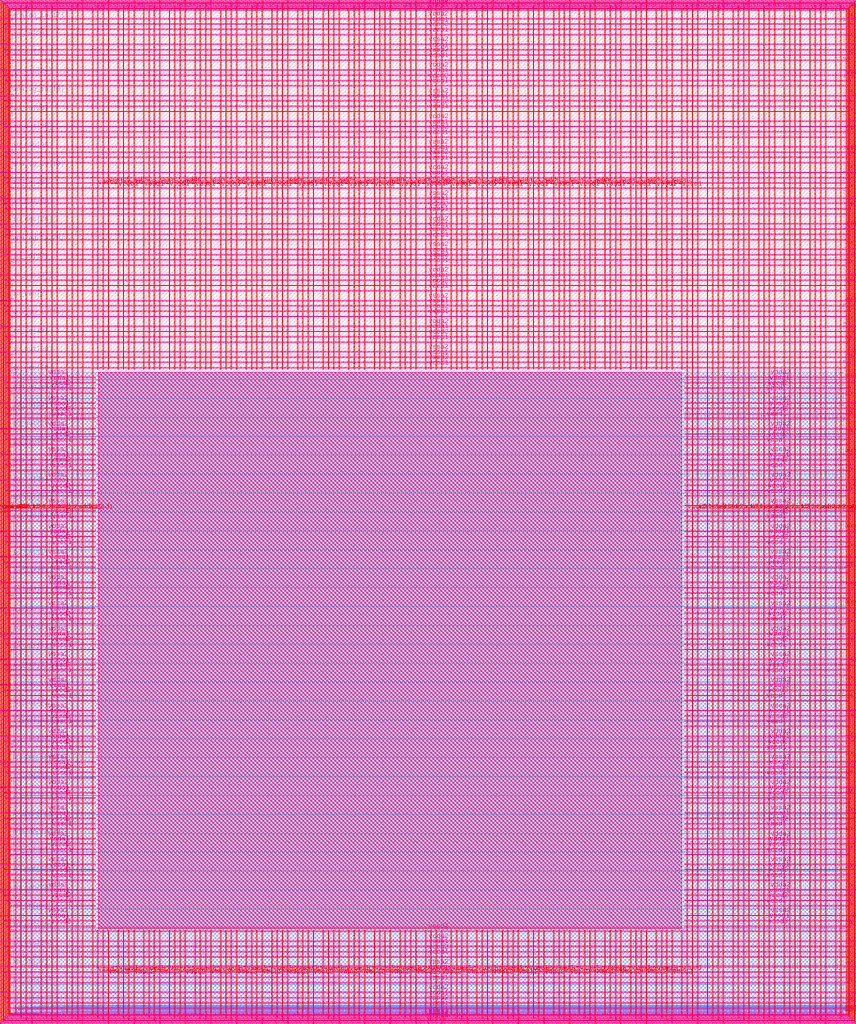
<source format=lef>
VERSION 5.7 ;
  NOWIREEXTENSIONATPIN ON ;
  DIVIDERCHAR "/" ;
  BUSBITCHARS "[]" ;
MACRO user_project_wrapper
  CLASS BLOCK ;
  FOREIGN user_project_wrapper ;
  ORIGIN 0.000 0.000 ;
  SIZE 2920.000 BY 3520.000 ;
  PIN analog_io[0]
    DIRECTION INOUT ;
    USE SIGNAL ;
    PORT
      LAYER met3 ;
        RECT 2917.600 1426.380 2924.800 1427.580 ;
    END
  END analog_io[0]
  PIN analog_io[10]
    DIRECTION INOUT ;
    USE SIGNAL ;
    PORT
      LAYER met2 ;
        RECT 2230.490 3517.600 2231.050 3524.800 ;
    END
  END analog_io[10]
  PIN analog_io[11]
    DIRECTION INOUT ;
    USE SIGNAL ;
    PORT
      LAYER met2 ;
        RECT 1905.730 3517.600 1906.290 3524.800 ;
    END
  END analog_io[11]
  PIN analog_io[12]
    DIRECTION INOUT ;
    USE SIGNAL ;
    PORT
      LAYER met2 ;
        RECT 1581.430 3517.600 1581.990 3524.800 ;
    END
  END analog_io[12]
  PIN analog_io[13]
    DIRECTION INOUT ;
    USE SIGNAL ;
    PORT
      LAYER met2 ;
        RECT 1257.130 3517.600 1257.690 3524.800 ;
    END
  END analog_io[13]
  PIN analog_io[14]
    DIRECTION INOUT ;
    USE SIGNAL ;
    PORT
      LAYER met2 ;
        RECT 932.370 3517.600 932.930 3524.800 ;
    END
  END analog_io[14]
  PIN analog_io[15]
    DIRECTION INOUT ;
    USE SIGNAL ;
    PORT
      LAYER met2 ;
        RECT 608.070 3517.600 608.630 3524.800 ;
    END
  END analog_io[15]
  PIN analog_io[16]
    DIRECTION INOUT ;
    USE SIGNAL ;
    PORT
      LAYER met2 ;
        RECT 283.770 3517.600 284.330 3524.800 ;
    END
  END analog_io[16]
  PIN analog_io[17]
    DIRECTION INOUT ;
    USE SIGNAL ;
    PORT
      LAYER met3 ;
        RECT -4.800 3486.100 2.400 3487.300 ;
    END
  END analog_io[17]
  PIN analog_io[18]
    DIRECTION INOUT ;
    USE SIGNAL ;
    PORT
      LAYER met3 ;
        RECT -4.800 3224.980 2.400 3226.180 ;
    END
  END analog_io[18]
  PIN analog_io[19]
    DIRECTION INOUT ;
    USE SIGNAL ;
    PORT
      LAYER met3 ;
        RECT -4.800 2964.540 2.400 2965.740 ;
    END
  END analog_io[19]
  PIN analog_io[1]
    DIRECTION INOUT ;
    USE SIGNAL ;
    PORT
      LAYER met3 ;
        RECT 2917.600 1692.260 2924.800 1693.460 ;
    END
  END analog_io[1]
  PIN analog_io[20]
    DIRECTION INOUT ;
    USE SIGNAL ;
    PORT
      LAYER met3 ;
        RECT -4.800 2703.420 2.400 2704.620 ;
    END
  END analog_io[20]
  PIN analog_io[21]
    DIRECTION INOUT ;
    USE SIGNAL ;
    PORT
      LAYER met3 ;
        RECT -4.800 2442.980 2.400 2444.180 ;
    END
  END analog_io[21]
  PIN analog_io[22]
    DIRECTION INOUT ;
    USE SIGNAL ;
    PORT
      LAYER met3 ;
        RECT -4.800 2182.540 2.400 2183.740 ;
    END
  END analog_io[22]
  PIN analog_io[23]
    DIRECTION INOUT ;
    USE SIGNAL ;
    PORT
      LAYER met3 ;
        RECT -4.800 1921.420 2.400 1922.620 ;
    END
  END analog_io[23]
  PIN analog_io[24]
    DIRECTION INOUT ;
    USE SIGNAL ;
    PORT
      LAYER met3 ;
        RECT -4.800 1660.980 2.400 1662.180 ;
    END
  END analog_io[24]
  PIN analog_io[25]
    DIRECTION INOUT ;
    USE SIGNAL ;
    PORT
      LAYER met3 ;
        RECT -4.800 1399.860 2.400 1401.060 ;
    END
  END analog_io[25]
  PIN analog_io[26]
    DIRECTION INOUT ;
    USE SIGNAL ;
    PORT
      LAYER met3 ;
        RECT -4.800 1139.420 2.400 1140.620 ;
    END
  END analog_io[26]
  PIN analog_io[27]
    DIRECTION INOUT ;
    USE SIGNAL ;
    PORT
      LAYER met3 ;
        RECT -4.800 878.980 2.400 880.180 ;
    END
  END analog_io[27]
  PIN analog_io[28]
    DIRECTION INOUT ;
    USE SIGNAL ;
    PORT
      LAYER met3 ;
        RECT -4.800 617.860 2.400 619.060 ;
    END
  END analog_io[28]
  PIN analog_io[2]
    DIRECTION INOUT ;
    USE SIGNAL ;
    PORT
      LAYER met3 ;
        RECT 2917.600 1958.140 2924.800 1959.340 ;
    END
  END analog_io[2]
  PIN analog_io[3]
    DIRECTION INOUT ;
    USE SIGNAL ;
    PORT
      LAYER met3 ;
        RECT 2917.600 2223.340 2924.800 2224.540 ;
    END
  END analog_io[3]
  PIN analog_io[4]
    DIRECTION INOUT ;
    USE SIGNAL ;
    PORT
      LAYER met3 ;
        RECT 2917.600 2489.220 2924.800 2490.420 ;
    END
  END analog_io[4]
  PIN analog_io[5]
    DIRECTION INOUT ;
    USE SIGNAL ;
    PORT
      LAYER met3 ;
        RECT 2917.600 2755.100 2924.800 2756.300 ;
    END
  END analog_io[5]
  PIN analog_io[6]
    DIRECTION INOUT ;
    USE SIGNAL ;
    PORT
      LAYER met3 ;
        RECT 2917.600 3020.300 2924.800 3021.500 ;
    END
  END analog_io[6]
  PIN analog_io[7]
    DIRECTION INOUT ;
    USE SIGNAL ;
    PORT
      LAYER met3 ;
        RECT 2917.600 3286.180 2924.800 3287.380 ;
    END
  END analog_io[7]
  PIN analog_io[8]
    DIRECTION INOUT ;
    USE SIGNAL ;
    PORT
      LAYER met2 ;
        RECT 2879.090 3517.600 2879.650 3524.800 ;
    END
  END analog_io[8]
  PIN analog_io[9]
    DIRECTION INOUT ;
    USE SIGNAL ;
    PORT
      LAYER met2 ;
        RECT 2554.790 3517.600 2555.350 3524.800 ;
    END
  END analog_io[9]
  PIN io_in[0]
    DIRECTION INPUT ;
    USE SIGNAL ;
    PORT
      LAYER met3 ;
        RECT 2917.600 32.380 2924.800 33.580 ;
    END
  END io_in[0]
  PIN io_in[10]
    DIRECTION INPUT ;
    USE SIGNAL ;
    PORT
      LAYER met3 ;
        RECT 2917.600 2289.980 2924.800 2291.180 ;
    END
  END io_in[10]
  PIN io_in[11]
    DIRECTION INPUT ;
    USE SIGNAL ;
    PORT
      LAYER met3 ;
        RECT 2917.600 2555.860 2924.800 2557.060 ;
    END
  END io_in[11]
  PIN io_in[12]
    DIRECTION INPUT ;
    USE SIGNAL ;
    PORT
      LAYER met3 ;
        RECT 2917.600 2821.060 2924.800 2822.260 ;
    END
  END io_in[12]
  PIN io_in[13]
    DIRECTION INPUT ;
    USE SIGNAL ;
    PORT
      LAYER met3 ;
        RECT 2917.600 3086.940 2924.800 3088.140 ;
    END
  END io_in[13]
  PIN io_in[14]
    DIRECTION INPUT ;
    USE SIGNAL ;
    PORT
      LAYER met3 ;
        RECT 2917.600 3352.820 2924.800 3354.020 ;
    END
  END io_in[14]
  PIN io_in[15]
    DIRECTION INPUT ;
    USE SIGNAL ;
    PORT
      LAYER met2 ;
        RECT 2798.130 3517.600 2798.690 3524.800 ;
    END
  END io_in[15]
  PIN io_in[16]
    DIRECTION INPUT ;
    USE SIGNAL ;
    PORT
      LAYER met2 ;
        RECT 2473.830 3517.600 2474.390 3524.800 ;
    END
  END io_in[16]
  PIN io_in[17]
    DIRECTION INPUT ;
    USE SIGNAL ;
    PORT
      LAYER met2 ;
        RECT 2149.070 3517.600 2149.630 3524.800 ;
    END
  END io_in[17]
  PIN io_in[18]
    DIRECTION INPUT ;
    USE SIGNAL ;
    PORT
      LAYER met2 ;
        RECT 1824.770 3517.600 1825.330 3524.800 ;
    END
  END io_in[18]
  PIN io_in[19]
    DIRECTION INPUT ;
    USE SIGNAL ;
    PORT
      LAYER met2 ;
        RECT 1500.470 3517.600 1501.030 3524.800 ;
    END
  END io_in[19]
  PIN io_in[1]
    DIRECTION INPUT ;
    USE SIGNAL ;
    PORT
      LAYER met3 ;
        RECT 2917.600 230.940 2924.800 232.140 ;
    END
  END io_in[1]
  PIN io_in[20]
    DIRECTION INPUT ;
    USE SIGNAL ;
    PORT
      LAYER met2 ;
        RECT 1175.710 3517.600 1176.270 3524.800 ;
    END
  END io_in[20]
  PIN io_in[21]
    DIRECTION INPUT ;
    USE SIGNAL ;
    PORT
      LAYER met2 ;
        RECT 851.410 3517.600 851.970 3524.800 ;
    END
  END io_in[21]
  PIN io_in[22]
    DIRECTION INPUT ;
    USE SIGNAL ;
    PORT
      LAYER met2 ;
        RECT 527.110 3517.600 527.670 3524.800 ;
    END
  END io_in[22]
  PIN io_in[23]
    DIRECTION INPUT ;
    USE SIGNAL ;
    PORT
      LAYER met2 ;
        RECT 202.350 3517.600 202.910 3524.800 ;
    END
  END io_in[23]
  PIN io_in[24]
    DIRECTION INPUT ;
    USE SIGNAL ;
    PORT
      LAYER met3 ;
        RECT -4.800 3420.820 2.400 3422.020 ;
    END
  END io_in[24]
  PIN io_in[25]
    DIRECTION INPUT ;
    USE SIGNAL ;
    PORT
      LAYER met3 ;
        RECT -4.800 3159.700 2.400 3160.900 ;
    END
  END io_in[25]
  PIN io_in[26]
    DIRECTION INPUT ;
    USE SIGNAL ;
    PORT
      LAYER met3 ;
        RECT -4.800 2899.260 2.400 2900.460 ;
    END
  END io_in[26]
  PIN io_in[27]
    DIRECTION INPUT ;
    USE SIGNAL ;
    PORT
      LAYER met3 ;
        RECT -4.800 2638.820 2.400 2640.020 ;
    END
  END io_in[27]
  PIN io_in[28]
    DIRECTION INPUT ;
    USE SIGNAL ;
    PORT
      LAYER met3 ;
        RECT -4.800 2377.700 2.400 2378.900 ;
    END
  END io_in[28]
  PIN io_in[29]
    DIRECTION INPUT ;
    USE SIGNAL ;
    PORT
      LAYER met3 ;
        RECT -4.800 2117.260 2.400 2118.460 ;
    END
  END io_in[29]
  PIN io_in[2]
    DIRECTION INPUT ;
    USE SIGNAL ;
    PORT
      LAYER met3 ;
        RECT 2917.600 430.180 2924.800 431.380 ;
    END
  END io_in[2]
  PIN io_in[30]
    DIRECTION INPUT ;
    USE SIGNAL ;
    PORT
      LAYER met3 ;
        RECT -4.800 1856.140 2.400 1857.340 ;
    END
  END io_in[30]
  PIN io_in[31]
    DIRECTION INPUT ;
    USE SIGNAL ;
    PORT
      LAYER met3 ;
        RECT -4.800 1595.700 2.400 1596.900 ;
    END
  END io_in[31]
  PIN io_in[32]
    DIRECTION INPUT ;
    USE SIGNAL ;
    PORT
      LAYER met3 ;
        RECT -4.800 1335.260 2.400 1336.460 ;
    END
  END io_in[32]
  PIN io_in[33]
    DIRECTION INPUT ;
    USE SIGNAL ;
    PORT
      LAYER met3 ;
        RECT -4.800 1074.140 2.400 1075.340 ;
    END
  END io_in[33]
  PIN io_in[34]
    DIRECTION INPUT ;
    USE SIGNAL ;
    PORT
      LAYER met3 ;
        RECT -4.800 813.700 2.400 814.900 ;
    END
  END io_in[34]
  PIN io_in[35]
    DIRECTION INPUT ;
    USE SIGNAL ;
    PORT
      LAYER met3 ;
        RECT -4.800 552.580 2.400 553.780 ;
    END
  END io_in[35]
  PIN io_in[36]
    DIRECTION INPUT ;
    USE SIGNAL ;
    PORT
      LAYER met3 ;
        RECT -4.800 357.420 2.400 358.620 ;
    END
  END io_in[36]
  PIN io_in[37]
    DIRECTION INPUT ;
    USE SIGNAL ;
    PORT
      LAYER met3 ;
        RECT -4.800 161.580 2.400 162.780 ;
    END
  END io_in[37]
  PIN io_in[3]
    DIRECTION INPUT ;
    USE SIGNAL ;
    PORT
      LAYER met3 ;
        RECT 2917.600 629.420 2924.800 630.620 ;
    END
  END io_in[3]
  PIN io_in[4]
    DIRECTION INPUT ;
    USE SIGNAL ;
    PORT
      LAYER met3 ;
        RECT 2917.600 828.660 2924.800 829.860 ;
    END
  END io_in[4]
  PIN io_in[5]
    DIRECTION INPUT ;
    USE SIGNAL ;
    PORT
      LAYER met3 ;
        RECT 2917.600 1027.900 2924.800 1029.100 ;
    END
  END io_in[5]
  PIN io_in[6]
    DIRECTION INPUT ;
    USE SIGNAL ;
    PORT
      LAYER met3 ;
        RECT 2917.600 1227.140 2924.800 1228.340 ;
    END
  END io_in[6]
  PIN io_in[7]
    DIRECTION INPUT ;
    USE SIGNAL ;
    PORT
      LAYER met3 ;
        RECT 2917.600 1493.020 2924.800 1494.220 ;
    END
  END io_in[7]
  PIN io_in[8]
    DIRECTION INPUT ;
    USE SIGNAL ;
    PORT
      LAYER met3 ;
        RECT 2917.600 1758.900 2924.800 1760.100 ;
    END
  END io_in[8]
  PIN io_in[9]
    DIRECTION INPUT ;
    USE SIGNAL ;
    PORT
      LAYER met3 ;
        RECT 2917.600 2024.100 2924.800 2025.300 ;
    END
  END io_in[9]
  PIN io_oeb[0]
    DIRECTION OUTPUT TRISTATE ;
    USE SIGNAL ;
    PORT
      LAYER met3 ;
        RECT 2917.600 164.980 2924.800 166.180 ;
    END
  END io_oeb[0]
  PIN io_oeb[10]
    DIRECTION OUTPUT TRISTATE ;
    USE SIGNAL ;
    PORT
      LAYER met3 ;
        RECT 2917.600 2422.580 2924.800 2423.780 ;
    END
  END io_oeb[10]
  PIN io_oeb[11]
    DIRECTION OUTPUT TRISTATE ;
    USE SIGNAL ;
    PORT
      LAYER met3 ;
        RECT 2917.600 2688.460 2924.800 2689.660 ;
    END
  END io_oeb[11]
  PIN io_oeb[12]
    DIRECTION OUTPUT TRISTATE ;
    USE SIGNAL ;
    PORT
      LAYER met3 ;
        RECT 2917.600 2954.340 2924.800 2955.540 ;
    END
  END io_oeb[12]
  PIN io_oeb[13]
    DIRECTION OUTPUT TRISTATE ;
    USE SIGNAL ;
    PORT
      LAYER met3 ;
        RECT 2917.600 3219.540 2924.800 3220.740 ;
    END
  END io_oeb[13]
  PIN io_oeb[14]
    DIRECTION OUTPUT TRISTATE ;
    USE SIGNAL ;
    PORT
      LAYER met3 ;
        RECT 2917.600 3485.420 2924.800 3486.620 ;
    END
  END io_oeb[14]
  PIN io_oeb[15]
    DIRECTION OUTPUT TRISTATE ;
    USE SIGNAL ;
    PORT
      LAYER met2 ;
        RECT 2635.750 3517.600 2636.310 3524.800 ;
    END
  END io_oeb[15]
  PIN io_oeb[16]
    DIRECTION OUTPUT TRISTATE ;
    USE SIGNAL ;
    PORT
      LAYER met2 ;
        RECT 2311.450 3517.600 2312.010 3524.800 ;
    END
  END io_oeb[16]
  PIN io_oeb[17]
    DIRECTION OUTPUT TRISTATE ;
    USE SIGNAL ;
    PORT
      LAYER met2 ;
        RECT 1987.150 3517.600 1987.710 3524.800 ;
    END
  END io_oeb[17]
  PIN io_oeb[18]
    DIRECTION OUTPUT TRISTATE ;
    USE SIGNAL ;
    PORT
      LAYER met2 ;
        RECT 1662.390 3517.600 1662.950 3524.800 ;
    END
  END io_oeb[18]
  PIN io_oeb[19]
    DIRECTION OUTPUT TRISTATE ;
    USE SIGNAL ;
    PORT
      LAYER met2 ;
        RECT 1338.090 3517.600 1338.650 3524.800 ;
    END
  END io_oeb[19]
  PIN io_oeb[1]
    DIRECTION OUTPUT TRISTATE ;
    USE SIGNAL ;
    PORT
      LAYER met3 ;
        RECT 2917.600 364.220 2924.800 365.420 ;
    END
  END io_oeb[1]
  PIN io_oeb[20]
    DIRECTION OUTPUT TRISTATE ;
    USE SIGNAL ;
    PORT
      LAYER met2 ;
        RECT 1013.790 3517.600 1014.350 3524.800 ;
    END
  END io_oeb[20]
  PIN io_oeb[21]
    DIRECTION OUTPUT TRISTATE ;
    USE SIGNAL ;
    PORT
      LAYER met2 ;
        RECT 689.030 3517.600 689.590 3524.800 ;
    END
  END io_oeb[21]
  PIN io_oeb[22]
    DIRECTION OUTPUT TRISTATE ;
    USE SIGNAL ;
    PORT
      LAYER met2 ;
        RECT 364.730 3517.600 365.290 3524.800 ;
    END
  END io_oeb[22]
  PIN io_oeb[23]
    DIRECTION OUTPUT TRISTATE ;
    USE SIGNAL ;
    PORT
      LAYER met2 ;
        RECT 40.430 3517.600 40.990 3524.800 ;
    END
  END io_oeb[23]
  PIN io_oeb[24]
    DIRECTION OUTPUT TRISTATE ;
    USE SIGNAL ;
    PORT
      LAYER met3 ;
        RECT -4.800 3290.260 2.400 3291.460 ;
    END
  END io_oeb[24]
  PIN io_oeb[25]
    DIRECTION OUTPUT TRISTATE ;
    USE SIGNAL ;
    PORT
      LAYER met3 ;
        RECT -4.800 3029.820 2.400 3031.020 ;
    END
  END io_oeb[25]
  PIN io_oeb[26]
    DIRECTION OUTPUT TRISTATE ;
    USE SIGNAL ;
    PORT
      LAYER met3 ;
        RECT -4.800 2768.700 2.400 2769.900 ;
    END
  END io_oeb[26]
  PIN io_oeb[27]
    DIRECTION OUTPUT TRISTATE ;
    USE SIGNAL ;
    PORT
      LAYER met3 ;
        RECT -4.800 2508.260 2.400 2509.460 ;
    END
  END io_oeb[27]
  PIN io_oeb[28]
    DIRECTION OUTPUT TRISTATE ;
    USE SIGNAL ;
    PORT
      LAYER met3 ;
        RECT -4.800 2247.140 2.400 2248.340 ;
    END
  END io_oeb[28]
  PIN io_oeb[29]
    DIRECTION OUTPUT TRISTATE ;
    USE SIGNAL ;
    PORT
      LAYER met3 ;
        RECT -4.800 1986.700 2.400 1987.900 ;
    END
  END io_oeb[29]
  PIN io_oeb[2]
    DIRECTION OUTPUT TRISTATE ;
    USE SIGNAL ;
    PORT
      LAYER met3 ;
        RECT 2917.600 563.460 2924.800 564.660 ;
    END
  END io_oeb[2]
  PIN io_oeb[30]
    DIRECTION OUTPUT TRISTATE ;
    USE SIGNAL ;
    PORT
      LAYER met3 ;
        RECT -4.800 1726.260 2.400 1727.460 ;
    END
  END io_oeb[30]
  PIN io_oeb[31]
    DIRECTION OUTPUT TRISTATE ;
    USE SIGNAL ;
    PORT
      LAYER met3 ;
        RECT -4.800 1465.140 2.400 1466.340 ;
    END
  END io_oeb[31]
  PIN io_oeb[32]
    DIRECTION OUTPUT TRISTATE ;
    USE SIGNAL ;
    PORT
      LAYER met3 ;
        RECT -4.800 1204.700 2.400 1205.900 ;
    END
  END io_oeb[32]
  PIN io_oeb[33]
    DIRECTION OUTPUT TRISTATE ;
    USE SIGNAL ;
    PORT
      LAYER met3 ;
        RECT -4.800 943.580 2.400 944.780 ;
    END
  END io_oeb[33]
  PIN io_oeb[34]
    DIRECTION OUTPUT TRISTATE ;
    USE SIGNAL ;
    PORT
      LAYER met3 ;
        RECT -4.800 683.140 2.400 684.340 ;
    END
  END io_oeb[34]
  PIN io_oeb[35]
    DIRECTION OUTPUT TRISTATE ;
    USE SIGNAL ;
    PORT
      LAYER met3 ;
        RECT -4.800 422.700 2.400 423.900 ;
    END
  END io_oeb[35]
  PIN io_oeb[36]
    DIRECTION OUTPUT TRISTATE ;
    USE SIGNAL ;
    PORT
      LAYER met3 ;
        RECT -4.800 226.860 2.400 228.060 ;
    END
  END io_oeb[36]
  PIN io_oeb[37]
    DIRECTION OUTPUT TRISTATE ;
    USE SIGNAL ;
    PORT
      LAYER met3 ;
        RECT -4.800 31.700 2.400 32.900 ;
    END
  END io_oeb[37]
  PIN io_oeb[3]
    DIRECTION OUTPUT TRISTATE ;
    USE SIGNAL ;
    PORT
      LAYER met3 ;
        RECT 2917.600 762.700 2924.800 763.900 ;
    END
  END io_oeb[3]
  PIN io_oeb[4]
    DIRECTION OUTPUT TRISTATE ;
    USE SIGNAL ;
    PORT
      LAYER met3 ;
        RECT 2917.600 961.940 2924.800 963.140 ;
    END
  END io_oeb[4]
  PIN io_oeb[5]
    DIRECTION OUTPUT TRISTATE ;
    USE SIGNAL ;
    PORT
      LAYER met3 ;
        RECT 2917.600 1161.180 2924.800 1162.380 ;
    END
  END io_oeb[5]
  PIN io_oeb[6]
    DIRECTION OUTPUT TRISTATE ;
    USE SIGNAL ;
    PORT
      LAYER met3 ;
        RECT 2917.600 1360.420 2924.800 1361.620 ;
    END
  END io_oeb[6]
  PIN io_oeb[7]
    DIRECTION OUTPUT TRISTATE ;
    USE SIGNAL ;
    PORT
      LAYER met3 ;
        RECT 2917.600 1625.620 2924.800 1626.820 ;
    END
  END io_oeb[7]
  PIN io_oeb[8]
    DIRECTION OUTPUT TRISTATE ;
    USE SIGNAL ;
    PORT
      LAYER met3 ;
        RECT 2917.600 1891.500 2924.800 1892.700 ;
    END
  END io_oeb[8]
  PIN io_oeb[9]
    DIRECTION OUTPUT TRISTATE ;
    USE SIGNAL ;
    PORT
      LAYER met3 ;
        RECT 2917.600 2157.380 2924.800 2158.580 ;
    END
  END io_oeb[9]
  PIN io_out[0]
    DIRECTION OUTPUT TRISTATE ;
    USE SIGNAL ;
    PORT
      LAYER met3 ;
        RECT 2917.600 98.340 2924.800 99.540 ;
    END
  END io_out[0]
  PIN io_out[10]
    DIRECTION OUTPUT TRISTATE ;
    USE SIGNAL ;
    PORT
      LAYER met3 ;
        RECT 2917.600 2356.620 2924.800 2357.820 ;
    END
  END io_out[10]
  PIN io_out[11]
    DIRECTION OUTPUT TRISTATE ;
    USE SIGNAL ;
    PORT
      LAYER met3 ;
        RECT 2917.600 2621.820 2924.800 2623.020 ;
    END
  END io_out[11]
  PIN io_out[12]
    DIRECTION OUTPUT TRISTATE ;
    USE SIGNAL ;
    PORT
      LAYER met3 ;
        RECT 2917.600 2887.700 2924.800 2888.900 ;
    END
  END io_out[12]
  PIN io_out[13]
    DIRECTION OUTPUT TRISTATE ;
    USE SIGNAL ;
    PORT
      LAYER met3 ;
        RECT 2917.600 3153.580 2924.800 3154.780 ;
    END
  END io_out[13]
  PIN io_out[14]
    DIRECTION OUTPUT TRISTATE ;
    USE SIGNAL ;
    PORT
      LAYER met3 ;
        RECT 2917.600 3418.780 2924.800 3419.980 ;
    END
  END io_out[14]
  PIN io_out[15]
    DIRECTION OUTPUT TRISTATE ;
    USE SIGNAL ;
    PORT
      LAYER met2 ;
        RECT 2717.170 3517.600 2717.730 3524.800 ;
    END
  END io_out[15]
  PIN io_out[16]
    DIRECTION OUTPUT TRISTATE ;
    USE SIGNAL ;
    PORT
      LAYER met2 ;
        RECT 2392.410 3517.600 2392.970 3524.800 ;
    END
  END io_out[16]
  PIN io_out[17]
    DIRECTION OUTPUT TRISTATE ;
    USE SIGNAL ;
    PORT
      LAYER met2 ;
        RECT 2068.110 3517.600 2068.670 3524.800 ;
    END
  END io_out[17]
  PIN io_out[18]
    DIRECTION OUTPUT TRISTATE ;
    USE SIGNAL ;
    PORT
      LAYER met2 ;
        RECT 1743.810 3517.600 1744.370 3524.800 ;
    END
  END io_out[18]
  PIN io_out[19]
    DIRECTION OUTPUT TRISTATE ;
    USE SIGNAL ;
    PORT
      LAYER met2 ;
        RECT 1419.050 3517.600 1419.610 3524.800 ;
    END
  END io_out[19]
  PIN io_out[1]
    DIRECTION OUTPUT TRISTATE ;
    USE SIGNAL ;
    PORT
      LAYER met3 ;
        RECT 2917.600 297.580 2924.800 298.780 ;
    END
  END io_out[1]
  PIN io_out[20]
    DIRECTION OUTPUT TRISTATE ;
    USE SIGNAL ;
    PORT
      LAYER met2 ;
        RECT 1094.750 3517.600 1095.310 3524.800 ;
    END
  END io_out[20]
  PIN io_out[21]
    DIRECTION OUTPUT TRISTATE ;
    USE SIGNAL ;
    PORT
      LAYER met2 ;
        RECT 770.450 3517.600 771.010 3524.800 ;
    END
  END io_out[21]
  PIN io_out[22]
    DIRECTION OUTPUT TRISTATE ;
    USE SIGNAL ;
    PORT
      LAYER met2 ;
        RECT 445.690 3517.600 446.250 3524.800 ;
    END
  END io_out[22]
  PIN io_out[23]
    DIRECTION OUTPUT TRISTATE ;
    USE SIGNAL ;
    PORT
      LAYER met2 ;
        RECT 121.390 3517.600 121.950 3524.800 ;
    END
  END io_out[23]
  PIN io_out[24]
    DIRECTION OUTPUT TRISTATE ;
    USE SIGNAL ;
    PORT
      LAYER met3 ;
        RECT -4.800 3355.540 2.400 3356.740 ;
    END
  END io_out[24]
  PIN io_out[25]
    DIRECTION OUTPUT TRISTATE ;
    USE SIGNAL ;
    PORT
      LAYER met3 ;
        RECT -4.800 3095.100 2.400 3096.300 ;
    END
  END io_out[25]
  PIN io_out[26]
    DIRECTION OUTPUT TRISTATE ;
    USE SIGNAL ;
    PORT
      LAYER met3 ;
        RECT -4.800 2833.980 2.400 2835.180 ;
    END
  END io_out[26]
  PIN io_out[27]
    DIRECTION OUTPUT TRISTATE ;
    USE SIGNAL ;
    PORT
      LAYER met3 ;
        RECT -4.800 2573.540 2.400 2574.740 ;
    END
  END io_out[27]
  PIN io_out[28]
    DIRECTION OUTPUT TRISTATE ;
    USE SIGNAL ;
    PORT
      LAYER met3 ;
        RECT -4.800 2312.420 2.400 2313.620 ;
    END
  END io_out[28]
  PIN io_out[29]
    DIRECTION OUTPUT TRISTATE ;
    USE SIGNAL ;
    PORT
      LAYER met3 ;
        RECT -4.800 2051.980 2.400 2053.180 ;
    END
  END io_out[29]
  PIN io_out[2]
    DIRECTION OUTPUT TRISTATE ;
    USE SIGNAL ;
    PORT
      LAYER met3 ;
        RECT 2917.600 496.820 2924.800 498.020 ;
    END
  END io_out[2]
  PIN io_out[30]
    DIRECTION OUTPUT TRISTATE ;
    USE SIGNAL ;
    PORT
      LAYER met3 ;
        RECT -4.800 1791.540 2.400 1792.740 ;
    END
  END io_out[30]
  PIN io_out[31]
    DIRECTION OUTPUT TRISTATE ;
    USE SIGNAL ;
    PORT
      LAYER met3 ;
        RECT -4.800 1530.420 2.400 1531.620 ;
    END
  END io_out[31]
  PIN io_out[32]
    DIRECTION OUTPUT TRISTATE ;
    USE SIGNAL ;
    PORT
      LAYER met3 ;
        RECT -4.800 1269.980 2.400 1271.180 ;
    END
  END io_out[32]
  PIN io_out[33]
    DIRECTION OUTPUT TRISTATE ;
    USE SIGNAL ;
    PORT
      LAYER met3 ;
        RECT -4.800 1008.860 2.400 1010.060 ;
    END
  END io_out[33]
  PIN io_out[34]
    DIRECTION OUTPUT TRISTATE ;
    USE SIGNAL ;
    PORT
      LAYER met3 ;
        RECT -4.800 748.420 2.400 749.620 ;
    END
  END io_out[34]
  PIN io_out[35]
    DIRECTION OUTPUT TRISTATE ;
    USE SIGNAL ;
    PORT
      LAYER met3 ;
        RECT -4.800 487.300 2.400 488.500 ;
    END
  END io_out[35]
  PIN io_out[36]
    DIRECTION OUTPUT TRISTATE ;
    USE SIGNAL ;
    PORT
      LAYER met3 ;
        RECT -4.800 292.140 2.400 293.340 ;
    END
  END io_out[36]
  PIN io_out[37]
    DIRECTION OUTPUT TRISTATE ;
    USE SIGNAL ;
    PORT
      LAYER met3 ;
        RECT -4.800 96.300 2.400 97.500 ;
    END
  END io_out[37]
  PIN io_out[3]
    DIRECTION OUTPUT TRISTATE ;
    USE SIGNAL ;
    PORT
      LAYER met3 ;
        RECT 2917.600 696.060 2924.800 697.260 ;
    END
  END io_out[3]
  PIN io_out[4]
    DIRECTION OUTPUT TRISTATE ;
    USE SIGNAL ;
    PORT
      LAYER met3 ;
        RECT 2917.600 895.300 2924.800 896.500 ;
    END
  END io_out[4]
  PIN io_out[5]
    DIRECTION OUTPUT TRISTATE ;
    USE SIGNAL ;
    PORT
      LAYER met3 ;
        RECT 2917.600 1094.540 2924.800 1095.740 ;
    END
  END io_out[5]
  PIN io_out[6]
    DIRECTION OUTPUT TRISTATE ;
    USE SIGNAL ;
    PORT
      LAYER met3 ;
        RECT 2917.600 1293.780 2924.800 1294.980 ;
    END
  END io_out[6]
  PIN io_out[7]
    DIRECTION OUTPUT TRISTATE ;
    USE SIGNAL ;
    PORT
      LAYER met3 ;
        RECT 2917.600 1559.660 2924.800 1560.860 ;
    END
  END io_out[7]
  PIN io_out[8]
    DIRECTION OUTPUT TRISTATE ;
    USE SIGNAL ;
    PORT
      LAYER met3 ;
        RECT 2917.600 1824.860 2924.800 1826.060 ;
    END
  END io_out[8]
  PIN io_out[9]
    DIRECTION OUTPUT TRISTATE ;
    USE SIGNAL ;
    PORT
      LAYER met3 ;
        RECT 2917.600 2090.740 2924.800 2091.940 ;
    END
  END io_out[9]
  PIN la_data_in[0]
    DIRECTION INPUT ;
    USE SIGNAL ;
    PORT
      LAYER met2 ;
        RECT 629.230 -4.800 629.790 2.400 ;
    END
  END la_data_in[0]
  PIN la_data_in[100]
    DIRECTION INPUT ;
    USE SIGNAL ;
    PORT
      LAYER met2 ;
        RECT 2402.530 -4.800 2403.090 2.400 ;
    END
  END la_data_in[100]
  PIN la_data_in[101]
    DIRECTION INPUT ;
    USE SIGNAL ;
    PORT
      LAYER met2 ;
        RECT 2420.010 -4.800 2420.570 2.400 ;
    END
  END la_data_in[101]
  PIN la_data_in[102]
    DIRECTION INPUT ;
    USE SIGNAL ;
    PORT
      LAYER met2 ;
        RECT 2437.950 -4.800 2438.510 2.400 ;
    END
  END la_data_in[102]
  PIN la_data_in[103]
    DIRECTION INPUT ;
    USE SIGNAL ;
    PORT
      LAYER met2 ;
        RECT 2455.430 -4.800 2455.990 2.400 ;
    END
  END la_data_in[103]
  PIN la_data_in[104]
    DIRECTION INPUT ;
    USE SIGNAL ;
    PORT
      LAYER met2 ;
        RECT 2473.370 -4.800 2473.930 2.400 ;
    END
  END la_data_in[104]
  PIN la_data_in[105]
    DIRECTION INPUT ;
    USE SIGNAL ;
    PORT
      LAYER met2 ;
        RECT 2490.850 -4.800 2491.410 2.400 ;
    END
  END la_data_in[105]
  PIN la_data_in[106]
    DIRECTION INPUT ;
    USE SIGNAL ;
    PORT
      LAYER met2 ;
        RECT 2508.790 -4.800 2509.350 2.400 ;
    END
  END la_data_in[106]
  PIN la_data_in[107]
    DIRECTION INPUT ;
    USE SIGNAL ;
    PORT
      LAYER met2 ;
        RECT 2526.730 -4.800 2527.290 2.400 ;
    END
  END la_data_in[107]
  PIN la_data_in[108]
    DIRECTION INPUT ;
    USE SIGNAL ;
    PORT
      LAYER met2 ;
        RECT 2544.210 -4.800 2544.770 2.400 ;
    END
  END la_data_in[108]
  PIN la_data_in[109]
    DIRECTION INPUT ;
    USE SIGNAL ;
    PORT
      LAYER met2 ;
        RECT 2562.150 -4.800 2562.710 2.400 ;
    END
  END la_data_in[109]
  PIN la_data_in[10]
    DIRECTION INPUT ;
    USE SIGNAL ;
    PORT
      LAYER met2 ;
        RECT 806.330 -4.800 806.890 2.400 ;
    END
  END la_data_in[10]
  PIN la_data_in[110]
    DIRECTION INPUT ;
    USE SIGNAL ;
    PORT
      LAYER met2 ;
        RECT 2579.630 -4.800 2580.190 2.400 ;
    END
  END la_data_in[110]
  PIN la_data_in[111]
    DIRECTION INPUT ;
    USE SIGNAL ;
    PORT
      LAYER met2 ;
        RECT 2597.570 -4.800 2598.130 2.400 ;
    END
  END la_data_in[111]
  PIN la_data_in[112]
    DIRECTION INPUT ;
    USE SIGNAL ;
    PORT
      LAYER met2 ;
        RECT 2615.050 -4.800 2615.610 2.400 ;
    END
  END la_data_in[112]
  PIN la_data_in[113]
    DIRECTION INPUT ;
    USE SIGNAL ;
    PORT
      LAYER met2 ;
        RECT 2632.990 -4.800 2633.550 2.400 ;
    END
  END la_data_in[113]
  PIN la_data_in[114]
    DIRECTION INPUT ;
    USE SIGNAL ;
    PORT
      LAYER met2 ;
        RECT 2650.470 -4.800 2651.030 2.400 ;
    END
  END la_data_in[114]
  PIN la_data_in[115]
    DIRECTION INPUT ;
    USE SIGNAL ;
    PORT
      LAYER met2 ;
        RECT 2668.410 -4.800 2668.970 2.400 ;
    END
  END la_data_in[115]
  PIN la_data_in[116]
    DIRECTION INPUT ;
    USE SIGNAL ;
    PORT
      LAYER met2 ;
        RECT 2685.890 -4.800 2686.450 2.400 ;
    END
  END la_data_in[116]
  PIN la_data_in[117]
    DIRECTION INPUT ;
    USE SIGNAL ;
    PORT
      LAYER met2 ;
        RECT 2703.830 -4.800 2704.390 2.400 ;
    END
  END la_data_in[117]
  PIN la_data_in[118]
    DIRECTION INPUT ;
    USE SIGNAL ;
    PORT
      LAYER met2 ;
        RECT 2721.770 -4.800 2722.330 2.400 ;
    END
  END la_data_in[118]
  PIN la_data_in[119]
    DIRECTION INPUT ;
    USE SIGNAL ;
    PORT
      LAYER met2 ;
        RECT 2739.250 -4.800 2739.810 2.400 ;
    END
  END la_data_in[119]
  PIN la_data_in[11]
    DIRECTION INPUT ;
    USE SIGNAL ;
    PORT
      LAYER met2 ;
        RECT 824.270 -4.800 824.830 2.400 ;
    END
  END la_data_in[11]
  PIN la_data_in[120]
    DIRECTION INPUT ;
    USE SIGNAL ;
    PORT
      LAYER met2 ;
        RECT 2757.190 -4.800 2757.750 2.400 ;
    END
  END la_data_in[120]
  PIN la_data_in[121]
    DIRECTION INPUT ;
    USE SIGNAL ;
    PORT
      LAYER met2 ;
        RECT 2774.670 -4.800 2775.230 2.400 ;
    END
  END la_data_in[121]
  PIN la_data_in[122]
    DIRECTION INPUT ;
    USE SIGNAL ;
    PORT
      LAYER met2 ;
        RECT 2792.610 -4.800 2793.170 2.400 ;
    END
  END la_data_in[122]
  PIN la_data_in[123]
    DIRECTION INPUT ;
    USE SIGNAL ;
    PORT
      LAYER met2 ;
        RECT 2810.090 -4.800 2810.650 2.400 ;
    END
  END la_data_in[123]
  PIN la_data_in[124]
    DIRECTION INPUT ;
    USE SIGNAL ;
    PORT
      LAYER met2 ;
        RECT 2828.030 -4.800 2828.590 2.400 ;
    END
  END la_data_in[124]
  PIN la_data_in[125]
    DIRECTION INPUT ;
    USE SIGNAL ;
    PORT
      LAYER met2 ;
        RECT 2845.510 -4.800 2846.070 2.400 ;
    END
  END la_data_in[125]
  PIN la_data_in[126]
    DIRECTION INPUT ;
    USE SIGNAL ;
    PORT
      LAYER met2 ;
        RECT 2863.450 -4.800 2864.010 2.400 ;
    END
  END la_data_in[126]
  PIN la_data_in[127]
    DIRECTION INPUT ;
    USE SIGNAL ;
    PORT
      LAYER met2 ;
        RECT 2881.390 -4.800 2881.950 2.400 ;
    END
  END la_data_in[127]
  PIN la_data_in[12]
    DIRECTION INPUT ;
    USE SIGNAL ;
    PORT
      LAYER met2 ;
        RECT 841.750 -4.800 842.310 2.400 ;
    END
  END la_data_in[12]
  PIN la_data_in[13]
    DIRECTION INPUT ;
    USE SIGNAL ;
    PORT
      LAYER met2 ;
        RECT 859.690 -4.800 860.250 2.400 ;
    END
  END la_data_in[13]
  PIN la_data_in[14]
    DIRECTION INPUT ;
    USE SIGNAL ;
    PORT
      LAYER met2 ;
        RECT 877.170 -4.800 877.730 2.400 ;
    END
  END la_data_in[14]
  PIN la_data_in[15]
    DIRECTION INPUT ;
    USE SIGNAL ;
    PORT
      LAYER met2 ;
        RECT 895.110 -4.800 895.670 2.400 ;
    END
  END la_data_in[15]
  PIN la_data_in[16]
    DIRECTION INPUT ;
    USE SIGNAL ;
    PORT
      LAYER met2 ;
        RECT 912.590 -4.800 913.150 2.400 ;
    END
  END la_data_in[16]
  PIN la_data_in[17]
    DIRECTION INPUT ;
    USE SIGNAL ;
    PORT
      LAYER met2 ;
        RECT 930.530 -4.800 931.090 2.400 ;
    END
  END la_data_in[17]
  PIN la_data_in[18]
    DIRECTION INPUT ;
    USE SIGNAL ;
    PORT
      LAYER met2 ;
        RECT 948.470 -4.800 949.030 2.400 ;
    END
  END la_data_in[18]
  PIN la_data_in[19]
    DIRECTION INPUT ;
    USE SIGNAL ;
    PORT
      LAYER met2 ;
        RECT 965.950 -4.800 966.510 2.400 ;
    END
  END la_data_in[19]
  PIN la_data_in[1]
    DIRECTION INPUT ;
    USE SIGNAL ;
    PORT
      LAYER met2 ;
        RECT 646.710 -4.800 647.270 2.400 ;
    END
  END la_data_in[1]
  PIN la_data_in[20]
    DIRECTION INPUT ;
    USE SIGNAL ;
    PORT
      LAYER met2 ;
        RECT 983.890 -4.800 984.450 2.400 ;
    END
  END la_data_in[20]
  PIN la_data_in[21]
    DIRECTION INPUT ;
    USE SIGNAL ;
    PORT
      LAYER met2 ;
        RECT 1001.370 -4.800 1001.930 2.400 ;
    END
  END la_data_in[21]
  PIN la_data_in[22]
    DIRECTION INPUT ;
    USE SIGNAL ;
    PORT
      LAYER met2 ;
        RECT 1019.310 -4.800 1019.870 2.400 ;
    END
  END la_data_in[22]
  PIN la_data_in[23]
    DIRECTION INPUT ;
    USE SIGNAL ;
    PORT
      LAYER met2 ;
        RECT 1036.790 -4.800 1037.350 2.400 ;
    END
  END la_data_in[23]
  PIN la_data_in[24]
    DIRECTION INPUT ;
    USE SIGNAL ;
    PORT
      LAYER met2 ;
        RECT 1054.730 -4.800 1055.290 2.400 ;
    END
  END la_data_in[24]
  PIN la_data_in[25]
    DIRECTION INPUT ;
    USE SIGNAL ;
    PORT
      LAYER met2 ;
        RECT 1072.210 -4.800 1072.770 2.400 ;
    END
  END la_data_in[25]
  PIN la_data_in[26]
    DIRECTION INPUT ;
    USE SIGNAL ;
    PORT
      LAYER met2 ;
        RECT 1090.150 -4.800 1090.710 2.400 ;
    END
  END la_data_in[26]
  PIN la_data_in[27]
    DIRECTION INPUT ;
    USE SIGNAL ;
    PORT
      LAYER met2 ;
        RECT 1107.630 -4.800 1108.190 2.400 ;
    END
  END la_data_in[27]
  PIN la_data_in[28]
    DIRECTION INPUT ;
    USE SIGNAL ;
    PORT
      LAYER met2 ;
        RECT 1125.570 -4.800 1126.130 2.400 ;
    END
  END la_data_in[28]
  PIN la_data_in[29]
    DIRECTION INPUT ;
    USE SIGNAL ;
    PORT
      LAYER met2 ;
        RECT 1143.510 -4.800 1144.070 2.400 ;
    END
  END la_data_in[29]
  PIN la_data_in[2]
    DIRECTION INPUT ;
    USE SIGNAL ;
    PORT
      LAYER met2 ;
        RECT 664.650 -4.800 665.210 2.400 ;
    END
  END la_data_in[2]
  PIN la_data_in[30]
    DIRECTION INPUT ;
    USE SIGNAL ;
    PORT
      LAYER met2 ;
        RECT 1160.990 -4.800 1161.550 2.400 ;
    END
  END la_data_in[30]
  PIN la_data_in[31]
    DIRECTION INPUT ;
    USE SIGNAL ;
    PORT
      LAYER met2 ;
        RECT 1178.930 -4.800 1179.490 2.400 ;
    END
  END la_data_in[31]
  PIN la_data_in[32]
    DIRECTION INPUT ;
    USE SIGNAL ;
    PORT
      LAYER met2 ;
        RECT 1196.410 -4.800 1196.970 2.400 ;
    END
  END la_data_in[32]
  PIN la_data_in[33]
    DIRECTION INPUT ;
    USE SIGNAL ;
    PORT
      LAYER met2 ;
        RECT 1214.350 -4.800 1214.910 2.400 ;
    END
  END la_data_in[33]
  PIN la_data_in[34]
    DIRECTION INPUT ;
    USE SIGNAL ;
    PORT
      LAYER met2 ;
        RECT 1231.830 -4.800 1232.390 2.400 ;
    END
  END la_data_in[34]
  PIN la_data_in[35]
    DIRECTION INPUT ;
    USE SIGNAL ;
    PORT
      LAYER met2 ;
        RECT 1249.770 -4.800 1250.330 2.400 ;
    END
  END la_data_in[35]
  PIN la_data_in[36]
    DIRECTION INPUT ;
    USE SIGNAL ;
    PORT
      LAYER met2 ;
        RECT 1267.250 -4.800 1267.810 2.400 ;
    END
  END la_data_in[36]
  PIN la_data_in[37]
    DIRECTION INPUT ;
    USE SIGNAL ;
    PORT
      LAYER met2 ;
        RECT 1285.190 -4.800 1285.750 2.400 ;
    END
  END la_data_in[37]
  PIN la_data_in[38]
    DIRECTION INPUT ;
    USE SIGNAL ;
    PORT
      LAYER met2 ;
        RECT 1303.130 -4.800 1303.690 2.400 ;
    END
  END la_data_in[38]
  PIN la_data_in[39]
    DIRECTION INPUT ;
    USE SIGNAL ;
    PORT
      LAYER met2 ;
        RECT 1320.610 -4.800 1321.170 2.400 ;
    END
  END la_data_in[39]
  PIN la_data_in[3]
    DIRECTION INPUT ;
    USE SIGNAL ;
    PORT
      LAYER met2 ;
        RECT 682.130 -4.800 682.690 2.400 ;
    END
  END la_data_in[3]
  PIN la_data_in[40]
    DIRECTION INPUT ;
    USE SIGNAL ;
    PORT
      LAYER met2 ;
        RECT 1338.550 -4.800 1339.110 2.400 ;
    END
  END la_data_in[40]
  PIN la_data_in[41]
    DIRECTION INPUT ;
    USE SIGNAL ;
    PORT
      LAYER met2 ;
        RECT 1356.030 -4.800 1356.590 2.400 ;
    END
  END la_data_in[41]
  PIN la_data_in[42]
    DIRECTION INPUT ;
    USE SIGNAL ;
    PORT
      LAYER met2 ;
        RECT 1373.970 -4.800 1374.530 2.400 ;
    END
  END la_data_in[42]
  PIN la_data_in[43]
    DIRECTION INPUT ;
    USE SIGNAL ;
    PORT
      LAYER met2 ;
        RECT 1391.450 -4.800 1392.010 2.400 ;
    END
  END la_data_in[43]
  PIN la_data_in[44]
    DIRECTION INPUT ;
    USE SIGNAL ;
    PORT
      LAYER met2 ;
        RECT 1409.390 -4.800 1409.950 2.400 ;
    END
  END la_data_in[44]
  PIN la_data_in[45]
    DIRECTION INPUT ;
    USE SIGNAL ;
    PORT
      LAYER met2 ;
        RECT 1426.870 -4.800 1427.430 2.400 ;
    END
  END la_data_in[45]
  PIN la_data_in[46]
    DIRECTION INPUT ;
    USE SIGNAL ;
    PORT
      LAYER met2 ;
        RECT 1444.810 -4.800 1445.370 2.400 ;
    END
  END la_data_in[46]
  PIN la_data_in[47]
    DIRECTION INPUT ;
    USE SIGNAL ;
    PORT
      LAYER met2 ;
        RECT 1462.750 -4.800 1463.310 2.400 ;
    END
  END la_data_in[47]
  PIN la_data_in[48]
    DIRECTION INPUT ;
    USE SIGNAL ;
    PORT
      LAYER met2 ;
        RECT 1480.230 -4.800 1480.790 2.400 ;
    END
  END la_data_in[48]
  PIN la_data_in[49]
    DIRECTION INPUT ;
    USE SIGNAL ;
    PORT
      LAYER met2 ;
        RECT 1498.170 -4.800 1498.730 2.400 ;
    END
  END la_data_in[49]
  PIN la_data_in[4]
    DIRECTION INPUT ;
    USE SIGNAL ;
    PORT
      LAYER met2 ;
        RECT 700.070 -4.800 700.630 2.400 ;
    END
  END la_data_in[4]
  PIN la_data_in[50]
    DIRECTION INPUT ;
    USE SIGNAL ;
    PORT
      LAYER met2 ;
        RECT 1515.650 -4.800 1516.210 2.400 ;
    END
  END la_data_in[50]
  PIN la_data_in[51]
    DIRECTION INPUT ;
    USE SIGNAL ;
    PORT
      LAYER met2 ;
        RECT 1533.590 -4.800 1534.150 2.400 ;
    END
  END la_data_in[51]
  PIN la_data_in[52]
    DIRECTION INPUT ;
    USE SIGNAL ;
    PORT
      LAYER met2 ;
        RECT 1551.070 -4.800 1551.630 2.400 ;
    END
  END la_data_in[52]
  PIN la_data_in[53]
    DIRECTION INPUT ;
    USE SIGNAL ;
    PORT
      LAYER met2 ;
        RECT 1569.010 -4.800 1569.570 2.400 ;
    END
  END la_data_in[53]
  PIN la_data_in[54]
    DIRECTION INPUT ;
    USE SIGNAL ;
    PORT
      LAYER met2 ;
        RECT 1586.490 -4.800 1587.050 2.400 ;
    END
  END la_data_in[54]
  PIN la_data_in[55]
    DIRECTION INPUT ;
    USE SIGNAL ;
    PORT
      LAYER met2 ;
        RECT 1604.430 -4.800 1604.990 2.400 ;
    END
  END la_data_in[55]
  PIN la_data_in[56]
    DIRECTION INPUT ;
    USE SIGNAL ;
    PORT
      LAYER met2 ;
        RECT 1621.910 -4.800 1622.470 2.400 ;
    END
  END la_data_in[56]
  PIN la_data_in[57]
    DIRECTION INPUT ;
    USE SIGNAL ;
    PORT
      LAYER met2 ;
        RECT 1639.850 -4.800 1640.410 2.400 ;
    END
  END la_data_in[57]
  PIN la_data_in[58]
    DIRECTION INPUT ;
    USE SIGNAL ;
    PORT
      LAYER met2 ;
        RECT 1657.790 -4.800 1658.350 2.400 ;
    END
  END la_data_in[58]
  PIN la_data_in[59]
    DIRECTION INPUT ;
    USE SIGNAL ;
    PORT
      LAYER met2 ;
        RECT 1675.270 -4.800 1675.830 2.400 ;
    END
  END la_data_in[59]
  PIN la_data_in[5]
    DIRECTION INPUT ;
    USE SIGNAL ;
    PORT
      LAYER met2 ;
        RECT 717.550 -4.800 718.110 2.400 ;
    END
  END la_data_in[5]
  PIN la_data_in[60]
    DIRECTION INPUT ;
    USE SIGNAL ;
    PORT
      LAYER met2 ;
        RECT 1693.210 -4.800 1693.770 2.400 ;
    END
  END la_data_in[60]
  PIN la_data_in[61]
    DIRECTION INPUT ;
    USE SIGNAL ;
    PORT
      LAYER met2 ;
        RECT 1710.690 -4.800 1711.250 2.400 ;
    END
  END la_data_in[61]
  PIN la_data_in[62]
    DIRECTION INPUT ;
    USE SIGNAL ;
    PORT
      LAYER met2 ;
        RECT 1728.630 -4.800 1729.190 2.400 ;
    END
  END la_data_in[62]
  PIN la_data_in[63]
    DIRECTION INPUT ;
    USE SIGNAL ;
    PORT
      LAYER met2 ;
        RECT 1746.110 -4.800 1746.670 2.400 ;
    END
  END la_data_in[63]
  PIN la_data_in[64]
    DIRECTION INPUT ;
    USE SIGNAL ;
    PORT
      LAYER met2 ;
        RECT 1764.050 -4.800 1764.610 2.400 ;
    END
  END la_data_in[64]
  PIN la_data_in[65]
    DIRECTION INPUT ;
    USE SIGNAL ;
    PORT
      LAYER met2 ;
        RECT 1781.530 -4.800 1782.090 2.400 ;
    END
  END la_data_in[65]
  PIN la_data_in[66]
    DIRECTION INPUT ;
    USE SIGNAL ;
    PORT
      LAYER met2 ;
        RECT 1799.470 -4.800 1800.030 2.400 ;
    END
  END la_data_in[66]
  PIN la_data_in[67]
    DIRECTION INPUT ;
    USE SIGNAL ;
    PORT
      LAYER met2 ;
        RECT 1817.410 -4.800 1817.970 2.400 ;
    END
  END la_data_in[67]
  PIN la_data_in[68]
    DIRECTION INPUT ;
    USE SIGNAL ;
    PORT
      LAYER met2 ;
        RECT 1834.890 -4.800 1835.450 2.400 ;
    END
  END la_data_in[68]
  PIN la_data_in[69]
    DIRECTION INPUT ;
    USE SIGNAL ;
    PORT
      LAYER met2 ;
        RECT 1852.830 -4.800 1853.390 2.400 ;
    END
  END la_data_in[69]
  PIN la_data_in[6]
    DIRECTION INPUT ;
    USE SIGNAL ;
    PORT
      LAYER met2 ;
        RECT 735.490 -4.800 736.050 2.400 ;
    END
  END la_data_in[6]
  PIN la_data_in[70]
    DIRECTION INPUT ;
    USE SIGNAL ;
    PORT
      LAYER met2 ;
        RECT 1870.310 -4.800 1870.870 2.400 ;
    END
  END la_data_in[70]
  PIN la_data_in[71]
    DIRECTION INPUT ;
    USE SIGNAL ;
    PORT
      LAYER met2 ;
        RECT 1888.250 -4.800 1888.810 2.400 ;
    END
  END la_data_in[71]
  PIN la_data_in[72]
    DIRECTION INPUT ;
    USE SIGNAL ;
    PORT
      LAYER met2 ;
        RECT 1905.730 -4.800 1906.290 2.400 ;
    END
  END la_data_in[72]
  PIN la_data_in[73]
    DIRECTION INPUT ;
    USE SIGNAL ;
    PORT
      LAYER met2 ;
        RECT 1923.670 -4.800 1924.230 2.400 ;
    END
  END la_data_in[73]
  PIN la_data_in[74]
    DIRECTION INPUT ;
    USE SIGNAL ;
    PORT
      LAYER met2 ;
        RECT 1941.150 -4.800 1941.710 2.400 ;
    END
  END la_data_in[74]
  PIN la_data_in[75]
    DIRECTION INPUT ;
    USE SIGNAL ;
    PORT
      LAYER met2 ;
        RECT 1959.090 -4.800 1959.650 2.400 ;
    END
  END la_data_in[75]
  PIN la_data_in[76]
    DIRECTION INPUT ;
    USE SIGNAL ;
    PORT
      LAYER met2 ;
        RECT 1976.570 -4.800 1977.130 2.400 ;
    END
  END la_data_in[76]
  PIN la_data_in[77]
    DIRECTION INPUT ;
    USE SIGNAL ;
    PORT
      LAYER met2 ;
        RECT 1994.510 -4.800 1995.070 2.400 ;
    END
  END la_data_in[77]
  PIN la_data_in[78]
    DIRECTION INPUT ;
    USE SIGNAL ;
    PORT
      LAYER met2 ;
        RECT 2012.450 -4.800 2013.010 2.400 ;
    END
  END la_data_in[78]
  PIN la_data_in[79]
    DIRECTION INPUT ;
    USE SIGNAL ;
    PORT
      LAYER met2 ;
        RECT 2029.930 -4.800 2030.490 2.400 ;
    END
  END la_data_in[79]
  PIN la_data_in[7]
    DIRECTION INPUT ;
    USE SIGNAL ;
    PORT
      LAYER met2 ;
        RECT 752.970 -4.800 753.530 2.400 ;
    END
  END la_data_in[7]
  PIN la_data_in[80]
    DIRECTION INPUT ;
    USE SIGNAL ;
    PORT
      LAYER met2 ;
        RECT 2047.870 -4.800 2048.430 2.400 ;
    END
  END la_data_in[80]
  PIN la_data_in[81]
    DIRECTION INPUT ;
    USE SIGNAL ;
    PORT
      LAYER met2 ;
        RECT 2065.350 -4.800 2065.910 2.400 ;
    END
  END la_data_in[81]
  PIN la_data_in[82]
    DIRECTION INPUT ;
    USE SIGNAL ;
    PORT
      LAYER met2 ;
        RECT 2083.290 -4.800 2083.850 2.400 ;
    END
  END la_data_in[82]
  PIN la_data_in[83]
    DIRECTION INPUT ;
    USE SIGNAL ;
    PORT
      LAYER met2 ;
        RECT 2100.770 -4.800 2101.330 2.400 ;
    END
  END la_data_in[83]
  PIN la_data_in[84]
    DIRECTION INPUT ;
    USE SIGNAL ;
    PORT
      LAYER met2 ;
        RECT 2118.710 -4.800 2119.270 2.400 ;
    END
  END la_data_in[84]
  PIN la_data_in[85]
    DIRECTION INPUT ;
    USE SIGNAL ;
    PORT
      LAYER met2 ;
        RECT 2136.190 -4.800 2136.750 2.400 ;
    END
  END la_data_in[85]
  PIN la_data_in[86]
    DIRECTION INPUT ;
    USE SIGNAL ;
    PORT
      LAYER met2 ;
        RECT 2154.130 -4.800 2154.690 2.400 ;
    END
  END la_data_in[86]
  PIN la_data_in[87]
    DIRECTION INPUT ;
    USE SIGNAL ;
    PORT
      LAYER met2 ;
        RECT 2172.070 -4.800 2172.630 2.400 ;
    END
  END la_data_in[87]
  PIN la_data_in[88]
    DIRECTION INPUT ;
    USE SIGNAL ;
    PORT
      LAYER met2 ;
        RECT 2189.550 -4.800 2190.110 2.400 ;
    END
  END la_data_in[88]
  PIN la_data_in[89]
    DIRECTION INPUT ;
    USE SIGNAL ;
    PORT
      LAYER met2 ;
        RECT 2207.490 -4.800 2208.050 2.400 ;
    END
  END la_data_in[89]
  PIN la_data_in[8]
    DIRECTION INPUT ;
    USE SIGNAL ;
    PORT
      LAYER met2 ;
        RECT 770.910 -4.800 771.470 2.400 ;
    END
  END la_data_in[8]
  PIN la_data_in[90]
    DIRECTION INPUT ;
    USE SIGNAL ;
    PORT
      LAYER met2 ;
        RECT 2224.970 -4.800 2225.530 2.400 ;
    END
  END la_data_in[90]
  PIN la_data_in[91]
    DIRECTION INPUT ;
    USE SIGNAL ;
    PORT
      LAYER met2 ;
        RECT 2242.910 -4.800 2243.470 2.400 ;
    END
  END la_data_in[91]
  PIN la_data_in[92]
    DIRECTION INPUT ;
    USE SIGNAL ;
    PORT
      LAYER met2 ;
        RECT 2260.390 -4.800 2260.950 2.400 ;
    END
  END la_data_in[92]
  PIN la_data_in[93]
    DIRECTION INPUT ;
    USE SIGNAL ;
    PORT
      LAYER met2 ;
        RECT 2278.330 -4.800 2278.890 2.400 ;
    END
  END la_data_in[93]
  PIN la_data_in[94]
    DIRECTION INPUT ;
    USE SIGNAL ;
    PORT
      LAYER met2 ;
        RECT 2295.810 -4.800 2296.370 2.400 ;
    END
  END la_data_in[94]
  PIN la_data_in[95]
    DIRECTION INPUT ;
    USE SIGNAL ;
    PORT
      LAYER met2 ;
        RECT 2313.750 -4.800 2314.310 2.400 ;
    END
  END la_data_in[95]
  PIN la_data_in[96]
    DIRECTION INPUT ;
    USE SIGNAL ;
    PORT
      LAYER met2 ;
        RECT 2331.230 -4.800 2331.790 2.400 ;
    END
  END la_data_in[96]
  PIN la_data_in[97]
    DIRECTION INPUT ;
    USE SIGNAL ;
    PORT
      LAYER met2 ;
        RECT 2349.170 -4.800 2349.730 2.400 ;
    END
  END la_data_in[97]
  PIN la_data_in[98]
    DIRECTION INPUT ;
    USE SIGNAL ;
    PORT
      LAYER met2 ;
        RECT 2367.110 -4.800 2367.670 2.400 ;
    END
  END la_data_in[98]
  PIN la_data_in[99]
    DIRECTION INPUT ;
    USE SIGNAL ;
    PORT
      LAYER met2 ;
        RECT 2384.590 -4.800 2385.150 2.400 ;
    END
  END la_data_in[99]
  PIN la_data_in[9]
    DIRECTION INPUT ;
    USE SIGNAL ;
    PORT
      LAYER met2 ;
        RECT 788.850 -4.800 789.410 2.400 ;
    END
  END la_data_in[9]
  PIN la_data_out[0]
    DIRECTION OUTPUT TRISTATE ;
    USE SIGNAL ;
    PORT
      LAYER met2 ;
        RECT 634.750 -4.800 635.310 2.400 ;
    END
  END la_data_out[0]
  PIN la_data_out[100]
    DIRECTION OUTPUT TRISTATE ;
    USE SIGNAL ;
    PORT
      LAYER met2 ;
        RECT 2408.510 -4.800 2409.070 2.400 ;
    END
  END la_data_out[100]
  PIN la_data_out[101]
    DIRECTION OUTPUT TRISTATE ;
    USE SIGNAL ;
    PORT
      LAYER met2 ;
        RECT 2425.990 -4.800 2426.550 2.400 ;
    END
  END la_data_out[101]
  PIN la_data_out[102]
    DIRECTION OUTPUT TRISTATE ;
    USE SIGNAL ;
    PORT
      LAYER met2 ;
        RECT 2443.930 -4.800 2444.490 2.400 ;
    END
  END la_data_out[102]
  PIN la_data_out[103]
    DIRECTION OUTPUT TRISTATE ;
    USE SIGNAL ;
    PORT
      LAYER met2 ;
        RECT 2461.410 -4.800 2461.970 2.400 ;
    END
  END la_data_out[103]
  PIN la_data_out[104]
    DIRECTION OUTPUT TRISTATE ;
    USE SIGNAL ;
    PORT
      LAYER met2 ;
        RECT 2479.350 -4.800 2479.910 2.400 ;
    END
  END la_data_out[104]
  PIN la_data_out[105]
    DIRECTION OUTPUT TRISTATE ;
    USE SIGNAL ;
    PORT
      LAYER met2 ;
        RECT 2496.830 -4.800 2497.390 2.400 ;
    END
  END la_data_out[105]
  PIN la_data_out[106]
    DIRECTION OUTPUT TRISTATE ;
    USE SIGNAL ;
    PORT
      LAYER met2 ;
        RECT 2514.770 -4.800 2515.330 2.400 ;
    END
  END la_data_out[106]
  PIN la_data_out[107]
    DIRECTION OUTPUT TRISTATE ;
    USE SIGNAL ;
    PORT
      LAYER met2 ;
        RECT 2532.250 -4.800 2532.810 2.400 ;
    END
  END la_data_out[107]
  PIN la_data_out[108]
    DIRECTION OUTPUT TRISTATE ;
    USE SIGNAL ;
    PORT
      LAYER met2 ;
        RECT 2550.190 -4.800 2550.750 2.400 ;
    END
  END la_data_out[108]
  PIN la_data_out[109]
    DIRECTION OUTPUT TRISTATE ;
    USE SIGNAL ;
    PORT
      LAYER met2 ;
        RECT 2567.670 -4.800 2568.230 2.400 ;
    END
  END la_data_out[109]
  PIN la_data_out[10]
    DIRECTION OUTPUT TRISTATE ;
    USE SIGNAL ;
    PORT
      LAYER met2 ;
        RECT 812.310 -4.800 812.870 2.400 ;
    END
  END la_data_out[10]
  PIN la_data_out[110]
    DIRECTION OUTPUT TRISTATE ;
    USE SIGNAL ;
    PORT
      LAYER met2 ;
        RECT 2585.610 -4.800 2586.170 2.400 ;
    END
  END la_data_out[110]
  PIN la_data_out[111]
    DIRECTION OUTPUT TRISTATE ;
    USE SIGNAL ;
    PORT
      LAYER met2 ;
        RECT 2603.550 -4.800 2604.110 2.400 ;
    END
  END la_data_out[111]
  PIN la_data_out[112]
    DIRECTION OUTPUT TRISTATE ;
    USE SIGNAL ;
    PORT
      LAYER met2 ;
        RECT 2621.030 -4.800 2621.590 2.400 ;
    END
  END la_data_out[112]
  PIN la_data_out[113]
    DIRECTION OUTPUT TRISTATE ;
    USE SIGNAL ;
    PORT
      LAYER met2 ;
        RECT 2638.970 -4.800 2639.530 2.400 ;
    END
  END la_data_out[113]
  PIN la_data_out[114]
    DIRECTION OUTPUT TRISTATE ;
    USE SIGNAL ;
    PORT
      LAYER met2 ;
        RECT 2656.450 -4.800 2657.010 2.400 ;
    END
  END la_data_out[114]
  PIN la_data_out[115]
    DIRECTION OUTPUT TRISTATE ;
    USE SIGNAL ;
    PORT
      LAYER met2 ;
        RECT 2674.390 -4.800 2674.950 2.400 ;
    END
  END la_data_out[115]
  PIN la_data_out[116]
    DIRECTION OUTPUT TRISTATE ;
    USE SIGNAL ;
    PORT
      LAYER met2 ;
        RECT 2691.870 -4.800 2692.430 2.400 ;
    END
  END la_data_out[116]
  PIN la_data_out[117]
    DIRECTION OUTPUT TRISTATE ;
    USE SIGNAL ;
    PORT
      LAYER met2 ;
        RECT 2709.810 -4.800 2710.370 2.400 ;
    END
  END la_data_out[117]
  PIN la_data_out[118]
    DIRECTION OUTPUT TRISTATE ;
    USE SIGNAL ;
    PORT
      LAYER met2 ;
        RECT 2727.290 -4.800 2727.850 2.400 ;
    END
  END la_data_out[118]
  PIN la_data_out[119]
    DIRECTION OUTPUT TRISTATE ;
    USE SIGNAL ;
    PORT
      LAYER met2 ;
        RECT 2745.230 -4.800 2745.790 2.400 ;
    END
  END la_data_out[119]
  PIN la_data_out[11]
    DIRECTION OUTPUT TRISTATE ;
    USE SIGNAL ;
    PORT
      LAYER met2 ;
        RECT 830.250 -4.800 830.810 2.400 ;
    END
  END la_data_out[11]
  PIN la_data_out[120]
    DIRECTION OUTPUT TRISTATE ;
    USE SIGNAL ;
    PORT
      LAYER met2 ;
        RECT 2763.170 -4.800 2763.730 2.400 ;
    END
  END la_data_out[120]
  PIN la_data_out[121]
    DIRECTION OUTPUT TRISTATE ;
    USE SIGNAL ;
    PORT
      LAYER met2 ;
        RECT 2780.650 -4.800 2781.210 2.400 ;
    END
  END la_data_out[121]
  PIN la_data_out[122]
    DIRECTION OUTPUT TRISTATE ;
    USE SIGNAL ;
    PORT
      LAYER met2 ;
        RECT 2798.590 -4.800 2799.150 2.400 ;
    END
  END la_data_out[122]
  PIN la_data_out[123]
    DIRECTION OUTPUT TRISTATE ;
    USE SIGNAL ;
    PORT
      LAYER met2 ;
        RECT 2816.070 -4.800 2816.630 2.400 ;
    END
  END la_data_out[123]
  PIN la_data_out[124]
    DIRECTION OUTPUT TRISTATE ;
    USE SIGNAL ;
    PORT
      LAYER met2 ;
        RECT 2834.010 -4.800 2834.570 2.400 ;
    END
  END la_data_out[124]
  PIN la_data_out[125]
    DIRECTION OUTPUT TRISTATE ;
    USE SIGNAL ;
    PORT
      LAYER met2 ;
        RECT 2851.490 -4.800 2852.050 2.400 ;
    END
  END la_data_out[125]
  PIN la_data_out[126]
    DIRECTION OUTPUT TRISTATE ;
    USE SIGNAL ;
    PORT
      LAYER met2 ;
        RECT 2869.430 -4.800 2869.990 2.400 ;
    END
  END la_data_out[126]
  PIN la_data_out[127]
    DIRECTION OUTPUT TRISTATE ;
    USE SIGNAL ;
    PORT
      LAYER met2 ;
        RECT 2886.910 -4.800 2887.470 2.400 ;
    END
  END la_data_out[127]
  PIN la_data_out[12]
    DIRECTION OUTPUT TRISTATE ;
    USE SIGNAL ;
    PORT
      LAYER met2 ;
        RECT 847.730 -4.800 848.290 2.400 ;
    END
  END la_data_out[12]
  PIN la_data_out[13]
    DIRECTION OUTPUT TRISTATE ;
    USE SIGNAL ;
    PORT
      LAYER met2 ;
        RECT 865.670 -4.800 866.230 2.400 ;
    END
  END la_data_out[13]
  PIN la_data_out[14]
    DIRECTION OUTPUT TRISTATE ;
    USE SIGNAL ;
    PORT
      LAYER met2 ;
        RECT 883.150 -4.800 883.710 2.400 ;
    END
  END la_data_out[14]
  PIN la_data_out[15]
    DIRECTION OUTPUT TRISTATE ;
    USE SIGNAL ;
    PORT
      LAYER met2 ;
        RECT 901.090 -4.800 901.650 2.400 ;
    END
  END la_data_out[15]
  PIN la_data_out[16]
    DIRECTION OUTPUT TRISTATE ;
    USE SIGNAL ;
    PORT
      LAYER met2 ;
        RECT 918.570 -4.800 919.130 2.400 ;
    END
  END la_data_out[16]
  PIN la_data_out[17]
    DIRECTION OUTPUT TRISTATE ;
    USE SIGNAL ;
    PORT
      LAYER met2 ;
        RECT 936.510 -4.800 937.070 2.400 ;
    END
  END la_data_out[17]
  PIN la_data_out[18]
    DIRECTION OUTPUT TRISTATE ;
    USE SIGNAL ;
    PORT
      LAYER met2 ;
        RECT 953.990 -4.800 954.550 2.400 ;
    END
  END la_data_out[18]
  PIN la_data_out[19]
    DIRECTION OUTPUT TRISTATE ;
    USE SIGNAL ;
    PORT
      LAYER met2 ;
        RECT 971.930 -4.800 972.490 2.400 ;
    END
  END la_data_out[19]
  PIN la_data_out[1]
    DIRECTION OUTPUT TRISTATE ;
    USE SIGNAL ;
    PORT
      LAYER met2 ;
        RECT 652.690 -4.800 653.250 2.400 ;
    END
  END la_data_out[1]
  PIN la_data_out[20]
    DIRECTION OUTPUT TRISTATE ;
    USE SIGNAL ;
    PORT
      LAYER met2 ;
        RECT 989.410 -4.800 989.970 2.400 ;
    END
  END la_data_out[20]
  PIN la_data_out[21]
    DIRECTION OUTPUT TRISTATE ;
    USE SIGNAL ;
    PORT
      LAYER met2 ;
        RECT 1007.350 -4.800 1007.910 2.400 ;
    END
  END la_data_out[21]
  PIN la_data_out[22]
    DIRECTION OUTPUT TRISTATE ;
    USE SIGNAL ;
    PORT
      LAYER met2 ;
        RECT 1025.290 -4.800 1025.850 2.400 ;
    END
  END la_data_out[22]
  PIN la_data_out[23]
    DIRECTION OUTPUT TRISTATE ;
    USE SIGNAL ;
    PORT
      LAYER met2 ;
        RECT 1042.770 -4.800 1043.330 2.400 ;
    END
  END la_data_out[23]
  PIN la_data_out[24]
    DIRECTION OUTPUT TRISTATE ;
    USE SIGNAL ;
    PORT
      LAYER met2 ;
        RECT 1060.710 -4.800 1061.270 2.400 ;
    END
  END la_data_out[24]
  PIN la_data_out[25]
    DIRECTION OUTPUT TRISTATE ;
    USE SIGNAL ;
    PORT
      LAYER met2 ;
        RECT 1078.190 -4.800 1078.750 2.400 ;
    END
  END la_data_out[25]
  PIN la_data_out[26]
    DIRECTION OUTPUT TRISTATE ;
    USE SIGNAL ;
    PORT
      LAYER met2 ;
        RECT 1096.130 -4.800 1096.690 2.400 ;
    END
  END la_data_out[26]
  PIN la_data_out[27]
    DIRECTION OUTPUT TRISTATE ;
    USE SIGNAL ;
    PORT
      LAYER met2 ;
        RECT 1113.610 -4.800 1114.170 2.400 ;
    END
  END la_data_out[27]
  PIN la_data_out[28]
    DIRECTION OUTPUT TRISTATE ;
    USE SIGNAL ;
    PORT
      LAYER met2 ;
        RECT 1131.550 -4.800 1132.110 2.400 ;
    END
  END la_data_out[28]
  PIN la_data_out[29]
    DIRECTION OUTPUT TRISTATE ;
    USE SIGNAL ;
    PORT
      LAYER met2 ;
        RECT 1149.030 -4.800 1149.590 2.400 ;
    END
  END la_data_out[29]
  PIN la_data_out[2]
    DIRECTION OUTPUT TRISTATE ;
    USE SIGNAL ;
    PORT
      LAYER met2 ;
        RECT 670.630 -4.800 671.190 2.400 ;
    END
  END la_data_out[2]
  PIN la_data_out[30]
    DIRECTION OUTPUT TRISTATE ;
    USE SIGNAL ;
    PORT
      LAYER met2 ;
        RECT 1166.970 -4.800 1167.530 2.400 ;
    END
  END la_data_out[30]
  PIN la_data_out[31]
    DIRECTION OUTPUT TRISTATE ;
    USE SIGNAL ;
    PORT
      LAYER met2 ;
        RECT 1184.910 -4.800 1185.470 2.400 ;
    END
  END la_data_out[31]
  PIN la_data_out[32]
    DIRECTION OUTPUT TRISTATE ;
    USE SIGNAL ;
    PORT
      LAYER met2 ;
        RECT 1202.390 -4.800 1202.950 2.400 ;
    END
  END la_data_out[32]
  PIN la_data_out[33]
    DIRECTION OUTPUT TRISTATE ;
    USE SIGNAL ;
    PORT
      LAYER met2 ;
        RECT 1220.330 -4.800 1220.890 2.400 ;
    END
  END la_data_out[33]
  PIN la_data_out[34]
    DIRECTION OUTPUT TRISTATE ;
    USE SIGNAL ;
    PORT
      LAYER met2 ;
        RECT 1237.810 -4.800 1238.370 2.400 ;
    END
  END la_data_out[34]
  PIN la_data_out[35]
    DIRECTION OUTPUT TRISTATE ;
    USE SIGNAL ;
    PORT
      LAYER met2 ;
        RECT 1255.750 -4.800 1256.310 2.400 ;
    END
  END la_data_out[35]
  PIN la_data_out[36]
    DIRECTION OUTPUT TRISTATE ;
    USE SIGNAL ;
    PORT
      LAYER met2 ;
        RECT 1273.230 -4.800 1273.790 2.400 ;
    END
  END la_data_out[36]
  PIN la_data_out[37]
    DIRECTION OUTPUT TRISTATE ;
    USE SIGNAL ;
    PORT
      LAYER met2 ;
        RECT 1291.170 -4.800 1291.730 2.400 ;
    END
  END la_data_out[37]
  PIN la_data_out[38]
    DIRECTION OUTPUT TRISTATE ;
    USE SIGNAL ;
    PORT
      LAYER met2 ;
        RECT 1308.650 -4.800 1309.210 2.400 ;
    END
  END la_data_out[38]
  PIN la_data_out[39]
    DIRECTION OUTPUT TRISTATE ;
    USE SIGNAL ;
    PORT
      LAYER met2 ;
        RECT 1326.590 -4.800 1327.150 2.400 ;
    END
  END la_data_out[39]
  PIN la_data_out[3]
    DIRECTION OUTPUT TRISTATE ;
    USE SIGNAL ;
    PORT
      LAYER met2 ;
        RECT 688.110 -4.800 688.670 2.400 ;
    END
  END la_data_out[3]
  PIN la_data_out[40]
    DIRECTION OUTPUT TRISTATE ;
    USE SIGNAL ;
    PORT
      LAYER met2 ;
        RECT 1344.070 -4.800 1344.630 2.400 ;
    END
  END la_data_out[40]
  PIN la_data_out[41]
    DIRECTION OUTPUT TRISTATE ;
    USE SIGNAL ;
    PORT
      LAYER met2 ;
        RECT 1362.010 -4.800 1362.570 2.400 ;
    END
  END la_data_out[41]
  PIN la_data_out[42]
    DIRECTION OUTPUT TRISTATE ;
    USE SIGNAL ;
    PORT
      LAYER met2 ;
        RECT 1379.950 -4.800 1380.510 2.400 ;
    END
  END la_data_out[42]
  PIN la_data_out[43]
    DIRECTION OUTPUT TRISTATE ;
    USE SIGNAL ;
    PORT
      LAYER met2 ;
        RECT 1397.430 -4.800 1397.990 2.400 ;
    END
  END la_data_out[43]
  PIN la_data_out[44]
    DIRECTION OUTPUT TRISTATE ;
    USE SIGNAL ;
    PORT
      LAYER met2 ;
        RECT 1415.370 -4.800 1415.930 2.400 ;
    END
  END la_data_out[44]
  PIN la_data_out[45]
    DIRECTION OUTPUT TRISTATE ;
    USE SIGNAL ;
    PORT
      LAYER met2 ;
        RECT 1432.850 -4.800 1433.410 2.400 ;
    END
  END la_data_out[45]
  PIN la_data_out[46]
    DIRECTION OUTPUT TRISTATE ;
    USE SIGNAL ;
    PORT
      LAYER met2 ;
        RECT 1450.790 -4.800 1451.350 2.400 ;
    END
  END la_data_out[46]
  PIN la_data_out[47]
    DIRECTION OUTPUT TRISTATE ;
    USE SIGNAL ;
    PORT
      LAYER met2 ;
        RECT 1468.270 -4.800 1468.830 2.400 ;
    END
  END la_data_out[47]
  PIN la_data_out[48]
    DIRECTION OUTPUT TRISTATE ;
    USE SIGNAL ;
    PORT
      LAYER met2 ;
        RECT 1486.210 -4.800 1486.770 2.400 ;
    END
  END la_data_out[48]
  PIN la_data_out[49]
    DIRECTION OUTPUT TRISTATE ;
    USE SIGNAL ;
    PORT
      LAYER met2 ;
        RECT 1503.690 -4.800 1504.250 2.400 ;
    END
  END la_data_out[49]
  PIN la_data_out[4]
    DIRECTION OUTPUT TRISTATE ;
    USE SIGNAL ;
    PORT
      LAYER met2 ;
        RECT 706.050 -4.800 706.610 2.400 ;
    END
  END la_data_out[4]
  PIN la_data_out[50]
    DIRECTION OUTPUT TRISTATE ;
    USE SIGNAL ;
    PORT
      LAYER met2 ;
        RECT 1521.630 -4.800 1522.190 2.400 ;
    END
  END la_data_out[50]
  PIN la_data_out[51]
    DIRECTION OUTPUT TRISTATE ;
    USE SIGNAL ;
    PORT
      LAYER met2 ;
        RECT 1539.570 -4.800 1540.130 2.400 ;
    END
  END la_data_out[51]
  PIN la_data_out[52]
    DIRECTION OUTPUT TRISTATE ;
    USE SIGNAL ;
    PORT
      LAYER met2 ;
        RECT 1557.050 -4.800 1557.610 2.400 ;
    END
  END la_data_out[52]
  PIN la_data_out[53]
    DIRECTION OUTPUT TRISTATE ;
    USE SIGNAL ;
    PORT
      LAYER met2 ;
        RECT 1574.990 -4.800 1575.550 2.400 ;
    END
  END la_data_out[53]
  PIN la_data_out[54]
    DIRECTION OUTPUT TRISTATE ;
    USE SIGNAL ;
    PORT
      LAYER met2 ;
        RECT 1592.470 -4.800 1593.030 2.400 ;
    END
  END la_data_out[54]
  PIN la_data_out[55]
    DIRECTION OUTPUT TRISTATE ;
    USE SIGNAL ;
    PORT
      LAYER met2 ;
        RECT 1610.410 -4.800 1610.970 2.400 ;
    END
  END la_data_out[55]
  PIN la_data_out[56]
    DIRECTION OUTPUT TRISTATE ;
    USE SIGNAL ;
    PORT
      LAYER met2 ;
        RECT 1627.890 -4.800 1628.450 2.400 ;
    END
  END la_data_out[56]
  PIN la_data_out[57]
    DIRECTION OUTPUT TRISTATE ;
    USE SIGNAL ;
    PORT
      LAYER met2 ;
        RECT 1645.830 -4.800 1646.390 2.400 ;
    END
  END la_data_out[57]
  PIN la_data_out[58]
    DIRECTION OUTPUT TRISTATE ;
    USE SIGNAL ;
    PORT
      LAYER met2 ;
        RECT 1663.310 -4.800 1663.870 2.400 ;
    END
  END la_data_out[58]
  PIN la_data_out[59]
    DIRECTION OUTPUT TRISTATE ;
    USE SIGNAL ;
    PORT
      LAYER met2 ;
        RECT 1681.250 -4.800 1681.810 2.400 ;
    END
  END la_data_out[59]
  PIN la_data_out[5]
    DIRECTION OUTPUT TRISTATE ;
    USE SIGNAL ;
    PORT
      LAYER met2 ;
        RECT 723.530 -4.800 724.090 2.400 ;
    END
  END la_data_out[5]
  PIN la_data_out[60]
    DIRECTION OUTPUT TRISTATE ;
    USE SIGNAL ;
    PORT
      LAYER met2 ;
        RECT 1699.190 -4.800 1699.750 2.400 ;
    END
  END la_data_out[60]
  PIN la_data_out[61]
    DIRECTION OUTPUT TRISTATE ;
    USE SIGNAL ;
    PORT
      LAYER met2 ;
        RECT 1716.670 -4.800 1717.230 2.400 ;
    END
  END la_data_out[61]
  PIN la_data_out[62]
    DIRECTION OUTPUT TRISTATE ;
    USE SIGNAL ;
    PORT
      LAYER met2 ;
        RECT 1734.610 -4.800 1735.170 2.400 ;
    END
  END la_data_out[62]
  PIN la_data_out[63]
    DIRECTION OUTPUT TRISTATE ;
    USE SIGNAL ;
    PORT
      LAYER met2 ;
        RECT 1752.090 -4.800 1752.650 2.400 ;
    END
  END la_data_out[63]
  PIN la_data_out[64]
    DIRECTION OUTPUT TRISTATE ;
    USE SIGNAL ;
    PORT
      LAYER met2 ;
        RECT 1770.030 -4.800 1770.590 2.400 ;
    END
  END la_data_out[64]
  PIN la_data_out[65]
    DIRECTION OUTPUT TRISTATE ;
    USE SIGNAL ;
    PORT
      LAYER met2 ;
        RECT 1787.510 -4.800 1788.070 2.400 ;
    END
  END la_data_out[65]
  PIN la_data_out[66]
    DIRECTION OUTPUT TRISTATE ;
    USE SIGNAL ;
    PORT
      LAYER met2 ;
        RECT 1805.450 -4.800 1806.010 2.400 ;
    END
  END la_data_out[66]
  PIN la_data_out[67]
    DIRECTION OUTPUT TRISTATE ;
    USE SIGNAL ;
    PORT
      LAYER met2 ;
        RECT 1822.930 -4.800 1823.490 2.400 ;
    END
  END la_data_out[67]
  PIN la_data_out[68]
    DIRECTION OUTPUT TRISTATE ;
    USE SIGNAL ;
    PORT
      LAYER met2 ;
        RECT 1840.870 -4.800 1841.430 2.400 ;
    END
  END la_data_out[68]
  PIN la_data_out[69]
    DIRECTION OUTPUT TRISTATE ;
    USE SIGNAL ;
    PORT
      LAYER met2 ;
        RECT 1858.350 -4.800 1858.910 2.400 ;
    END
  END la_data_out[69]
  PIN la_data_out[6]
    DIRECTION OUTPUT TRISTATE ;
    USE SIGNAL ;
    PORT
      LAYER met2 ;
        RECT 741.470 -4.800 742.030 2.400 ;
    END
  END la_data_out[6]
  PIN la_data_out[70]
    DIRECTION OUTPUT TRISTATE ;
    USE SIGNAL ;
    PORT
      LAYER met2 ;
        RECT 1876.290 -4.800 1876.850 2.400 ;
    END
  END la_data_out[70]
  PIN la_data_out[71]
    DIRECTION OUTPUT TRISTATE ;
    USE SIGNAL ;
    PORT
      LAYER met2 ;
        RECT 1894.230 -4.800 1894.790 2.400 ;
    END
  END la_data_out[71]
  PIN la_data_out[72]
    DIRECTION OUTPUT TRISTATE ;
    USE SIGNAL ;
    PORT
      LAYER met2 ;
        RECT 1911.710 -4.800 1912.270 2.400 ;
    END
  END la_data_out[72]
  PIN la_data_out[73]
    DIRECTION OUTPUT TRISTATE ;
    USE SIGNAL ;
    PORT
      LAYER met2 ;
        RECT 1929.650 -4.800 1930.210 2.400 ;
    END
  END la_data_out[73]
  PIN la_data_out[74]
    DIRECTION OUTPUT TRISTATE ;
    USE SIGNAL ;
    PORT
      LAYER met2 ;
        RECT 1947.130 -4.800 1947.690 2.400 ;
    END
  END la_data_out[74]
  PIN la_data_out[75]
    DIRECTION OUTPUT TRISTATE ;
    USE SIGNAL ;
    PORT
      LAYER met2 ;
        RECT 1965.070 -4.800 1965.630 2.400 ;
    END
  END la_data_out[75]
  PIN la_data_out[76]
    DIRECTION OUTPUT TRISTATE ;
    USE SIGNAL ;
    PORT
      LAYER met2 ;
        RECT 1982.550 -4.800 1983.110 2.400 ;
    END
  END la_data_out[76]
  PIN la_data_out[77]
    DIRECTION OUTPUT TRISTATE ;
    USE SIGNAL ;
    PORT
      LAYER met2 ;
        RECT 2000.490 -4.800 2001.050 2.400 ;
    END
  END la_data_out[77]
  PIN la_data_out[78]
    DIRECTION OUTPUT TRISTATE ;
    USE SIGNAL ;
    PORT
      LAYER met2 ;
        RECT 2017.970 -4.800 2018.530 2.400 ;
    END
  END la_data_out[78]
  PIN la_data_out[79]
    DIRECTION OUTPUT TRISTATE ;
    USE SIGNAL ;
    PORT
      LAYER met2 ;
        RECT 2035.910 -4.800 2036.470 2.400 ;
    END
  END la_data_out[79]
  PIN la_data_out[7]
    DIRECTION OUTPUT TRISTATE ;
    USE SIGNAL ;
    PORT
      LAYER met2 ;
        RECT 758.950 -4.800 759.510 2.400 ;
    END
  END la_data_out[7]
  PIN la_data_out[80]
    DIRECTION OUTPUT TRISTATE ;
    USE SIGNAL ;
    PORT
      LAYER met2 ;
        RECT 2053.850 -4.800 2054.410 2.400 ;
    END
  END la_data_out[80]
  PIN la_data_out[81]
    DIRECTION OUTPUT TRISTATE ;
    USE SIGNAL ;
    PORT
      LAYER met2 ;
        RECT 2071.330 -4.800 2071.890 2.400 ;
    END
  END la_data_out[81]
  PIN la_data_out[82]
    DIRECTION OUTPUT TRISTATE ;
    USE SIGNAL ;
    PORT
      LAYER met2 ;
        RECT 2089.270 -4.800 2089.830 2.400 ;
    END
  END la_data_out[82]
  PIN la_data_out[83]
    DIRECTION OUTPUT TRISTATE ;
    USE SIGNAL ;
    PORT
      LAYER met2 ;
        RECT 2106.750 -4.800 2107.310 2.400 ;
    END
  END la_data_out[83]
  PIN la_data_out[84]
    DIRECTION OUTPUT TRISTATE ;
    USE SIGNAL ;
    PORT
      LAYER met2 ;
        RECT 2124.690 -4.800 2125.250 2.400 ;
    END
  END la_data_out[84]
  PIN la_data_out[85]
    DIRECTION OUTPUT TRISTATE ;
    USE SIGNAL ;
    PORT
      LAYER met2 ;
        RECT 2142.170 -4.800 2142.730 2.400 ;
    END
  END la_data_out[85]
  PIN la_data_out[86]
    DIRECTION OUTPUT TRISTATE ;
    USE SIGNAL ;
    PORT
      LAYER met2 ;
        RECT 2160.110 -4.800 2160.670 2.400 ;
    END
  END la_data_out[86]
  PIN la_data_out[87]
    DIRECTION OUTPUT TRISTATE ;
    USE SIGNAL ;
    PORT
      LAYER met2 ;
        RECT 2177.590 -4.800 2178.150 2.400 ;
    END
  END la_data_out[87]
  PIN la_data_out[88]
    DIRECTION OUTPUT TRISTATE ;
    USE SIGNAL ;
    PORT
      LAYER met2 ;
        RECT 2195.530 -4.800 2196.090 2.400 ;
    END
  END la_data_out[88]
  PIN la_data_out[89]
    DIRECTION OUTPUT TRISTATE ;
    USE SIGNAL ;
    PORT
      LAYER met2 ;
        RECT 2213.010 -4.800 2213.570 2.400 ;
    END
  END la_data_out[89]
  PIN la_data_out[8]
    DIRECTION OUTPUT TRISTATE ;
    USE SIGNAL ;
    PORT
      LAYER met2 ;
        RECT 776.890 -4.800 777.450 2.400 ;
    END
  END la_data_out[8]
  PIN la_data_out[90]
    DIRECTION OUTPUT TRISTATE ;
    USE SIGNAL ;
    PORT
      LAYER met2 ;
        RECT 2230.950 -4.800 2231.510 2.400 ;
    END
  END la_data_out[90]
  PIN la_data_out[91]
    DIRECTION OUTPUT TRISTATE ;
    USE SIGNAL ;
    PORT
      LAYER met2 ;
        RECT 2248.890 -4.800 2249.450 2.400 ;
    END
  END la_data_out[91]
  PIN la_data_out[92]
    DIRECTION OUTPUT TRISTATE ;
    USE SIGNAL ;
    PORT
      LAYER met2 ;
        RECT 2266.370 -4.800 2266.930 2.400 ;
    END
  END la_data_out[92]
  PIN la_data_out[93]
    DIRECTION OUTPUT TRISTATE ;
    USE SIGNAL ;
    PORT
      LAYER met2 ;
        RECT 2284.310 -4.800 2284.870 2.400 ;
    END
  END la_data_out[93]
  PIN la_data_out[94]
    DIRECTION OUTPUT TRISTATE ;
    USE SIGNAL ;
    PORT
      LAYER met2 ;
        RECT 2301.790 -4.800 2302.350 2.400 ;
    END
  END la_data_out[94]
  PIN la_data_out[95]
    DIRECTION OUTPUT TRISTATE ;
    USE SIGNAL ;
    PORT
      LAYER met2 ;
        RECT 2319.730 -4.800 2320.290 2.400 ;
    END
  END la_data_out[95]
  PIN la_data_out[96]
    DIRECTION OUTPUT TRISTATE ;
    USE SIGNAL ;
    PORT
      LAYER met2 ;
        RECT 2337.210 -4.800 2337.770 2.400 ;
    END
  END la_data_out[96]
  PIN la_data_out[97]
    DIRECTION OUTPUT TRISTATE ;
    USE SIGNAL ;
    PORT
      LAYER met2 ;
        RECT 2355.150 -4.800 2355.710 2.400 ;
    END
  END la_data_out[97]
  PIN la_data_out[98]
    DIRECTION OUTPUT TRISTATE ;
    USE SIGNAL ;
    PORT
      LAYER met2 ;
        RECT 2372.630 -4.800 2373.190 2.400 ;
    END
  END la_data_out[98]
  PIN la_data_out[99]
    DIRECTION OUTPUT TRISTATE ;
    USE SIGNAL ;
    PORT
      LAYER met2 ;
        RECT 2390.570 -4.800 2391.130 2.400 ;
    END
  END la_data_out[99]
  PIN la_data_out[9]
    DIRECTION OUTPUT TRISTATE ;
    USE SIGNAL ;
    PORT
      LAYER met2 ;
        RECT 794.370 -4.800 794.930 2.400 ;
    END
  END la_data_out[9]
  PIN la_oenb[0]
    DIRECTION INPUT ;
    USE SIGNAL ;
    PORT
      LAYER met2 ;
        RECT 640.730 -4.800 641.290 2.400 ;
    END
  END la_oenb[0]
  PIN la_oenb[100]
    DIRECTION INPUT ;
    USE SIGNAL ;
    PORT
      LAYER met2 ;
        RECT 2414.030 -4.800 2414.590 2.400 ;
    END
  END la_oenb[100]
  PIN la_oenb[101]
    DIRECTION INPUT ;
    USE SIGNAL ;
    PORT
      LAYER met2 ;
        RECT 2431.970 -4.800 2432.530 2.400 ;
    END
  END la_oenb[101]
  PIN la_oenb[102]
    DIRECTION INPUT ;
    USE SIGNAL ;
    PORT
      LAYER met2 ;
        RECT 2449.450 -4.800 2450.010 2.400 ;
    END
  END la_oenb[102]
  PIN la_oenb[103]
    DIRECTION INPUT ;
    USE SIGNAL ;
    PORT
      LAYER met2 ;
        RECT 2467.390 -4.800 2467.950 2.400 ;
    END
  END la_oenb[103]
  PIN la_oenb[104]
    DIRECTION INPUT ;
    USE SIGNAL ;
    PORT
      LAYER met2 ;
        RECT 2485.330 -4.800 2485.890 2.400 ;
    END
  END la_oenb[104]
  PIN la_oenb[105]
    DIRECTION INPUT ;
    USE SIGNAL ;
    PORT
      LAYER met2 ;
        RECT 2502.810 -4.800 2503.370 2.400 ;
    END
  END la_oenb[105]
  PIN la_oenb[106]
    DIRECTION INPUT ;
    USE SIGNAL ;
    PORT
      LAYER met2 ;
        RECT 2520.750 -4.800 2521.310 2.400 ;
    END
  END la_oenb[106]
  PIN la_oenb[107]
    DIRECTION INPUT ;
    USE SIGNAL ;
    PORT
      LAYER met2 ;
        RECT 2538.230 -4.800 2538.790 2.400 ;
    END
  END la_oenb[107]
  PIN la_oenb[108]
    DIRECTION INPUT ;
    USE SIGNAL ;
    PORT
      LAYER met2 ;
        RECT 2556.170 -4.800 2556.730 2.400 ;
    END
  END la_oenb[108]
  PIN la_oenb[109]
    DIRECTION INPUT ;
    USE SIGNAL ;
    PORT
      LAYER met2 ;
        RECT 2573.650 -4.800 2574.210 2.400 ;
    END
  END la_oenb[109]
  PIN la_oenb[10]
    DIRECTION INPUT ;
    USE SIGNAL ;
    PORT
      LAYER met2 ;
        RECT 818.290 -4.800 818.850 2.400 ;
    END
  END la_oenb[10]
  PIN la_oenb[110]
    DIRECTION INPUT ;
    USE SIGNAL ;
    PORT
      LAYER met2 ;
        RECT 2591.590 -4.800 2592.150 2.400 ;
    END
  END la_oenb[110]
  PIN la_oenb[111]
    DIRECTION INPUT ;
    USE SIGNAL ;
    PORT
      LAYER met2 ;
        RECT 2609.070 -4.800 2609.630 2.400 ;
    END
  END la_oenb[111]
  PIN la_oenb[112]
    DIRECTION INPUT ;
    USE SIGNAL ;
    PORT
      LAYER met2 ;
        RECT 2627.010 -4.800 2627.570 2.400 ;
    END
  END la_oenb[112]
  PIN la_oenb[113]
    DIRECTION INPUT ;
    USE SIGNAL ;
    PORT
      LAYER met2 ;
        RECT 2644.950 -4.800 2645.510 2.400 ;
    END
  END la_oenb[113]
  PIN la_oenb[114]
    DIRECTION INPUT ;
    USE SIGNAL ;
    PORT
      LAYER met2 ;
        RECT 2662.430 -4.800 2662.990 2.400 ;
    END
  END la_oenb[114]
  PIN la_oenb[115]
    DIRECTION INPUT ;
    USE SIGNAL ;
    PORT
      LAYER met2 ;
        RECT 2680.370 -4.800 2680.930 2.400 ;
    END
  END la_oenb[115]
  PIN la_oenb[116]
    DIRECTION INPUT ;
    USE SIGNAL ;
    PORT
      LAYER met2 ;
        RECT 2697.850 -4.800 2698.410 2.400 ;
    END
  END la_oenb[116]
  PIN la_oenb[117]
    DIRECTION INPUT ;
    USE SIGNAL ;
    PORT
      LAYER met2 ;
        RECT 2715.790 -4.800 2716.350 2.400 ;
    END
  END la_oenb[117]
  PIN la_oenb[118]
    DIRECTION INPUT ;
    USE SIGNAL ;
    PORT
      LAYER met2 ;
        RECT 2733.270 -4.800 2733.830 2.400 ;
    END
  END la_oenb[118]
  PIN la_oenb[119]
    DIRECTION INPUT ;
    USE SIGNAL ;
    PORT
      LAYER met2 ;
        RECT 2751.210 -4.800 2751.770 2.400 ;
    END
  END la_oenb[119]
  PIN la_oenb[11]
    DIRECTION INPUT ;
    USE SIGNAL ;
    PORT
      LAYER met2 ;
        RECT 835.770 -4.800 836.330 2.400 ;
    END
  END la_oenb[11]
  PIN la_oenb[120]
    DIRECTION INPUT ;
    USE SIGNAL ;
    PORT
      LAYER met2 ;
        RECT 2768.690 -4.800 2769.250 2.400 ;
    END
  END la_oenb[120]
  PIN la_oenb[121]
    DIRECTION INPUT ;
    USE SIGNAL ;
    PORT
      LAYER met2 ;
        RECT 2786.630 -4.800 2787.190 2.400 ;
    END
  END la_oenb[121]
  PIN la_oenb[122]
    DIRECTION INPUT ;
    USE SIGNAL ;
    PORT
      LAYER met2 ;
        RECT 2804.110 -4.800 2804.670 2.400 ;
    END
  END la_oenb[122]
  PIN la_oenb[123]
    DIRECTION INPUT ;
    USE SIGNAL ;
    PORT
      LAYER met2 ;
        RECT 2822.050 -4.800 2822.610 2.400 ;
    END
  END la_oenb[123]
  PIN la_oenb[124]
    DIRECTION INPUT ;
    USE SIGNAL ;
    PORT
      LAYER met2 ;
        RECT 2839.990 -4.800 2840.550 2.400 ;
    END
  END la_oenb[124]
  PIN la_oenb[125]
    DIRECTION INPUT ;
    USE SIGNAL ;
    PORT
      LAYER met2 ;
        RECT 2857.470 -4.800 2858.030 2.400 ;
    END
  END la_oenb[125]
  PIN la_oenb[126]
    DIRECTION INPUT ;
    USE SIGNAL ;
    PORT
      LAYER met2 ;
        RECT 2875.410 -4.800 2875.970 2.400 ;
    END
  END la_oenb[126]
  PIN la_oenb[127]
    DIRECTION INPUT ;
    USE SIGNAL ;
    PORT
      LAYER met2 ;
        RECT 2892.890 -4.800 2893.450 2.400 ;
    END
  END la_oenb[127]
  PIN la_oenb[12]
    DIRECTION INPUT ;
    USE SIGNAL ;
    PORT
      LAYER met2 ;
        RECT 853.710 -4.800 854.270 2.400 ;
    END
  END la_oenb[12]
  PIN la_oenb[13]
    DIRECTION INPUT ;
    USE SIGNAL ;
    PORT
      LAYER met2 ;
        RECT 871.190 -4.800 871.750 2.400 ;
    END
  END la_oenb[13]
  PIN la_oenb[14]
    DIRECTION INPUT ;
    USE SIGNAL ;
    PORT
      LAYER met2 ;
        RECT 889.130 -4.800 889.690 2.400 ;
    END
  END la_oenb[14]
  PIN la_oenb[15]
    DIRECTION INPUT ;
    USE SIGNAL ;
    PORT
      LAYER met2 ;
        RECT 907.070 -4.800 907.630 2.400 ;
    END
  END la_oenb[15]
  PIN la_oenb[16]
    DIRECTION INPUT ;
    USE SIGNAL ;
    PORT
      LAYER met2 ;
        RECT 924.550 -4.800 925.110 2.400 ;
    END
  END la_oenb[16]
  PIN la_oenb[17]
    DIRECTION INPUT ;
    USE SIGNAL ;
    PORT
      LAYER met2 ;
        RECT 942.490 -4.800 943.050 2.400 ;
    END
  END la_oenb[17]
  PIN la_oenb[18]
    DIRECTION INPUT ;
    USE SIGNAL ;
    PORT
      LAYER met2 ;
        RECT 959.970 -4.800 960.530 2.400 ;
    END
  END la_oenb[18]
  PIN la_oenb[19]
    DIRECTION INPUT ;
    USE SIGNAL ;
    PORT
      LAYER met2 ;
        RECT 977.910 -4.800 978.470 2.400 ;
    END
  END la_oenb[19]
  PIN la_oenb[1]
    DIRECTION INPUT ;
    USE SIGNAL ;
    PORT
      LAYER met2 ;
        RECT 658.670 -4.800 659.230 2.400 ;
    END
  END la_oenb[1]
  PIN la_oenb[20]
    DIRECTION INPUT ;
    USE SIGNAL ;
    PORT
      LAYER met2 ;
        RECT 995.390 -4.800 995.950 2.400 ;
    END
  END la_oenb[20]
  PIN la_oenb[21]
    DIRECTION INPUT ;
    USE SIGNAL ;
    PORT
      LAYER met2 ;
        RECT 1013.330 -4.800 1013.890 2.400 ;
    END
  END la_oenb[21]
  PIN la_oenb[22]
    DIRECTION INPUT ;
    USE SIGNAL ;
    PORT
      LAYER met2 ;
        RECT 1030.810 -4.800 1031.370 2.400 ;
    END
  END la_oenb[22]
  PIN la_oenb[23]
    DIRECTION INPUT ;
    USE SIGNAL ;
    PORT
      LAYER met2 ;
        RECT 1048.750 -4.800 1049.310 2.400 ;
    END
  END la_oenb[23]
  PIN la_oenb[24]
    DIRECTION INPUT ;
    USE SIGNAL ;
    PORT
      LAYER met2 ;
        RECT 1066.690 -4.800 1067.250 2.400 ;
    END
  END la_oenb[24]
  PIN la_oenb[25]
    DIRECTION INPUT ;
    USE SIGNAL ;
    PORT
      LAYER met2 ;
        RECT 1084.170 -4.800 1084.730 2.400 ;
    END
  END la_oenb[25]
  PIN la_oenb[26]
    DIRECTION INPUT ;
    USE SIGNAL ;
    PORT
      LAYER met2 ;
        RECT 1102.110 -4.800 1102.670 2.400 ;
    END
  END la_oenb[26]
  PIN la_oenb[27]
    DIRECTION INPUT ;
    USE SIGNAL ;
    PORT
      LAYER met2 ;
        RECT 1119.590 -4.800 1120.150 2.400 ;
    END
  END la_oenb[27]
  PIN la_oenb[28]
    DIRECTION INPUT ;
    USE SIGNAL ;
    PORT
      LAYER met2 ;
        RECT 1137.530 -4.800 1138.090 2.400 ;
    END
  END la_oenb[28]
  PIN la_oenb[29]
    DIRECTION INPUT ;
    USE SIGNAL ;
    PORT
      LAYER met2 ;
        RECT 1155.010 -4.800 1155.570 2.400 ;
    END
  END la_oenb[29]
  PIN la_oenb[2]
    DIRECTION INPUT ;
    USE SIGNAL ;
    PORT
      LAYER met2 ;
        RECT 676.150 -4.800 676.710 2.400 ;
    END
  END la_oenb[2]
  PIN la_oenb[30]
    DIRECTION INPUT ;
    USE SIGNAL ;
    PORT
      LAYER met2 ;
        RECT 1172.950 -4.800 1173.510 2.400 ;
    END
  END la_oenb[30]
  PIN la_oenb[31]
    DIRECTION INPUT ;
    USE SIGNAL ;
    PORT
      LAYER met2 ;
        RECT 1190.430 -4.800 1190.990 2.400 ;
    END
  END la_oenb[31]
  PIN la_oenb[32]
    DIRECTION INPUT ;
    USE SIGNAL ;
    PORT
      LAYER met2 ;
        RECT 1208.370 -4.800 1208.930 2.400 ;
    END
  END la_oenb[32]
  PIN la_oenb[33]
    DIRECTION INPUT ;
    USE SIGNAL ;
    PORT
      LAYER met2 ;
        RECT 1225.850 -4.800 1226.410 2.400 ;
    END
  END la_oenb[33]
  PIN la_oenb[34]
    DIRECTION INPUT ;
    USE SIGNAL ;
    PORT
      LAYER met2 ;
        RECT 1243.790 -4.800 1244.350 2.400 ;
    END
  END la_oenb[34]
  PIN la_oenb[35]
    DIRECTION INPUT ;
    USE SIGNAL ;
    PORT
      LAYER met2 ;
        RECT 1261.730 -4.800 1262.290 2.400 ;
    END
  END la_oenb[35]
  PIN la_oenb[36]
    DIRECTION INPUT ;
    USE SIGNAL ;
    PORT
      LAYER met2 ;
        RECT 1279.210 -4.800 1279.770 2.400 ;
    END
  END la_oenb[36]
  PIN la_oenb[37]
    DIRECTION INPUT ;
    USE SIGNAL ;
    PORT
      LAYER met2 ;
        RECT 1297.150 -4.800 1297.710 2.400 ;
    END
  END la_oenb[37]
  PIN la_oenb[38]
    DIRECTION INPUT ;
    USE SIGNAL ;
    PORT
      LAYER met2 ;
        RECT 1314.630 -4.800 1315.190 2.400 ;
    END
  END la_oenb[38]
  PIN la_oenb[39]
    DIRECTION INPUT ;
    USE SIGNAL ;
    PORT
      LAYER met2 ;
        RECT 1332.570 -4.800 1333.130 2.400 ;
    END
  END la_oenb[39]
  PIN la_oenb[3]
    DIRECTION INPUT ;
    USE SIGNAL ;
    PORT
      LAYER met2 ;
        RECT 694.090 -4.800 694.650 2.400 ;
    END
  END la_oenb[3]
  PIN la_oenb[40]
    DIRECTION INPUT ;
    USE SIGNAL ;
    PORT
      LAYER met2 ;
        RECT 1350.050 -4.800 1350.610 2.400 ;
    END
  END la_oenb[40]
  PIN la_oenb[41]
    DIRECTION INPUT ;
    USE SIGNAL ;
    PORT
      LAYER met2 ;
        RECT 1367.990 -4.800 1368.550 2.400 ;
    END
  END la_oenb[41]
  PIN la_oenb[42]
    DIRECTION INPUT ;
    USE SIGNAL ;
    PORT
      LAYER met2 ;
        RECT 1385.470 -4.800 1386.030 2.400 ;
    END
  END la_oenb[42]
  PIN la_oenb[43]
    DIRECTION INPUT ;
    USE SIGNAL ;
    PORT
      LAYER met2 ;
        RECT 1403.410 -4.800 1403.970 2.400 ;
    END
  END la_oenb[43]
  PIN la_oenb[44]
    DIRECTION INPUT ;
    USE SIGNAL ;
    PORT
      LAYER met2 ;
        RECT 1421.350 -4.800 1421.910 2.400 ;
    END
  END la_oenb[44]
  PIN la_oenb[45]
    DIRECTION INPUT ;
    USE SIGNAL ;
    PORT
      LAYER met2 ;
        RECT 1438.830 -4.800 1439.390 2.400 ;
    END
  END la_oenb[45]
  PIN la_oenb[46]
    DIRECTION INPUT ;
    USE SIGNAL ;
    PORT
      LAYER met2 ;
        RECT 1456.770 -4.800 1457.330 2.400 ;
    END
  END la_oenb[46]
  PIN la_oenb[47]
    DIRECTION INPUT ;
    USE SIGNAL ;
    PORT
      LAYER met2 ;
        RECT 1474.250 -4.800 1474.810 2.400 ;
    END
  END la_oenb[47]
  PIN la_oenb[48]
    DIRECTION INPUT ;
    USE SIGNAL ;
    PORT
      LAYER met2 ;
        RECT 1492.190 -4.800 1492.750 2.400 ;
    END
  END la_oenb[48]
  PIN la_oenb[49]
    DIRECTION INPUT ;
    USE SIGNAL ;
    PORT
      LAYER met2 ;
        RECT 1509.670 -4.800 1510.230 2.400 ;
    END
  END la_oenb[49]
  PIN la_oenb[4]
    DIRECTION INPUT ;
    USE SIGNAL ;
    PORT
      LAYER met2 ;
        RECT 712.030 -4.800 712.590 2.400 ;
    END
  END la_oenb[4]
  PIN la_oenb[50]
    DIRECTION INPUT ;
    USE SIGNAL ;
    PORT
      LAYER met2 ;
        RECT 1527.610 -4.800 1528.170 2.400 ;
    END
  END la_oenb[50]
  PIN la_oenb[51]
    DIRECTION INPUT ;
    USE SIGNAL ;
    PORT
      LAYER met2 ;
        RECT 1545.090 -4.800 1545.650 2.400 ;
    END
  END la_oenb[51]
  PIN la_oenb[52]
    DIRECTION INPUT ;
    USE SIGNAL ;
    PORT
      LAYER met2 ;
        RECT 1563.030 -4.800 1563.590 2.400 ;
    END
  END la_oenb[52]
  PIN la_oenb[53]
    DIRECTION INPUT ;
    USE SIGNAL ;
    PORT
      LAYER met2 ;
        RECT 1580.970 -4.800 1581.530 2.400 ;
    END
  END la_oenb[53]
  PIN la_oenb[54]
    DIRECTION INPUT ;
    USE SIGNAL ;
    PORT
      LAYER met2 ;
        RECT 1598.450 -4.800 1599.010 2.400 ;
    END
  END la_oenb[54]
  PIN la_oenb[55]
    DIRECTION INPUT ;
    USE SIGNAL ;
    PORT
      LAYER met2 ;
        RECT 1616.390 -4.800 1616.950 2.400 ;
    END
  END la_oenb[55]
  PIN la_oenb[56]
    DIRECTION INPUT ;
    USE SIGNAL ;
    PORT
      LAYER met2 ;
        RECT 1633.870 -4.800 1634.430 2.400 ;
    END
  END la_oenb[56]
  PIN la_oenb[57]
    DIRECTION INPUT ;
    USE SIGNAL ;
    PORT
      LAYER met2 ;
        RECT 1651.810 -4.800 1652.370 2.400 ;
    END
  END la_oenb[57]
  PIN la_oenb[58]
    DIRECTION INPUT ;
    USE SIGNAL ;
    PORT
      LAYER met2 ;
        RECT 1669.290 -4.800 1669.850 2.400 ;
    END
  END la_oenb[58]
  PIN la_oenb[59]
    DIRECTION INPUT ;
    USE SIGNAL ;
    PORT
      LAYER met2 ;
        RECT 1687.230 -4.800 1687.790 2.400 ;
    END
  END la_oenb[59]
  PIN la_oenb[5]
    DIRECTION INPUT ;
    USE SIGNAL ;
    PORT
      LAYER met2 ;
        RECT 729.510 -4.800 730.070 2.400 ;
    END
  END la_oenb[5]
  PIN la_oenb[60]
    DIRECTION INPUT ;
    USE SIGNAL ;
    PORT
      LAYER met2 ;
        RECT 1704.710 -4.800 1705.270 2.400 ;
    END
  END la_oenb[60]
  PIN la_oenb[61]
    DIRECTION INPUT ;
    USE SIGNAL ;
    PORT
      LAYER met2 ;
        RECT 1722.650 -4.800 1723.210 2.400 ;
    END
  END la_oenb[61]
  PIN la_oenb[62]
    DIRECTION INPUT ;
    USE SIGNAL ;
    PORT
      LAYER met2 ;
        RECT 1740.130 -4.800 1740.690 2.400 ;
    END
  END la_oenb[62]
  PIN la_oenb[63]
    DIRECTION INPUT ;
    USE SIGNAL ;
    PORT
      LAYER met2 ;
        RECT 1758.070 -4.800 1758.630 2.400 ;
    END
  END la_oenb[63]
  PIN la_oenb[64]
    DIRECTION INPUT ;
    USE SIGNAL ;
    PORT
      LAYER met2 ;
        RECT 1776.010 -4.800 1776.570 2.400 ;
    END
  END la_oenb[64]
  PIN la_oenb[65]
    DIRECTION INPUT ;
    USE SIGNAL ;
    PORT
      LAYER met2 ;
        RECT 1793.490 -4.800 1794.050 2.400 ;
    END
  END la_oenb[65]
  PIN la_oenb[66]
    DIRECTION INPUT ;
    USE SIGNAL ;
    PORT
      LAYER met2 ;
        RECT 1811.430 -4.800 1811.990 2.400 ;
    END
  END la_oenb[66]
  PIN la_oenb[67]
    DIRECTION INPUT ;
    USE SIGNAL ;
    PORT
      LAYER met2 ;
        RECT 1828.910 -4.800 1829.470 2.400 ;
    END
  END la_oenb[67]
  PIN la_oenb[68]
    DIRECTION INPUT ;
    USE SIGNAL ;
    PORT
      LAYER met2 ;
        RECT 1846.850 -4.800 1847.410 2.400 ;
    END
  END la_oenb[68]
  PIN la_oenb[69]
    DIRECTION INPUT ;
    USE SIGNAL ;
    PORT
      LAYER met2 ;
        RECT 1864.330 -4.800 1864.890 2.400 ;
    END
  END la_oenb[69]
  PIN la_oenb[6]
    DIRECTION INPUT ;
    USE SIGNAL ;
    PORT
      LAYER met2 ;
        RECT 747.450 -4.800 748.010 2.400 ;
    END
  END la_oenb[6]
  PIN la_oenb[70]
    DIRECTION INPUT ;
    USE SIGNAL ;
    PORT
      LAYER met2 ;
        RECT 1882.270 -4.800 1882.830 2.400 ;
    END
  END la_oenb[70]
  PIN la_oenb[71]
    DIRECTION INPUT ;
    USE SIGNAL ;
    PORT
      LAYER met2 ;
        RECT 1899.750 -4.800 1900.310 2.400 ;
    END
  END la_oenb[71]
  PIN la_oenb[72]
    DIRECTION INPUT ;
    USE SIGNAL ;
    PORT
      LAYER met2 ;
        RECT 1917.690 -4.800 1918.250 2.400 ;
    END
  END la_oenb[72]
  PIN la_oenb[73]
    DIRECTION INPUT ;
    USE SIGNAL ;
    PORT
      LAYER met2 ;
        RECT 1935.630 -4.800 1936.190 2.400 ;
    END
  END la_oenb[73]
  PIN la_oenb[74]
    DIRECTION INPUT ;
    USE SIGNAL ;
    PORT
      LAYER met2 ;
        RECT 1953.110 -4.800 1953.670 2.400 ;
    END
  END la_oenb[74]
  PIN la_oenb[75]
    DIRECTION INPUT ;
    USE SIGNAL ;
    PORT
      LAYER met2 ;
        RECT 1971.050 -4.800 1971.610 2.400 ;
    END
  END la_oenb[75]
  PIN la_oenb[76]
    DIRECTION INPUT ;
    USE SIGNAL ;
    PORT
      LAYER met2 ;
        RECT 1988.530 -4.800 1989.090 2.400 ;
    END
  END la_oenb[76]
  PIN la_oenb[77]
    DIRECTION INPUT ;
    USE SIGNAL ;
    PORT
      LAYER met2 ;
        RECT 2006.470 -4.800 2007.030 2.400 ;
    END
  END la_oenb[77]
  PIN la_oenb[78]
    DIRECTION INPUT ;
    USE SIGNAL ;
    PORT
      LAYER met2 ;
        RECT 2023.950 -4.800 2024.510 2.400 ;
    END
  END la_oenb[78]
  PIN la_oenb[79]
    DIRECTION INPUT ;
    USE SIGNAL ;
    PORT
      LAYER met2 ;
        RECT 2041.890 -4.800 2042.450 2.400 ;
    END
  END la_oenb[79]
  PIN la_oenb[7]
    DIRECTION INPUT ;
    USE SIGNAL ;
    PORT
      LAYER met2 ;
        RECT 764.930 -4.800 765.490 2.400 ;
    END
  END la_oenb[7]
  PIN la_oenb[80]
    DIRECTION INPUT ;
    USE SIGNAL ;
    PORT
      LAYER met2 ;
        RECT 2059.370 -4.800 2059.930 2.400 ;
    END
  END la_oenb[80]
  PIN la_oenb[81]
    DIRECTION INPUT ;
    USE SIGNAL ;
    PORT
      LAYER met2 ;
        RECT 2077.310 -4.800 2077.870 2.400 ;
    END
  END la_oenb[81]
  PIN la_oenb[82]
    DIRECTION INPUT ;
    USE SIGNAL ;
    PORT
      LAYER met2 ;
        RECT 2094.790 -4.800 2095.350 2.400 ;
    END
  END la_oenb[82]
  PIN la_oenb[83]
    DIRECTION INPUT ;
    USE SIGNAL ;
    PORT
      LAYER met2 ;
        RECT 2112.730 -4.800 2113.290 2.400 ;
    END
  END la_oenb[83]
  PIN la_oenb[84]
    DIRECTION INPUT ;
    USE SIGNAL ;
    PORT
      LAYER met2 ;
        RECT 2130.670 -4.800 2131.230 2.400 ;
    END
  END la_oenb[84]
  PIN la_oenb[85]
    DIRECTION INPUT ;
    USE SIGNAL ;
    PORT
      LAYER met2 ;
        RECT 2148.150 -4.800 2148.710 2.400 ;
    END
  END la_oenb[85]
  PIN la_oenb[86]
    DIRECTION INPUT ;
    USE SIGNAL ;
    PORT
      LAYER met2 ;
        RECT 2166.090 -4.800 2166.650 2.400 ;
    END
  END la_oenb[86]
  PIN la_oenb[87]
    DIRECTION INPUT ;
    USE SIGNAL ;
    PORT
      LAYER met2 ;
        RECT 2183.570 -4.800 2184.130 2.400 ;
    END
  END la_oenb[87]
  PIN la_oenb[88]
    DIRECTION INPUT ;
    USE SIGNAL ;
    PORT
      LAYER met2 ;
        RECT 2201.510 -4.800 2202.070 2.400 ;
    END
  END la_oenb[88]
  PIN la_oenb[89]
    DIRECTION INPUT ;
    USE SIGNAL ;
    PORT
      LAYER met2 ;
        RECT 2218.990 -4.800 2219.550 2.400 ;
    END
  END la_oenb[89]
  PIN la_oenb[8]
    DIRECTION INPUT ;
    USE SIGNAL ;
    PORT
      LAYER met2 ;
        RECT 782.870 -4.800 783.430 2.400 ;
    END
  END la_oenb[8]
  PIN la_oenb[90]
    DIRECTION INPUT ;
    USE SIGNAL ;
    PORT
      LAYER met2 ;
        RECT 2236.930 -4.800 2237.490 2.400 ;
    END
  END la_oenb[90]
  PIN la_oenb[91]
    DIRECTION INPUT ;
    USE SIGNAL ;
    PORT
      LAYER met2 ;
        RECT 2254.410 -4.800 2254.970 2.400 ;
    END
  END la_oenb[91]
  PIN la_oenb[92]
    DIRECTION INPUT ;
    USE SIGNAL ;
    PORT
      LAYER met2 ;
        RECT 2272.350 -4.800 2272.910 2.400 ;
    END
  END la_oenb[92]
  PIN la_oenb[93]
    DIRECTION INPUT ;
    USE SIGNAL ;
    PORT
      LAYER met2 ;
        RECT 2290.290 -4.800 2290.850 2.400 ;
    END
  END la_oenb[93]
  PIN la_oenb[94]
    DIRECTION INPUT ;
    USE SIGNAL ;
    PORT
      LAYER met2 ;
        RECT 2307.770 -4.800 2308.330 2.400 ;
    END
  END la_oenb[94]
  PIN la_oenb[95]
    DIRECTION INPUT ;
    USE SIGNAL ;
    PORT
      LAYER met2 ;
        RECT 2325.710 -4.800 2326.270 2.400 ;
    END
  END la_oenb[95]
  PIN la_oenb[96]
    DIRECTION INPUT ;
    USE SIGNAL ;
    PORT
      LAYER met2 ;
        RECT 2343.190 -4.800 2343.750 2.400 ;
    END
  END la_oenb[96]
  PIN la_oenb[97]
    DIRECTION INPUT ;
    USE SIGNAL ;
    PORT
      LAYER met2 ;
        RECT 2361.130 -4.800 2361.690 2.400 ;
    END
  END la_oenb[97]
  PIN la_oenb[98]
    DIRECTION INPUT ;
    USE SIGNAL ;
    PORT
      LAYER met2 ;
        RECT 2378.610 -4.800 2379.170 2.400 ;
    END
  END la_oenb[98]
  PIN la_oenb[99]
    DIRECTION INPUT ;
    USE SIGNAL ;
    PORT
      LAYER met2 ;
        RECT 2396.550 -4.800 2397.110 2.400 ;
    END
  END la_oenb[99]
  PIN la_oenb[9]
    DIRECTION INPUT ;
    USE SIGNAL ;
    PORT
      LAYER met2 ;
        RECT 800.350 -4.800 800.910 2.400 ;
    END
  END la_oenb[9]
  PIN user_clock2
    DIRECTION INPUT ;
    USE SIGNAL ;
    PORT
      LAYER met2 ;
        RECT 2898.870 -4.800 2899.430 2.400 ;
    END
  END user_clock2
  PIN user_irq[0]
    DIRECTION OUTPUT TRISTATE ;
    USE SIGNAL ;
    PORT
      LAYER met2 ;
        RECT 2904.850 -4.800 2905.410 2.400 ;
    END
  END user_irq[0]
  PIN user_irq[1]
    DIRECTION OUTPUT TRISTATE ;
    USE SIGNAL ;
    PORT
      LAYER met2 ;
        RECT 2910.830 -4.800 2911.390 2.400 ;
    END
  END user_irq[1]
  PIN user_irq[2]
    DIRECTION OUTPUT TRISTATE ;
    USE SIGNAL ;
    PORT
      LAYER met2 ;
        RECT 2916.810 -4.800 2917.370 2.400 ;
    END
  END user_irq[2]
  PIN vccd1
    DIRECTION INPUT ;
    USE POWER ;
    PORT
      LAYER met5 ;
        RECT -10.030 -4.670 2929.650 -1.570 ;
    END
    PORT
      LAYER met5 ;
        RECT -14.830 14.330 2934.450 17.430 ;
    END
    PORT
      LAYER met5 ;
        RECT -14.830 194.330 2934.450 197.430 ;
    END
    PORT
      LAYER met5 ;
        RECT -14.830 374.330 290.000 377.430 ;
    END
    PORT
      LAYER met5 ;
        RECT 2360.220 374.330 2934.450 377.430 ;
    END
    PORT
      LAYER met5 ;
        RECT -14.830 554.330 290.000 557.430 ;
    END
    PORT
      LAYER met5 ;
        RECT 2360.220 554.330 2934.450 557.430 ;
    END
    PORT
      LAYER met5 ;
        RECT -14.830 734.330 290.000 737.430 ;
    END
    PORT
      LAYER met5 ;
        RECT 2360.220 734.330 2934.450 737.430 ;
    END
    PORT
      LAYER met5 ;
        RECT -14.830 914.330 290.000 917.430 ;
    END
    PORT
      LAYER met5 ;
        RECT 2360.220 914.330 2934.450 917.430 ;
    END
    PORT
      LAYER met5 ;
        RECT -14.830 1094.330 290.000 1097.430 ;
    END
    PORT
      LAYER met5 ;
        RECT 2360.220 1094.330 2934.450 1097.430 ;
    END
    PORT
      LAYER met5 ;
        RECT -14.830 1274.330 290.000 1277.430 ;
    END
    PORT
      LAYER met5 ;
        RECT 2360.220 1274.330 2934.450 1277.430 ;
    END
    PORT
      LAYER met5 ;
        RECT -14.830 1454.330 290.000 1457.430 ;
    END
    PORT
      LAYER met5 ;
        RECT 2360.220 1454.330 2934.450 1457.430 ;
    END
    PORT
      LAYER met5 ;
        RECT -14.830 1634.330 290.000 1637.430 ;
    END
    PORT
      LAYER met5 ;
        RECT 2360.220 1634.330 2934.450 1637.430 ;
    END
    PORT
      LAYER met5 ;
        RECT -14.830 1814.330 290.000 1817.430 ;
    END
    PORT
      LAYER met5 ;
        RECT 2360.220 1814.330 2934.450 1817.430 ;
    END
    PORT
      LAYER met5 ;
        RECT -14.830 1994.330 290.000 1997.430 ;
    END
    PORT
      LAYER met5 ;
        RECT 2360.220 1994.330 2934.450 1997.430 ;
    END
    PORT
      LAYER met5 ;
        RECT -14.830 2174.330 290.000 2177.430 ;
    END
    PORT
      LAYER met5 ;
        RECT 2360.220 2174.330 2934.450 2177.430 ;
    END
    PORT
      LAYER met5 ;
        RECT -14.830 2354.330 2934.450 2357.430 ;
    END
    PORT
      LAYER met5 ;
        RECT -14.830 2534.330 2934.450 2537.430 ;
    END
    PORT
      LAYER met5 ;
        RECT -14.830 2714.330 2934.450 2717.430 ;
    END
    PORT
      LAYER met5 ;
        RECT -14.830 2894.330 2934.450 2897.430 ;
    END
    PORT
      LAYER met5 ;
        RECT -14.830 3074.330 2934.450 3077.430 ;
    END
    PORT
      LAYER met5 ;
        RECT -14.830 3254.330 2934.450 3257.430 ;
    END
    PORT
      LAYER met5 ;
        RECT -14.830 3434.330 2934.450 3437.430 ;
    END
    PORT
      LAYER met5 ;
        RECT -10.030 3521.250 2929.650 3524.350 ;
    END
    PORT
      LAYER met4 ;
        RECT 368.970 -9.470 372.070 290.000 ;
    END
    PORT
      LAYER met4 ;
        RECT 548.970 -9.470 552.070 290.000 ;
    END
    PORT
      LAYER met4 ;
        RECT 728.970 -9.470 732.070 290.000 ;
    END
    PORT
      LAYER met4 ;
        RECT 908.970 -9.470 912.070 290.000 ;
    END
    PORT
      LAYER met4 ;
        RECT 1088.970 -9.470 1092.070 290.000 ;
    END
    PORT
      LAYER met4 ;
        RECT 1268.970 -9.470 1272.070 290.000 ;
    END
    PORT
      LAYER met4 ;
        RECT 1448.970 -9.470 1452.070 290.000 ;
    END
    PORT
      LAYER met4 ;
        RECT 1628.970 -9.470 1632.070 290.000 ;
    END
    PORT
      LAYER met4 ;
        RECT 1808.970 -9.470 1812.070 290.000 ;
    END
    PORT
      LAYER met4 ;
        RECT 1988.970 -9.470 1992.070 290.000 ;
    END
    PORT
      LAYER met4 ;
        RECT 2168.970 -9.470 2172.070 290.000 ;
    END
    PORT
      LAYER met4 ;
        RECT 2348.970 -9.470 2352.070 290.000 ;
    END
    PORT
      LAYER met4 ;
        RECT -10.030 -4.670 -6.930 3524.350 ;
    END
    PORT
      LAYER met4 ;
        RECT 2926.550 -4.670 2929.650 3524.350 ;
    END
    PORT
      LAYER met4 ;
        RECT 8.970 -9.470 12.070 3529.150 ;
    END
    PORT
      LAYER met4 ;
        RECT 188.970 -9.470 192.070 3529.150 ;
    END
    PORT
      LAYER met4 ;
        RECT 368.970 2259.900 372.070 3529.150 ;
    END
    PORT
      LAYER met4 ;
        RECT 548.970 2259.900 552.070 3529.150 ;
    END
    PORT
      LAYER met4 ;
        RECT 728.970 2259.900 732.070 3529.150 ;
    END
    PORT
      LAYER met4 ;
        RECT 908.970 2259.900 912.070 3529.150 ;
    END
    PORT
      LAYER met4 ;
        RECT 1088.970 2259.900 1092.070 3529.150 ;
    END
    PORT
      LAYER met4 ;
        RECT 1268.970 2259.900 1272.070 3529.150 ;
    END
    PORT
      LAYER met4 ;
        RECT 1448.970 2259.900 1452.070 3529.150 ;
    END
    PORT
      LAYER met4 ;
        RECT 1628.970 2259.900 1632.070 3529.150 ;
    END
    PORT
      LAYER met4 ;
        RECT 1808.970 2259.900 1812.070 3529.150 ;
    END
    PORT
      LAYER met4 ;
        RECT 1988.970 2259.900 1992.070 3529.150 ;
    END
    PORT
      LAYER met4 ;
        RECT 2168.970 2259.900 2172.070 3529.150 ;
    END
    PORT
      LAYER met4 ;
        RECT 2348.970 2259.900 2352.070 3529.150 ;
    END
    PORT
      LAYER met4 ;
        RECT 2528.970 -9.470 2532.070 3529.150 ;
    END
    PORT
      LAYER met4 ;
        RECT 2708.970 -9.470 2712.070 3529.150 ;
    END
    PORT
      LAYER met4 ;
        RECT 2888.970 -9.470 2892.070 3529.150 ;
    END
  END vccd1
  PIN vccd2
    DIRECTION INPUT ;
    USE POWER ;
    PORT
      LAYER met5 ;
        RECT -19.630 -14.270 2939.250 -11.170 ;
    END
    PORT
      LAYER met5 ;
        RECT -24.430 32.930 2944.050 36.030 ;
    END
    PORT
      LAYER met5 ;
        RECT -24.430 212.930 2944.050 216.030 ;
    END
    PORT
      LAYER met5 ;
        RECT -24.430 392.930 290.000 396.030 ;
    END
    PORT
      LAYER met5 ;
        RECT 2360.220 392.930 2944.050 396.030 ;
    END
    PORT
      LAYER met5 ;
        RECT -24.430 572.930 290.000 576.030 ;
    END
    PORT
      LAYER met5 ;
        RECT 2360.220 572.930 2944.050 576.030 ;
    END
    PORT
      LAYER met5 ;
        RECT -24.430 752.930 290.000 756.030 ;
    END
    PORT
      LAYER met5 ;
        RECT 2360.220 752.930 2944.050 756.030 ;
    END
    PORT
      LAYER met5 ;
        RECT -24.430 932.930 290.000 936.030 ;
    END
    PORT
      LAYER met5 ;
        RECT 2360.220 932.930 2944.050 936.030 ;
    END
    PORT
      LAYER met5 ;
        RECT -24.430 1112.930 290.000 1116.030 ;
    END
    PORT
      LAYER met5 ;
        RECT 2360.220 1112.930 2944.050 1116.030 ;
    END
    PORT
      LAYER met5 ;
        RECT -24.430 1292.930 290.000 1296.030 ;
    END
    PORT
      LAYER met5 ;
        RECT 2360.220 1292.930 2944.050 1296.030 ;
    END
    PORT
      LAYER met5 ;
        RECT -24.430 1472.930 290.000 1476.030 ;
    END
    PORT
      LAYER met5 ;
        RECT 2360.220 1472.930 2944.050 1476.030 ;
    END
    PORT
      LAYER met5 ;
        RECT -24.430 1652.930 290.000 1656.030 ;
    END
    PORT
      LAYER met5 ;
        RECT 2360.220 1652.930 2944.050 1656.030 ;
    END
    PORT
      LAYER met5 ;
        RECT -24.430 1832.930 290.000 1836.030 ;
    END
    PORT
      LAYER met5 ;
        RECT 2360.220 1832.930 2944.050 1836.030 ;
    END
    PORT
      LAYER met5 ;
        RECT -24.430 2012.930 290.000 2016.030 ;
    END
    PORT
      LAYER met5 ;
        RECT 2360.220 2012.930 2944.050 2016.030 ;
    END
    PORT
      LAYER met5 ;
        RECT -24.430 2192.930 290.000 2196.030 ;
    END
    PORT
      LAYER met5 ;
        RECT 2360.220 2192.930 2944.050 2196.030 ;
    END
    PORT
      LAYER met5 ;
        RECT -24.430 2372.930 2944.050 2376.030 ;
    END
    PORT
      LAYER met5 ;
        RECT -24.430 2552.930 2944.050 2556.030 ;
    END
    PORT
      LAYER met5 ;
        RECT -24.430 2732.930 2944.050 2736.030 ;
    END
    PORT
      LAYER met5 ;
        RECT -24.430 2912.930 2944.050 2916.030 ;
    END
    PORT
      LAYER met5 ;
        RECT -24.430 3092.930 2944.050 3096.030 ;
    END
    PORT
      LAYER met5 ;
        RECT -24.430 3272.930 2944.050 3276.030 ;
    END
    PORT
      LAYER met5 ;
        RECT -24.430 3452.930 2944.050 3456.030 ;
    END
    PORT
      LAYER met5 ;
        RECT -19.630 3530.850 2939.250 3533.950 ;
    END
    PORT
      LAYER met4 ;
        RECT 387.570 -19.070 390.670 290.000 ;
    END
    PORT
      LAYER met4 ;
        RECT 567.570 -19.070 570.670 290.000 ;
    END
    PORT
      LAYER met4 ;
        RECT 747.570 -19.070 750.670 290.000 ;
    END
    PORT
      LAYER met4 ;
        RECT 927.570 -19.070 930.670 290.000 ;
    END
    PORT
      LAYER met4 ;
        RECT 1107.570 -19.070 1110.670 290.000 ;
    END
    PORT
      LAYER met4 ;
        RECT 1287.570 -19.070 1290.670 290.000 ;
    END
    PORT
      LAYER met4 ;
        RECT 1467.570 -19.070 1470.670 290.000 ;
    END
    PORT
      LAYER met4 ;
        RECT 1647.570 -19.070 1650.670 290.000 ;
    END
    PORT
      LAYER met4 ;
        RECT 1827.570 -19.070 1830.670 290.000 ;
    END
    PORT
      LAYER met4 ;
        RECT 2007.570 -19.070 2010.670 290.000 ;
    END
    PORT
      LAYER met4 ;
        RECT 2187.570 -19.070 2190.670 290.000 ;
    END
    PORT
      LAYER met4 ;
        RECT -19.630 -14.270 -16.530 3533.950 ;
    END
    PORT
      LAYER met4 ;
        RECT 2936.150 -14.270 2939.250 3533.950 ;
    END
    PORT
      LAYER met4 ;
        RECT 27.570 -19.070 30.670 3538.750 ;
    END
    PORT
      LAYER met4 ;
        RECT 207.570 -19.070 210.670 3538.750 ;
    END
    PORT
      LAYER met4 ;
        RECT 387.570 2259.900 390.670 3538.750 ;
    END
    PORT
      LAYER met4 ;
        RECT 567.570 2259.900 570.670 3538.750 ;
    END
    PORT
      LAYER met4 ;
        RECT 747.570 2259.900 750.670 3538.750 ;
    END
    PORT
      LAYER met4 ;
        RECT 927.570 2259.900 930.670 3538.750 ;
    END
    PORT
      LAYER met4 ;
        RECT 1107.570 2259.900 1110.670 3538.750 ;
    END
    PORT
      LAYER met4 ;
        RECT 1287.570 2259.900 1290.670 3538.750 ;
    END
    PORT
      LAYER met4 ;
        RECT 1467.570 2259.900 1470.670 3538.750 ;
    END
    PORT
      LAYER met4 ;
        RECT 1647.570 2259.900 1650.670 3538.750 ;
    END
    PORT
      LAYER met4 ;
        RECT 1827.570 2259.900 1830.670 3538.750 ;
    END
    PORT
      LAYER met4 ;
        RECT 2007.570 2259.900 2010.670 3538.750 ;
    END
    PORT
      LAYER met4 ;
        RECT 2187.570 2259.900 2190.670 3538.750 ;
    END
    PORT
      LAYER met4 ;
        RECT 2367.570 -19.070 2370.670 3538.750 ;
    END
    PORT
      LAYER met4 ;
        RECT 2547.570 -19.070 2550.670 3538.750 ;
    END
    PORT
      LAYER met4 ;
        RECT 2727.570 -19.070 2730.670 3538.750 ;
    END
    PORT
      LAYER met4 ;
        RECT 2907.570 -19.070 2910.670 3538.750 ;
    END
  END vccd2
  PIN vdda1
    DIRECTION INPUT ;
    USE POWER ;
    PORT
      LAYER met5 ;
        RECT -29.230 -23.870 2948.850 -20.770 ;
    END
    PORT
      LAYER met5 ;
        RECT -34.030 51.530 2953.650 54.630 ;
    END
    PORT
      LAYER met5 ;
        RECT -34.030 231.530 2953.650 234.630 ;
    END
    PORT
      LAYER met5 ;
        RECT -34.030 411.530 290.000 414.630 ;
    END
    PORT
      LAYER met5 ;
        RECT 2360.220 411.530 2953.650 414.630 ;
    END
    PORT
      LAYER met5 ;
        RECT -34.030 591.530 290.000 594.630 ;
    END
    PORT
      LAYER met5 ;
        RECT 2360.220 591.530 2953.650 594.630 ;
    END
    PORT
      LAYER met5 ;
        RECT -34.030 771.530 290.000 774.630 ;
    END
    PORT
      LAYER met5 ;
        RECT 2360.220 771.530 2953.650 774.630 ;
    END
    PORT
      LAYER met5 ;
        RECT -34.030 951.530 290.000 954.630 ;
    END
    PORT
      LAYER met5 ;
        RECT 2360.220 951.530 2953.650 954.630 ;
    END
    PORT
      LAYER met5 ;
        RECT -34.030 1131.530 290.000 1134.630 ;
    END
    PORT
      LAYER met5 ;
        RECT 2360.220 1131.530 2953.650 1134.630 ;
    END
    PORT
      LAYER met5 ;
        RECT -34.030 1311.530 290.000 1314.630 ;
    END
    PORT
      LAYER met5 ;
        RECT 2360.220 1311.530 2953.650 1314.630 ;
    END
    PORT
      LAYER met5 ;
        RECT -34.030 1491.530 290.000 1494.630 ;
    END
    PORT
      LAYER met5 ;
        RECT 2360.220 1491.530 2953.650 1494.630 ;
    END
    PORT
      LAYER met5 ;
        RECT -34.030 1671.530 290.000 1674.630 ;
    END
    PORT
      LAYER met5 ;
        RECT 2360.220 1671.530 2953.650 1674.630 ;
    END
    PORT
      LAYER met5 ;
        RECT -34.030 1851.530 290.000 1854.630 ;
    END
    PORT
      LAYER met5 ;
        RECT 2360.220 1851.530 2953.650 1854.630 ;
    END
    PORT
      LAYER met5 ;
        RECT -34.030 2031.530 290.000 2034.630 ;
    END
    PORT
      LAYER met5 ;
        RECT 2360.220 2031.530 2953.650 2034.630 ;
    END
    PORT
      LAYER met5 ;
        RECT -34.030 2211.530 290.000 2214.630 ;
    END
    PORT
      LAYER met5 ;
        RECT 2360.220 2211.530 2953.650 2214.630 ;
    END
    PORT
      LAYER met5 ;
        RECT -34.030 2391.530 2953.650 2394.630 ;
    END
    PORT
      LAYER met5 ;
        RECT -34.030 2571.530 2953.650 2574.630 ;
    END
    PORT
      LAYER met5 ;
        RECT -34.030 2751.530 2953.650 2754.630 ;
    END
    PORT
      LAYER met5 ;
        RECT -34.030 2931.530 2953.650 2934.630 ;
    END
    PORT
      LAYER met5 ;
        RECT -34.030 3111.530 2953.650 3114.630 ;
    END
    PORT
      LAYER met5 ;
        RECT -34.030 3291.530 2953.650 3294.630 ;
    END
    PORT
      LAYER met5 ;
        RECT -34.030 3471.530 2953.650 3474.630 ;
    END
    PORT
      LAYER met5 ;
        RECT -29.230 3540.450 2948.850 3543.550 ;
    END
    PORT
      LAYER met4 ;
        RECT 406.170 -28.670 409.270 290.000 ;
    END
    PORT
      LAYER met4 ;
        RECT 586.170 -28.670 589.270 290.000 ;
    END
    PORT
      LAYER met4 ;
        RECT 766.170 -28.670 769.270 290.000 ;
    END
    PORT
      LAYER met4 ;
        RECT 946.170 -28.670 949.270 290.000 ;
    END
    PORT
      LAYER met4 ;
        RECT 1126.170 -28.670 1129.270 290.000 ;
    END
    PORT
      LAYER met4 ;
        RECT 1306.170 -28.670 1309.270 290.000 ;
    END
    PORT
      LAYER met4 ;
        RECT 1486.170 -28.670 1489.270 290.000 ;
    END
    PORT
      LAYER met4 ;
        RECT 1666.170 -28.670 1669.270 290.000 ;
    END
    PORT
      LAYER met4 ;
        RECT 1846.170 -28.670 1849.270 290.000 ;
    END
    PORT
      LAYER met4 ;
        RECT 2026.170 -28.670 2029.270 290.000 ;
    END
    PORT
      LAYER met4 ;
        RECT 2206.170 -28.670 2209.270 290.000 ;
    END
    PORT
      LAYER met4 ;
        RECT -29.230 -23.870 -26.130 3543.550 ;
    END
    PORT
      LAYER met4 ;
        RECT 2945.750 -23.870 2948.850 3543.550 ;
    END
    PORT
      LAYER met4 ;
        RECT 46.170 -28.670 49.270 3548.350 ;
    END
    PORT
      LAYER met4 ;
        RECT 226.170 -28.670 229.270 3548.350 ;
    END
    PORT
      LAYER met4 ;
        RECT 406.170 2259.900 409.270 3548.350 ;
    END
    PORT
      LAYER met4 ;
        RECT 586.170 2259.900 589.270 3548.350 ;
    END
    PORT
      LAYER met4 ;
        RECT 766.170 2259.900 769.270 3548.350 ;
    END
    PORT
      LAYER met4 ;
        RECT 946.170 2259.900 949.270 3548.350 ;
    END
    PORT
      LAYER met4 ;
        RECT 1126.170 2259.900 1129.270 3548.350 ;
    END
    PORT
      LAYER met4 ;
        RECT 1306.170 2259.900 1309.270 3548.350 ;
    END
    PORT
      LAYER met4 ;
        RECT 1486.170 2259.900 1489.270 3548.350 ;
    END
    PORT
      LAYER met4 ;
        RECT 1666.170 2259.900 1669.270 3548.350 ;
    END
    PORT
      LAYER met4 ;
        RECT 1846.170 2259.900 1849.270 3548.350 ;
    END
    PORT
      LAYER met4 ;
        RECT 2026.170 2259.900 2029.270 3548.350 ;
    END
    PORT
      LAYER met4 ;
        RECT 2206.170 2259.900 2209.270 3548.350 ;
    END
    PORT
      LAYER met4 ;
        RECT 2386.170 -28.670 2389.270 3548.350 ;
    END
    PORT
      LAYER met4 ;
        RECT 2566.170 -28.670 2569.270 3548.350 ;
    END
    PORT
      LAYER met4 ;
        RECT 2746.170 -28.670 2749.270 3548.350 ;
    END
  END vdda1
  PIN vdda2
    DIRECTION INPUT ;
    USE POWER ;
    PORT
      LAYER met5 ;
        RECT -38.830 -33.470 2958.450 -30.370 ;
    END
    PORT
      LAYER met5 ;
        RECT -43.630 70.130 2963.250 73.230 ;
    END
    PORT
      LAYER met5 ;
        RECT -43.630 250.130 2963.250 253.230 ;
    END
    PORT
      LAYER met5 ;
        RECT -43.630 430.130 290.000 433.230 ;
    END
    PORT
      LAYER met5 ;
        RECT 2360.220 430.130 2963.250 433.230 ;
    END
    PORT
      LAYER met5 ;
        RECT -43.630 610.130 290.000 613.230 ;
    END
    PORT
      LAYER met5 ;
        RECT 2360.220 610.130 2963.250 613.230 ;
    END
    PORT
      LAYER met5 ;
        RECT -43.630 790.130 290.000 793.230 ;
    END
    PORT
      LAYER met5 ;
        RECT 2360.220 790.130 2963.250 793.230 ;
    END
    PORT
      LAYER met5 ;
        RECT -43.630 970.130 290.000 973.230 ;
    END
    PORT
      LAYER met5 ;
        RECT 2360.220 970.130 2963.250 973.230 ;
    END
    PORT
      LAYER met5 ;
        RECT -43.630 1150.130 290.000 1153.230 ;
    END
    PORT
      LAYER met5 ;
        RECT 2360.220 1150.130 2963.250 1153.230 ;
    END
    PORT
      LAYER met5 ;
        RECT -43.630 1330.130 290.000 1333.230 ;
    END
    PORT
      LAYER met5 ;
        RECT 2360.220 1330.130 2963.250 1333.230 ;
    END
    PORT
      LAYER met5 ;
        RECT -43.630 1510.130 290.000 1513.230 ;
    END
    PORT
      LAYER met5 ;
        RECT 2360.220 1510.130 2963.250 1513.230 ;
    END
    PORT
      LAYER met5 ;
        RECT -43.630 1690.130 290.000 1693.230 ;
    END
    PORT
      LAYER met5 ;
        RECT 2360.220 1690.130 2963.250 1693.230 ;
    END
    PORT
      LAYER met5 ;
        RECT -43.630 1870.130 290.000 1873.230 ;
    END
    PORT
      LAYER met5 ;
        RECT 2360.220 1870.130 2963.250 1873.230 ;
    END
    PORT
      LAYER met5 ;
        RECT -43.630 2050.130 290.000 2053.230 ;
    END
    PORT
      LAYER met5 ;
        RECT 2360.220 2050.130 2963.250 2053.230 ;
    END
    PORT
      LAYER met5 ;
        RECT -43.630 2230.130 290.000 2233.230 ;
    END
    PORT
      LAYER met5 ;
        RECT 2360.220 2230.130 2963.250 2233.230 ;
    END
    PORT
      LAYER met5 ;
        RECT -43.630 2410.130 2963.250 2413.230 ;
    END
    PORT
      LAYER met5 ;
        RECT -43.630 2590.130 2963.250 2593.230 ;
    END
    PORT
      LAYER met5 ;
        RECT -43.630 2770.130 2963.250 2773.230 ;
    END
    PORT
      LAYER met5 ;
        RECT -43.630 2950.130 2963.250 2953.230 ;
    END
    PORT
      LAYER met5 ;
        RECT -43.630 3130.130 2963.250 3133.230 ;
    END
    PORT
      LAYER met5 ;
        RECT -43.630 3310.130 2963.250 3313.230 ;
    END
    PORT
      LAYER met5 ;
        RECT -43.630 3490.130 2963.250 3493.230 ;
    END
    PORT
      LAYER met5 ;
        RECT -38.830 3550.050 2958.450 3553.150 ;
    END
    PORT
      LAYER met4 ;
        RECT 424.770 -38.270 427.870 290.000 ;
    END
    PORT
      LAYER met4 ;
        RECT 604.770 -38.270 607.870 290.000 ;
    END
    PORT
      LAYER met4 ;
        RECT 784.770 -38.270 787.870 290.000 ;
    END
    PORT
      LAYER met4 ;
        RECT 964.770 -38.270 967.870 290.000 ;
    END
    PORT
      LAYER met4 ;
        RECT 1144.770 -38.270 1147.870 290.000 ;
    END
    PORT
      LAYER met4 ;
        RECT 1324.770 -38.270 1327.870 290.000 ;
    END
    PORT
      LAYER met4 ;
        RECT 1504.770 -38.270 1507.870 290.000 ;
    END
    PORT
      LAYER met4 ;
        RECT 1684.770 -38.270 1687.870 290.000 ;
    END
    PORT
      LAYER met4 ;
        RECT 1864.770 -38.270 1867.870 290.000 ;
    END
    PORT
      LAYER met4 ;
        RECT 2044.770 -38.270 2047.870 290.000 ;
    END
    PORT
      LAYER met4 ;
        RECT 2224.770 -38.270 2227.870 290.000 ;
    END
    PORT
      LAYER met4 ;
        RECT -38.830 -33.470 -35.730 3553.150 ;
    END
    PORT
      LAYER met4 ;
        RECT 2955.350 -33.470 2958.450 3553.150 ;
    END
    PORT
      LAYER met4 ;
        RECT 64.770 -38.270 67.870 3557.950 ;
    END
    PORT
      LAYER met4 ;
        RECT 244.770 -38.270 247.870 3557.950 ;
    END
    PORT
      LAYER met4 ;
        RECT 424.770 2259.900 427.870 3557.950 ;
    END
    PORT
      LAYER met4 ;
        RECT 604.770 2259.900 607.870 3557.950 ;
    END
    PORT
      LAYER met4 ;
        RECT 784.770 2259.900 787.870 3557.950 ;
    END
    PORT
      LAYER met4 ;
        RECT 964.770 2259.900 967.870 3557.950 ;
    END
    PORT
      LAYER met4 ;
        RECT 1144.770 2259.900 1147.870 3557.950 ;
    END
    PORT
      LAYER met4 ;
        RECT 1324.770 2259.900 1327.870 3557.950 ;
    END
    PORT
      LAYER met4 ;
        RECT 1504.770 2259.900 1507.870 3557.950 ;
    END
    PORT
      LAYER met4 ;
        RECT 1684.770 2259.900 1687.870 3557.950 ;
    END
    PORT
      LAYER met4 ;
        RECT 1864.770 2259.900 1867.870 3557.950 ;
    END
    PORT
      LAYER met4 ;
        RECT 2044.770 2259.900 2047.870 3557.950 ;
    END
    PORT
      LAYER met4 ;
        RECT 2224.770 2259.900 2227.870 3557.950 ;
    END
    PORT
      LAYER met4 ;
        RECT 2404.770 -38.270 2407.870 3557.950 ;
    END
    PORT
      LAYER met4 ;
        RECT 2584.770 -38.270 2587.870 3557.950 ;
    END
    PORT
      LAYER met4 ;
        RECT 2764.770 -38.270 2767.870 3557.950 ;
    END
  END vdda2
  PIN vssa1
    DIRECTION INPUT ;
    USE GROUND ;
    PORT
      LAYER met5 ;
        RECT -34.030 -28.670 2953.650 -25.570 ;
    END
    PORT
      LAYER met5 ;
        RECT -34.030 141.530 2953.650 144.630 ;
    END
    PORT
      LAYER met5 ;
        RECT -34.030 321.530 290.000 324.630 ;
    END
    PORT
      LAYER met5 ;
        RECT 2360.220 321.530 2953.650 324.630 ;
    END
    PORT
      LAYER met5 ;
        RECT -34.030 501.530 290.000 504.630 ;
    END
    PORT
      LAYER met5 ;
        RECT 2360.220 501.530 2953.650 504.630 ;
    END
    PORT
      LAYER met5 ;
        RECT -34.030 681.530 290.000 684.630 ;
    END
    PORT
      LAYER met5 ;
        RECT 2360.220 681.530 2953.650 684.630 ;
    END
    PORT
      LAYER met5 ;
        RECT -34.030 861.530 290.000 864.630 ;
    END
    PORT
      LAYER met5 ;
        RECT 2360.220 861.530 2953.650 864.630 ;
    END
    PORT
      LAYER met5 ;
        RECT -34.030 1041.530 290.000 1044.630 ;
    END
    PORT
      LAYER met5 ;
        RECT 2360.220 1041.530 2953.650 1044.630 ;
    END
    PORT
      LAYER met5 ;
        RECT -34.030 1221.530 290.000 1224.630 ;
    END
    PORT
      LAYER met5 ;
        RECT 2360.220 1221.530 2953.650 1224.630 ;
    END
    PORT
      LAYER met5 ;
        RECT -34.030 1401.530 290.000 1404.630 ;
    END
    PORT
      LAYER met5 ;
        RECT 2360.220 1401.530 2953.650 1404.630 ;
    END
    PORT
      LAYER met5 ;
        RECT -34.030 1581.530 290.000 1584.630 ;
    END
    PORT
      LAYER met5 ;
        RECT 2360.220 1581.530 2953.650 1584.630 ;
    END
    PORT
      LAYER met5 ;
        RECT -34.030 1761.530 290.000 1764.630 ;
    END
    PORT
      LAYER met5 ;
        RECT 2360.220 1761.530 2953.650 1764.630 ;
    END
    PORT
      LAYER met5 ;
        RECT -34.030 1941.530 290.000 1944.630 ;
    END
    PORT
      LAYER met5 ;
        RECT 2360.220 1941.530 2953.650 1944.630 ;
    END
    PORT
      LAYER met5 ;
        RECT -34.030 2121.530 290.000 2124.630 ;
    END
    PORT
      LAYER met5 ;
        RECT 2360.220 2121.530 2953.650 2124.630 ;
    END
    PORT
      LAYER met5 ;
        RECT -34.030 2301.530 2953.650 2304.630 ;
    END
    PORT
      LAYER met5 ;
        RECT -34.030 2481.530 2953.650 2484.630 ;
    END
    PORT
      LAYER met5 ;
        RECT -34.030 2661.530 2953.650 2664.630 ;
    END
    PORT
      LAYER met5 ;
        RECT -34.030 2841.530 2953.650 2844.630 ;
    END
    PORT
      LAYER met5 ;
        RECT -34.030 3021.530 2953.650 3024.630 ;
    END
    PORT
      LAYER met5 ;
        RECT -34.030 3201.530 2953.650 3204.630 ;
    END
    PORT
      LAYER met5 ;
        RECT -34.030 3381.530 2953.650 3384.630 ;
    END
    PORT
      LAYER met5 ;
        RECT -34.030 3545.250 2953.650 3548.350 ;
    END
    PORT
      LAYER met4 ;
        RECT 316.170 -28.670 319.270 290.000 ;
    END
    PORT
      LAYER met4 ;
        RECT 496.170 -28.670 499.270 290.000 ;
    END
    PORT
      LAYER met4 ;
        RECT 676.170 -28.670 679.270 290.000 ;
    END
    PORT
      LAYER met4 ;
        RECT 856.170 -28.670 859.270 290.000 ;
    END
    PORT
      LAYER met4 ;
        RECT 1036.170 -28.670 1039.270 290.000 ;
    END
    PORT
      LAYER met4 ;
        RECT 1216.170 -28.670 1219.270 290.000 ;
    END
    PORT
      LAYER met4 ;
        RECT 1396.170 -28.670 1399.270 290.000 ;
    END
    PORT
      LAYER met4 ;
        RECT 1576.170 -28.670 1579.270 290.000 ;
    END
    PORT
      LAYER met4 ;
        RECT 1756.170 -28.670 1759.270 290.000 ;
    END
    PORT
      LAYER met4 ;
        RECT 1936.170 -28.670 1939.270 290.000 ;
    END
    PORT
      LAYER met4 ;
        RECT 2116.170 -28.670 2119.270 290.000 ;
    END
    PORT
      LAYER met4 ;
        RECT 2296.170 -28.670 2299.270 290.000 ;
    END
    PORT
      LAYER met4 ;
        RECT -34.030 -28.670 -30.930 3548.350 ;
    END
    PORT
      LAYER met4 ;
        RECT 136.170 -28.670 139.270 3548.350 ;
    END
    PORT
      LAYER met4 ;
        RECT 316.170 2259.900 319.270 3548.350 ;
    END
    PORT
      LAYER met4 ;
        RECT 496.170 2259.900 499.270 3548.350 ;
    END
    PORT
      LAYER met4 ;
        RECT 676.170 2259.900 679.270 3548.350 ;
    END
    PORT
      LAYER met4 ;
        RECT 856.170 2259.900 859.270 3548.350 ;
    END
    PORT
      LAYER met4 ;
        RECT 1036.170 2259.900 1039.270 3548.350 ;
    END
    PORT
      LAYER met4 ;
        RECT 1216.170 2259.900 1219.270 3548.350 ;
    END
    PORT
      LAYER met4 ;
        RECT 1396.170 2259.900 1399.270 3548.350 ;
    END
    PORT
      LAYER met4 ;
        RECT 1576.170 2259.900 1579.270 3548.350 ;
    END
    PORT
      LAYER met4 ;
        RECT 1756.170 2259.900 1759.270 3548.350 ;
    END
    PORT
      LAYER met4 ;
        RECT 1936.170 2259.900 1939.270 3548.350 ;
    END
    PORT
      LAYER met4 ;
        RECT 2116.170 2259.900 2119.270 3548.350 ;
    END
    PORT
      LAYER met4 ;
        RECT 2296.170 2259.900 2299.270 3548.350 ;
    END
    PORT
      LAYER met4 ;
        RECT 2476.170 -28.670 2479.270 3548.350 ;
    END
    PORT
      LAYER met4 ;
        RECT 2656.170 -28.670 2659.270 3548.350 ;
    END
    PORT
      LAYER met4 ;
        RECT 2836.170 -28.670 2839.270 3548.350 ;
    END
    PORT
      LAYER met4 ;
        RECT 2950.550 -28.670 2953.650 3548.350 ;
    END
  END vssa1
  PIN vssa2
    DIRECTION INPUT ;
    USE GROUND ;
    PORT
      LAYER met5 ;
        RECT -43.630 -38.270 2963.250 -35.170 ;
    END
    PORT
      LAYER met5 ;
        RECT -43.630 160.130 2963.250 163.230 ;
    END
    PORT
      LAYER met5 ;
        RECT -43.630 340.130 290.000 343.230 ;
    END
    PORT
      LAYER met5 ;
        RECT 2360.220 340.130 2963.250 343.230 ;
    END
    PORT
      LAYER met5 ;
        RECT -43.630 520.130 290.000 523.230 ;
    END
    PORT
      LAYER met5 ;
        RECT 2360.220 520.130 2963.250 523.230 ;
    END
    PORT
      LAYER met5 ;
        RECT -43.630 700.130 290.000 703.230 ;
    END
    PORT
      LAYER met5 ;
        RECT 2360.220 700.130 2963.250 703.230 ;
    END
    PORT
      LAYER met5 ;
        RECT -43.630 880.130 290.000 883.230 ;
    END
    PORT
      LAYER met5 ;
        RECT 2360.220 880.130 2963.250 883.230 ;
    END
    PORT
      LAYER met5 ;
        RECT -43.630 1060.130 290.000 1063.230 ;
    END
    PORT
      LAYER met5 ;
        RECT 2360.220 1060.130 2963.250 1063.230 ;
    END
    PORT
      LAYER met5 ;
        RECT -43.630 1240.130 290.000 1243.230 ;
    END
    PORT
      LAYER met5 ;
        RECT 2360.220 1240.130 2963.250 1243.230 ;
    END
    PORT
      LAYER met5 ;
        RECT -43.630 1420.130 290.000 1423.230 ;
    END
    PORT
      LAYER met5 ;
        RECT 2360.220 1420.130 2963.250 1423.230 ;
    END
    PORT
      LAYER met5 ;
        RECT -43.630 1600.130 290.000 1603.230 ;
    END
    PORT
      LAYER met5 ;
        RECT 2360.220 1600.130 2963.250 1603.230 ;
    END
    PORT
      LAYER met5 ;
        RECT -43.630 1780.130 290.000 1783.230 ;
    END
    PORT
      LAYER met5 ;
        RECT 2360.220 1780.130 2963.250 1783.230 ;
    END
    PORT
      LAYER met5 ;
        RECT -43.630 1960.130 290.000 1963.230 ;
    END
    PORT
      LAYER met5 ;
        RECT 2360.220 1960.130 2963.250 1963.230 ;
    END
    PORT
      LAYER met5 ;
        RECT -43.630 2140.130 290.000 2143.230 ;
    END
    PORT
      LAYER met5 ;
        RECT 2360.220 2140.130 2963.250 2143.230 ;
    END
    PORT
      LAYER met5 ;
        RECT -43.630 2320.130 2963.250 2323.230 ;
    END
    PORT
      LAYER met5 ;
        RECT -43.630 2500.130 2963.250 2503.230 ;
    END
    PORT
      LAYER met5 ;
        RECT -43.630 2680.130 2963.250 2683.230 ;
    END
    PORT
      LAYER met5 ;
        RECT -43.630 2860.130 2963.250 2863.230 ;
    END
    PORT
      LAYER met5 ;
        RECT -43.630 3040.130 2963.250 3043.230 ;
    END
    PORT
      LAYER met5 ;
        RECT -43.630 3220.130 2963.250 3223.230 ;
    END
    PORT
      LAYER met5 ;
        RECT -43.630 3400.130 2963.250 3403.230 ;
    END
    PORT
      LAYER met5 ;
        RECT -43.630 3554.850 2963.250 3557.950 ;
    END
    PORT
      LAYER met4 ;
        RECT 334.770 -38.270 337.870 290.000 ;
    END
    PORT
      LAYER met4 ;
        RECT 514.770 -38.270 517.870 290.000 ;
    END
    PORT
      LAYER met4 ;
        RECT 694.770 -38.270 697.870 290.000 ;
    END
    PORT
      LAYER met4 ;
        RECT 874.770 -38.270 877.870 290.000 ;
    END
    PORT
      LAYER met4 ;
        RECT 1054.770 -38.270 1057.870 290.000 ;
    END
    PORT
      LAYER met4 ;
        RECT 1234.770 -38.270 1237.870 290.000 ;
    END
    PORT
      LAYER met4 ;
        RECT 1414.770 -38.270 1417.870 290.000 ;
    END
    PORT
      LAYER met4 ;
        RECT 1594.770 -38.270 1597.870 290.000 ;
    END
    PORT
      LAYER met4 ;
        RECT 1774.770 -38.270 1777.870 290.000 ;
    END
    PORT
      LAYER met4 ;
        RECT 1954.770 -38.270 1957.870 290.000 ;
    END
    PORT
      LAYER met4 ;
        RECT 2134.770 -38.270 2137.870 290.000 ;
    END
    PORT
      LAYER met4 ;
        RECT 2314.770 -38.270 2317.870 290.000 ;
    END
    PORT
      LAYER met4 ;
        RECT -43.630 -38.270 -40.530 3557.950 ;
    END
    PORT
      LAYER met4 ;
        RECT 154.770 -38.270 157.870 3557.950 ;
    END
    PORT
      LAYER met4 ;
        RECT 334.770 2259.900 337.870 3557.950 ;
    END
    PORT
      LAYER met4 ;
        RECT 514.770 2259.900 517.870 3557.950 ;
    END
    PORT
      LAYER met4 ;
        RECT 694.770 2259.900 697.870 3557.950 ;
    END
    PORT
      LAYER met4 ;
        RECT 874.770 2259.900 877.870 3557.950 ;
    END
    PORT
      LAYER met4 ;
        RECT 1054.770 2259.900 1057.870 3557.950 ;
    END
    PORT
      LAYER met4 ;
        RECT 1234.770 2259.900 1237.870 3557.950 ;
    END
    PORT
      LAYER met4 ;
        RECT 1414.770 2259.900 1417.870 3557.950 ;
    END
    PORT
      LAYER met4 ;
        RECT 1594.770 2259.900 1597.870 3557.950 ;
    END
    PORT
      LAYER met4 ;
        RECT 1774.770 2259.900 1777.870 3557.950 ;
    END
    PORT
      LAYER met4 ;
        RECT 1954.770 2259.900 1957.870 3557.950 ;
    END
    PORT
      LAYER met4 ;
        RECT 2134.770 2259.900 2137.870 3557.950 ;
    END
    PORT
      LAYER met4 ;
        RECT 2314.770 2259.900 2317.870 3557.950 ;
    END
    PORT
      LAYER met4 ;
        RECT 2494.770 -38.270 2497.870 3557.950 ;
    END
    PORT
      LAYER met4 ;
        RECT 2674.770 -38.270 2677.870 3557.950 ;
    END
    PORT
      LAYER met4 ;
        RECT 2854.770 -38.270 2857.870 3557.950 ;
    END
    PORT
      LAYER met4 ;
        RECT 2960.150 -38.270 2963.250 3557.950 ;
    END
  END vssa2
  PIN vssd1
    DIRECTION INPUT ;
    USE GROUND ;
    PORT
      LAYER met5 ;
        RECT -14.830 -9.470 2934.450 -6.370 ;
    END
    PORT
      LAYER met5 ;
        RECT -14.830 104.330 2934.450 107.430 ;
    END
    PORT
      LAYER met5 ;
        RECT -14.830 284.330 2934.450 287.430 ;
    END
    PORT
      LAYER met5 ;
        RECT -14.830 464.330 290.000 467.430 ;
    END
    PORT
      LAYER met5 ;
        RECT 2360.220 464.330 2934.450 467.430 ;
    END
    PORT
      LAYER met5 ;
        RECT -14.830 644.330 290.000 647.430 ;
    END
    PORT
      LAYER met5 ;
        RECT 2360.220 644.330 2934.450 647.430 ;
    END
    PORT
      LAYER met5 ;
        RECT -14.830 824.330 290.000 827.430 ;
    END
    PORT
      LAYER met5 ;
        RECT 2360.220 824.330 2934.450 827.430 ;
    END
    PORT
      LAYER met5 ;
        RECT -14.830 1004.330 290.000 1007.430 ;
    END
    PORT
      LAYER met5 ;
        RECT 2360.220 1004.330 2934.450 1007.430 ;
    END
    PORT
      LAYER met5 ;
        RECT -14.830 1184.330 290.000 1187.430 ;
    END
    PORT
      LAYER met5 ;
        RECT 2360.220 1184.330 2934.450 1187.430 ;
    END
    PORT
      LAYER met5 ;
        RECT -14.830 1364.330 290.000 1367.430 ;
    END
    PORT
      LAYER met5 ;
        RECT 2360.220 1364.330 2934.450 1367.430 ;
    END
    PORT
      LAYER met5 ;
        RECT -14.830 1544.330 290.000 1547.430 ;
    END
    PORT
      LAYER met5 ;
        RECT 2360.220 1544.330 2934.450 1547.430 ;
    END
    PORT
      LAYER met5 ;
        RECT -14.830 1724.330 290.000 1727.430 ;
    END
    PORT
      LAYER met5 ;
        RECT 2360.220 1724.330 2934.450 1727.430 ;
    END
    PORT
      LAYER met5 ;
        RECT -14.830 1904.330 290.000 1907.430 ;
    END
    PORT
      LAYER met5 ;
        RECT 2360.220 1904.330 2934.450 1907.430 ;
    END
    PORT
      LAYER met5 ;
        RECT -14.830 2084.330 290.000 2087.430 ;
    END
    PORT
      LAYER met5 ;
        RECT 2360.220 2084.330 2934.450 2087.430 ;
    END
    PORT
      LAYER met5 ;
        RECT -14.830 2264.330 2934.450 2267.430 ;
    END
    PORT
      LAYER met5 ;
        RECT -14.830 2444.330 2934.450 2447.430 ;
    END
    PORT
      LAYER met5 ;
        RECT -14.830 2624.330 2934.450 2627.430 ;
    END
    PORT
      LAYER met5 ;
        RECT -14.830 2804.330 2934.450 2807.430 ;
    END
    PORT
      LAYER met5 ;
        RECT -14.830 2984.330 2934.450 2987.430 ;
    END
    PORT
      LAYER met5 ;
        RECT -14.830 3164.330 2934.450 3167.430 ;
    END
    PORT
      LAYER met5 ;
        RECT -14.830 3344.330 2934.450 3347.430 ;
    END
    PORT
      LAYER met5 ;
        RECT -14.830 3526.050 2934.450 3529.150 ;
    END
    PORT
      LAYER met4 ;
        RECT 458.970 -9.470 462.070 290.000 ;
    END
    PORT
      LAYER met4 ;
        RECT 638.970 -9.470 642.070 290.000 ;
    END
    PORT
      LAYER met4 ;
        RECT 818.970 -9.470 822.070 290.000 ;
    END
    PORT
      LAYER met4 ;
        RECT 998.970 -9.470 1002.070 290.000 ;
    END
    PORT
      LAYER met4 ;
        RECT 1178.970 -9.470 1182.070 290.000 ;
    END
    PORT
      LAYER met4 ;
        RECT 1358.970 -9.470 1362.070 290.000 ;
    END
    PORT
      LAYER met4 ;
        RECT 1538.970 -9.470 1542.070 290.000 ;
    END
    PORT
      LAYER met4 ;
        RECT 1718.970 -9.470 1722.070 290.000 ;
    END
    PORT
      LAYER met4 ;
        RECT 1898.970 -9.470 1902.070 290.000 ;
    END
    PORT
      LAYER met4 ;
        RECT 2078.970 -9.470 2082.070 290.000 ;
    END
    PORT
      LAYER met4 ;
        RECT 2258.970 -9.470 2262.070 290.000 ;
    END
    PORT
      LAYER met4 ;
        RECT -14.830 -9.470 -11.730 3529.150 ;
    END
    PORT
      LAYER met4 ;
        RECT 98.970 -9.470 102.070 3529.150 ;
    END
    PORT
      LAYER met4 ;
        RECT 278.970 -9.470 282.070 3529.150 ;
    END
    PORT
      LAYER met4 ;
        RECT 458.970 2259.900 462.070 3529.150 ;
    END
    PORT
      LAYER met4 ;
        RECT 638.970 2259.900 642.070 3529.150 ;
    END
    PORT
      LAYER met4 ;
        RECT 818.970 2259.900 822.070 3529.150 ;
    END
    PORT
      LAYER met4 ;
        RECT 998.970 2259.900 1002.070 3529.150 ;
    END
    PORT
      LAYER met4 ;
        RECT 1178.970 2259.900 1182.070 3529.150 ;
    END
    PORT
      LAYER met4 ;
        RECT 1358.970 2259.900 1362.070 3529.150 ;
    END
    PORT
      LAYER met4 ;
        RECT 1538.970 2259.900 1542.070 3529.150 ;
    END
    PORT
      LAYER met4 ;
        RECT 1718.970 2259.900 1722.070 3529.150 ;
    END
    PORT
      LAYER met4 ;
        RECT 1898.970 2259.900 1902.070 3529.150 ;
    END
    PORT
      LAYER met4 ;
        RECT 2078.970 2259.900 2082.070 3529.150 ;
    END
    PORT
      LAYER met4 ;
        RECT 2258.970 2259.900 2262.070 3529.150 ;
    END
    PORT
      LAYER met4 ;
        RECT 2438.970 -9.470 2442.070 3529.150 ;
    END
    PORT
      LAYER met4 ;
        RECT 2618.970 -9.470 2622.070 3529.150 ;
    END
    PORT
      LAYER met4 ;
        RECT 2798.970 -9.470 2802.070 3529.150 ;
    END
    PORT
      LAYER met4 ;
        RECT 2931.350 -9.470 2934.450 3529.150 ;
    END
  END vssd1
  PIN vssd2
    DIRECTION INPUT ;
    USE GROUND ;
    PORT
      LAYER met5 ;
        RECT -24.430 -19.070 2944.050 -15.970 ;
    END
    PORT
      LAYER met5 ;
        RECT -24.430 122.930 2944.050 126.030 ;
    END
    PORT
      LAYER met5 ;
        RECT -24.430 302.930 290.000 306.030 ;
    END
    PORT
      LAYER met5 ;
        RECT 2360.220 302.930 2944.050 306.030 ;
    END
    PORT
      LAYER met5 ;
        RECT -24.430 482.930 290.000 486.030 ;
    END
    PORT
      LAYER met5 ;
        RECT 2360.220 482.930 2944.050 486.030 ;
    END
    PORT
      LAYER met5 ;
        RECT -24.430 662.930 290.000 666.030 ;
    END
    PORT
      LAYER met5 ;
        RECT 2360.220 662.930 2944.050 666.030 ;
    END
    PORT
      LAYER met5 ;
        RECT -24.430 842.930 290.000 846.030 ;
    END
    PORT
      LAYER met5 ;
        RECT 2360.220 842.930 2944.050 846.030 ;
    END
    PORT
      LAYER met5 ;
        RECT -24.430 1022.930 290.000 1026.030 ;
    END
    PORT
      LAYER met5 ;
        RECT 2360.220 1022.930 2944.050 1026.030 ;
    END
    PORT
      LAYER met5 ;
        RECT -24.430 1202.930 290.000 1206.030 ;
    END
    PORT
      LAYER met5 ;
        RECT 2360.220 1202.930 2944.050 1206.030 ;
    END
    PORT
      LAYER met5 ;
        RECT -24.430 1382.930 290.000 1386.030 ;
    END
    PORT
      LAYER met5 ;
        RECT 2360.220 1382.930 2944.050 1386.030 ;
    END
    PORT
      LAYER met5 ;
        RECT -24.430 1562.930 290.000 1566.030 ;
    END
    PORT
      LAYER met5 ;
        RECT 2360.220 1562.930 2944.050 1566.030 ;
    END
    PORT
      LAYER met5 ;
        RECT -24.430 1742.930 290.000 1746.030 ;
    END
    PORT
      LAYER met5 ;
        RECT 2360.220 1742.930 2944.050 1746.030 ;
    END
    PORT
      LAYER met5 ;
        RECT -24.430 1922.930 290.000 1926.030 ;
    END
    PORT
      LAYER met5 ;
        RECT 2360.220 1922.930 2944.050 1926.030 ;
    END
    PORT
      LAYER met5 ;
        RECT -24.430 2102.930 290.000 2106.030 ;
    END
    PORT
      LAYER met5 ;
        RECT 2360.220 2102.930 2944.050 2106.030 ;
    END
    PORT
      LAYER met5 ;
        RECT -24.430 2282.930 2944.050 2286.030 ;
    END
    PORT
      LAYER met5 ;
        RECT -24.430 2462.930 2944.050 2466.030 ;
    END
    PORT
      LAYER met5 ;
        RECT -24.430 2642.930 2944.050 2646.030 ;
    END
    PORT
      LAYER met5 ;
        RECT -24.430 2822.930 2944.050 2826.030 ;
    END
    PORT
      LAYER met5 ;
        RECT -24.430 3002.930 2944.050 3006.030 ;
    END
    PORT
      LAYER met5 ;
        RECT -24.430 3182.930 2944.050 3186.030 ;
    END
    PORT
      LAYER met5 ;
        RECT -24.430 3362.930 2944.050 3366.030 ;
    END
    PORT
      LAYER met5 ;
        RECT -24.430 3535.650 2944.050 3538.750 ;
    END
    PORT
      LAYER met4 ;
        RECT 297.570 -19.070 300.670 290.000 ;
    END
    PORT
      LAYER met4 ;
        RECT 477.570 -19.070 480.670 290.000 ;
    END
    PORT
      LAYER met4 ;
        RECT 657.570 -19.070 660.670 290.000 ;
    END
    PORT
      LAYER met4 ;
        RECT 837.570 -19.070 840.670 290.000 ;
    END
    PORT
      LAYER met4 ;
        RECT 1017.570 -19.070 1020.670 290.000 ;
    END
    PORT
      LAYER met4 ;
        RECT 1197.570 -19.070 1200.670 290.000 ;
    END
    PORT
      LAYER met4 ;
        RECT 1377.570 -19.070 1380.670 290.000 ;
    END
    PORT
      LAYER met4 ;
        RECT 1557.570 -19.070 1560.670 290.000 ;
    END
    PORT
      LAYER met4 ;
        RECT 1737.570 -19.070 1740.670 290.000 ;
    END
    PORT
      LAYER met4 ;
        RECT 1917.570 -19.070 1920.670 290.000 ;
    END
    PORT
      LAYER met4 ;
        RECT 2097.570 -19.070 2100.670 290.000 ;
    END
    PORT
      LAYER met4 ;
        RECT 2277.570 -19.070 2280.670 290.000 ;
    END
    PORT
      LAYER met4 ;
        RECT -24.430 -19.070 -21.330 3538.750 ;
    END
    PORT
      LAYER met4 ;
        RECT 117.570 -19.070 120.670 3538.750 ;
    END
    PORT
      LAYER met4 ;
        RECT 297.570 2259.900 300.670 3538.750 ;
    END
    PORT
      LAYER met4 ;
        RECT 477.570 2259.900 480.670 3538.750 ;
    END
    PORT
      LAYER met4 ;
        RECT 657.570 2259.900 660.670 3538.750 ;
    END
    PORT
      LAYER met4 ;
        RECT 837.570 2259.900 840.670 3538.750 ;
    END
    PORT
      LAYER met4 ;
        RECT 1017.570 2259.900 1020.670 3538.750 ;
    END
    PORT
      LAYER met4 ;
        RECT 1197.570 2259.900 1200.670 3538.750 ;
    END
    PORT
      LAYER met4 ;
        RECT 1377.570 2259.900 1380.670 3538.750 ;
    END
    PORT
      LAYER met4 ;
        RECT 1557.570 2259.900 1560.670 3538.750 ;
    END
    PORT
      LAYER met4 ;
        RECT 1737.570 2259.900 1740.670 3538.750 ;
    END
    PORT
      LAYER met4 ;
        RECT 1917.570 2259.900 1920.670 3538.750 ;
    END
    PORT
      LAYER met4 ;
        RECT 2097.570 2259.900 2100.670 3538.750 ;
    END
    PORT
      LAYER met4 ;
        RECT 2277.570 2259.900 2280.670 3538.750 ;
    END
    PORT
      LAYER met4 ;
        RECT 2457.570 -19.070 2460.670 3538.750 ;
    END
    PORT
      LAYER met4 ;
        RECT 2637.570 -19.070 2640.670 3538.750 ;
    END
    PORT
      LAYER met4 ;
        RECT 2817.570 -19.070 2820.670 3538.750 ;
    END
    PORT
      LAYER met4 ;
        RECT 2940.950 -19.070 2944.050 3538.750 ;
    END
  END vssd2
  PIN wb_clk_i
    DIRECTION INPUT ;
    USE SIGNAL ;
    PORT
      LAYER met2 ;
        RECT 2.710 -4.800 3.270 2.400 ;
    END
  END wb_clk_i
  PIN wb_rst_i
    DIRECTION INPUT ;
    USE SIGNAL ;
    PORT
      LAYER met2 ;
        RECT 8.230 -4.800 8.790 2.400 ;
    END
  END wb_rst_i
  PIN wbs_ack_o
    DIRECTION OUTPUT TRISTATE ;
    USE SIGNAL ;
    PORT
      LAYER met2 ;
        RECT 14.210 -4.800 14.770 2.400 ;
    END
  END wbs_ack_o
  PIN wbs_adr_i[0]
    DIRECTION INPUT ;
    USE SIGNAL ;
    PORT
      LAYER met2 ;
        RECT 38.130 -4.800 38.690 2.400 ;
    END
  END wbs_adr_i[0]
  PIN wbs_adr_i[10]
    DIRECTION INPUT ;
    USE SIGNAL ;
    PORT
      LAYER met2 ;
        RECT 239.150 -4.800 239.710 2.400 ;
    END
  END wbs_adr_i[10]
  PIN wbs_adr_i[11]
    DIRECTION INPUT ;
    USE SIGNAL ;
    PORT
      LAYER met2 ;
        RECT 256.630 -4.800 257.190 2.400 ;
    END
  END wbs_adr_i[11]
  PIN wbs_adr_i[12]
    DIRECTION INPUT ;
    USE SIGNAL ;
    PORT
      LAYER met2 ;
        RECT 274.570 -4.800 275.130 2.400 ;
    END
  END wbs_adr_i[12]
  PIN wbs_adr_i[13]
    DIRECTION INPUT ;
    USE SIGNAL ;
    PORT
      LAYER met2 ;
        RECT 292.050 -4.800 292.610 2.400 ;
    END
  END wbs_adr_i[13]
  PIN wbs_adr_i[14]
    DIRECTION INPUT ;
    USE SIGNAL ;
    PORT
      LAYER met2 ;
        RECT 309.990 -4.800 310.550 2.400 ;
    END
  END wbs_adr_i[14]
  PIN wbs_adr_i[15]
    DIRECTION INPUT ;
    USE SIGNAL ;
    PORT
      LAYER met2 ;
        RECT 327.470 -4.800 328.030 2.400 ;
    END
  END wbs_adr_i[15]
  PIN wbs_adr_i[16]
    DIRECTION INPUT ;
    USE SIGNAL ;
    PORT
      LAYER met2 ;
        RECT 345.410 -4.800 345.970 2.400 ;
    END
  END wbs_adr_i[16]
  PIN wbs_adr_i[17]
    DIRECTION INPUT ;
    USE SIGNAL ;
    PORT
      LAYER met2 ;
        RECT 362.890 -4.800 363.450 2.400 ;
    END
  END wbs_adr_i[17]
  PIN wbs_adr_i[18]
    DIRECTION INPUT ;
    USE SIGNAL ;
    PORT
      LAYER met2 ;
        RECT 380.830 -4.800 381.390 2.400 ;
    END
  END wbs_adr_i[18]
  PIN wbs_adr_i[19]
    DIRECTION INPUT ;
    USE SIGNAL ;
    PORT
      LAYER met2 ;
        RECT 398.310 -4.800 398.870 2.400 ;
    END
  END wbs_adr_i[19]
  PIN wbs_adr_i[1]
    DIRECTION INPUT ;
    USE SIGNAL ;
    PORT
      LAYER met2 ;
        RECT 61.590 -4.800 62.150 2.400 ;
    END
  END wbs_adr_i[1]
  PIN wbs_adr_i[20]
    DIRECTION INPUT ;
    USE SIGNAL ;
    PORT
      LAYER met2 ;
        RECT 416.250 -4.800 416.810 2.400 ;
    END
  END wbs_adr_i[20]
  PIN wbs_adr_i[21]
    DIRECTION INPUT ;
    USE SIGNAL ;
    PORT
      LAYER met2 ;
        RECT 434.190 -4.800 434.750 2.400 ;
    END
  END wbs_adr_i[21]
  PIN wbs_adr_i[22]
    DIRECTION INPUT ;
    USE SIGNAL ;
    PORT
      LAYER met2 ;
        RECT 451.670 -4.800 452.230 2.400 ;
    END
  END wbs_adr_i[22]
  PIN wbs_adr_i[23]
    DIRECTION INPUT ;
    USE SIGNAL ;
    PORT
      LAYER met2 ;
        RECT 469.610 -4.800 470.170 2.400 ;
    END
  END wbs_adr_i[23]
  PIN wbs_adr_i[24]
    DIRECTION INPUT ;
    USE SIGNAL ;
    PORT
      LAYER met2 ;
        RECT 487.090 -4.800 487.650 2.400 ;
    END
  END wbs_adr_i[24]
  PIN wbs_adr_i[25]
    DIRECTION INPUT ;
    USE SIGNAL ;
    PORT
      LAYER met2 ;
        RECT 505.030 -4.800 505.590 2.400 ;
    END
  END wbs_adr_i[25]
  PIN wbs_adr_i[26]
    DIRECTION INPUT ;
    USE SIGNAL ;
    PORT
      LAYER met2 ;
        RECT 522.510 -4.800 523.070 2.400 ;
    END
  END wbs_adr_i[26]
  PIN wbs_adr_i[27]
    DIRECTION INPUT ;
    USE SIGNAL ;
    PORT
      LAYER met2 ;
        RECT 540.450 -4.800 541.010 2.400 ;
    END
  END wbs_adr_i[27]
  PIN wbs_adr_i[28]
    DIRECTION INPUT ;
    USE SIGNAL ;
    PORT
      LAYER met2 ;
        RECT 557.930 -4.800 558.490 2.400 ;
    END
  END wbs_adr_i[28]
  PIN wbs_adr_i[29]
    DIRECTION INPUT ;
    USE SIGNAL ;
    PORT
      LAYER met2 ;
        RECT 575.870 -4.800 576.430 2.400 ;
    END
  END wbs_adr_i[29]
  PIN wbs_adr_i[2]
    DIRECTION INPUT ;
    USE SIGNAL ;
    PORT
      LAYER met2 ;
        RECT 85.050 -4.800 85.610 2.400 ;
    END
  END wbs_adr_i[2]
  PIN wbs_adr_i[30]
    DIRECTION INPUT ;
    USE SIGNAL ;
    PORT
      LAYER met2 ;
        RECT 593.810 -4.800 594.370 2.400 ;
    END
  END wbs_adr_i[30]
  PIN wbs_adr_i[31]
    DIRECTION INPUT ;
    USE SIGNAL ;
    PORT
      LAYER met2 ;
        RECT 611.290 -4.800 611.850 2.400 ;
    END
  END wbs_adr_i[31]
  PIN wbs_adr_i[3]
    DIRECTION INPUT ;
    USE SIGNAL ;
    PORT
      LAYER met2 ;
        RECT 108.970 -4.800 109.530 2.400 ;
    END
  END wbs_adr_i[3]
  PIN wbs_adr_i[4]
    DIRECTION INPUT ;
    USE SIGNAL ;
    PORT
      LAYER met2 ;
        RECT 132.430 -4.800 132.990 2.400 ;
    END
  END wbs_adr_i[4]
  PIN wbs_adr_i[5]
    DIRECTION INPUT ;
    USE SIGNAL ;
    PORT
      LAYER met2 ;
        RECT 150.370 -4.800 150.930 2.400 ;
    END
  END wbs_adr_i[5]
  PIN wbs_adr_i[6]
    DIRECTION INPUT ;
    USE SIGNAL ;
    PORT
      LAYER met2 ;
        RECT 167.850 -4.800 168.410 2.400 ;
    END
  END wbs_adr_i[6]
  PIN wbs_adr_i[7]
    DIRECTION INPUT ;
    USE SIGNAL ;
    PORT
      LAYER met2 ;
        RECT 185.790 -4.800 186.350 2.400 ;
    END
  END wbs_adr_i[7]
  PIN wbs_adr_i[8]
    DIRECTION INPUT ;
    USE SIGNAL ;
    PORT
      LAYER met2 ;
        RECT 203.270 -4.800 203.830 2.400 ;
    END
  END wbs_adr_i[8]
  PIN wbs_adr_i[9]
    DIRECTION INPUT ;
    USE SIGNAL ;
    PORT
      LAYER met2 ;
        RECT 221.210 -4.800 221.770 2.400 ;
    END
  END wbs_adr_i[9]
  PIN wbs_cyc_i
    DIRECTION INPUT ;
    USE SIGNAL ;
    PORT
      LAYER met2 ;
        RECT 20.190 -4.800 20.750 2.400 ;
    END
  END wbs_cyc_i
  PIN wbs_dat_i[0]
    DIRECTION INPUT ;
    USE SIGNAL ;
    PORT
      LAYER met2 ;
        RECT 43.650 -4.800 44.210 2.400 ;
    END
  END wbs_dat_i[0]
  PIN wbs_dat_i[10]
    DIRECTION INPUT ;
    USE SIGNAL ;
    PORT
      LAYER met2 ;
        RECT 244.670 -4.800 245.230 2.400 ;
    END
  END wbs_dat_i[10]
  PIN wbs_dat_i[11]
    DIRECTION INPUT ;
    USE SIGNAL ;
    PORT
      LAYER met2 ;
        RECT 262.610 -4.800 263.170 2.400 ;
    END
  END wbs_dat_i[11]
  PIN wbs_dat_i[12]
    DIRECTION INPUT ;
    USE SIGNAL ;
    PORT
      LAYER met2 ;
        RECT 280.090 -4.800 280.650 2.400 ;
    END
  END wbs_dat_i[12]
  PIN wbs_dat_i[13]
    DIRECTION INPUT ;
    USE SIGNAL ;
    PORT
      LAYER met2 ;
        RECT 298.030 -4.800 298.590 2.400 ;
    END
  END wbs_dat_i[13]
  PIN wbs_dat_i[14]
    DIRECTION INPUT ;
    USE SIGNAL ;
    PORT
      LAYER met2 ;
        RECT 315.970 -4.800 316.530 2.400 ;
    END
  END wbs_dat_i[14]
  PIN wbs_dat_i[15]
    DIRECTION INPUT ;
    USE SIGNAL ;
    PORT
      LAYER met2 ;
        RECT 333.450 -4.800 334.010 2.400 ;
    END
  END wbs_dat_i[15]
  PIN wbs_dat_i[16]
    DIRECTION INPUT ;
    USE SIGNAL ;
    PORT
      LAYER met2 ;
        RECT 351.390 -4.800 351.950 2.400 ;
    END
  END wbs_dat_i[16]
  PIN wbs_dat_i[17]
    DIRECTION INPUT ;
    USE SIGNAL ;
    PORT
      LAYER met2 ;
        RECT 368.870 -4.800 369.430 2.400 ;
    END
  END wbs_dat_i[17]
  PIN wbs_dat_i[18]
    DIRECTION INPUT ;
    USE SIGNAL ;
    PORT
      LAYER met2 ;
        RECT 386.810 -4.800 387.370 2.400 ;
    END
  END wbs_dat_i[18]
  PIN wbs_dat_i[19]
    DIRECTION INPUT ;
    USE SIGNAL ;
    PORT
      LAYER met2 ;
        RECT 404.290 -4.800 404.850 2.400 ;
    END
  END wbs_dat_i[19]
  PIN wbs_dat_i[1]
    DIRECTION INPUT ;
    USE SIGNAL ;
    PORT
      LAYER met2 ;
        RECT 67.570 -4.800 68.130 2.400 ;
    END
  END wbs_dat_i[1]
  PIN wbs_dat_i[20]
    DIRECTION INPUT ;
    USE SIGNAL ;
    PORT
      LAYER met2 ;
        RECT 422.230 -4.800 422.790 2.400 ;
    END
  END wbs_dat_i[20]
  PIN wbs_dat_i[21]
    DIRECTION INPUT ;
    USE SIGNAL ;
    PORT
      LAYER met2 ;
        RECT 439.710 -4.800 440.270 2.400 ;
    END
  END wbs_dat_i[21]
  PIN wbs_dat_i[22]
    DIRECTION INPUT ;
    USE SIGNAL ;
    PORT
      LAYER met2 ;
        RECT 457.650 -4.800 458.210 2.400 ;
    END
  END wbs_dat_i[22]
  PIN wbs_dat_i[23]
    DIRECTION INPUT ;
    USE SIGNAL ;
    PORT
      LAYER met2 ;
        RECT 475.590 -4.800 476.150 2.400 ;
    END
  END wbs_dat_i[23]
  PIN wbs_dat_i[24]
    DIRECTION INPUT ;
    USE SIGNAL ;
    PORT
      LAYER met2 ;
        RECT 493.070 -4.800 493.630 2.400 ;
    END
  END wbs_dat_i[24]
  PIN wbs_dat_i[25]
    DIRECTION INPUT ;
    USE SIGNAL ;
    PORT
      LAYER met2 ;
        RECT 511.010 -4.800 511.570 2.400 ;
    END
  END wbs_dat_i[25]
  PIN wbs_dat_i[26]
    DIRECTION INPUT ;
    USE SIGNAL ;
    PORT
      LAYER met2 ;
        RECT 528.490 -4.800 529.050 2.400 ;
    END
  END wbs_dat_i[26]
  PIN wbs_dat_i[27]
    DIRECTION INPUT ;
    USE SIGNAL ;
    PORT
      LAYER met2 ;
        RECT 546.430 -4.800 546.990 2.400 ;
    END
  END wbs_dat_i[27]
  PIN wbs_dat_i[28]
    DIRECTION INPUT ;
    USE SIGNAL ;
    PORT
      LAYER met2 ;
        RECT 563.910 -4.800 564.470 2.400 ;
    END
  END wbs_dat_i[28]
  PIN wbs_dat_i[29]
    DIRECTION INPUT ;
    USE SIGNAL ;
    PORT
      LAYER met2 ;
        RECT 581.850 -4.800 582.410 2.400 ;
    END
  END wbs_dat_i[29]
  PIN wbs_dat_i[2]
    DIRECTION INPUT ;
    USE SIGNAL ;
    PORT
      LAYER met2 ;
        RECT 91.030 -4.800 91.590 2.400 ;
    END
  END wbs_dat_i[2]
  PIN wbs_dat_i[30]
    DIRECTION INPUT ;
    USE SIGNAL ;
    PORT
      LAYER met2 ;
        RECT 599.330 -4.800 599.890 2.400 ;
    END
  END wbs_dat_i[30]
  PIN wbs_dat_i[31]
    DIRECTION INPUT ;
    USE SIGNAL ;
    PORT
      LAYER met2 ;
        RECT 617.270 -4.800 617.830 2.400 ;
    END
  END wbs_dat_i[31]
  PIN wbs_dat_i[3]
    DIRECTION INPUT ;
    USE SIGNAL ;
    PORT
      LAYER met2 ;
        RECT 114.950 -4.800 115.510 2.400 ;
    END
  END wbs_dat_i[3]
  PIN wbs_dat_i[4]
    DIRECTION INPUT ;
    USE SIGNAL ;
    PORT
      LAYER met2 ;
        RECT 138.410 -4.800 138.970 2.400 ;
    END
  END wbs_dat_i[4]
  PIN wbs_dat_i[5]
    DIRECTION INPUT ;
    USE SIGNAL ;
    PORT
      LAYER met2 ;
        RECT 156.350 -4.800 156.910 2.400 ;
    END
  END wbs_dat_i[5]
  PIN wbs_dat_i[6]
    DIRECTION INPUT ;
    USE SIGNAL ;
    PORT
      LAYER met2 ;
        RECT 173.830 -4.800 174.390 2.400 ;
    END
  END wbs_dat_i[6]
  PIN wbs_dat_i[7]
    DIRECTION INPUT ;
    USE SIGNAL ;
    PORT
      LAYER met2 ;
        RECT 191.770 -4.800 192.330 2.400 ;
    END
  END wbs_dat_i[7]
  PIN wbs_dat_i[8]
    DIRECTION INPUT ;
    USE SIGNAL ;
    PORT
      LAYER met2 ;
        RECT 209.250 -4.800 209.810 2.400 ;
    END
  END wbs_dat_i[8]
  PIN wbs_dat_i[9]
    DIRECTION INPUT ;
    USE SIGNAL ;
    PORT
      LAYER met2 ;
        RECT 227.190 -4.800 227.750 2.400 ;
    END
  END wbs_dat_i[9]
  PIN wbs_dat_o[0]
    DIRECTION OUTPUT TRISTATE ;
    USE SIGNAL ;
    PORT
      LAYER met2 ;
        RECT 49.630 -4.800 50.190 2.400 ;
    END
  END wbs_dat_o[0]
  PIN wbs_dat_o[10]
    DIRECTION OUTPUT TRISTATE ;
    USE SIGNAL ;
    PORT
      LAYER met2 ;
        RECT 250.650 -4.800 251.210 2.400 ;
    END
  END wbs_dat_o[10]
  PIN wbs_dat_o[11]
    DIRECTION OUTPUT TRISTATE ;
    USE SIGNAL ;
    PORT
      LAYER met2 ;
        RECT 268.590 -4.800 269.150 2.400 ;
    END
  END wbs_dat_o[11]
  PIN wbs_dat_o[12]
    DIRECTION OUTPUT TRISTATE ;
    USE SIGNAL ;
    PORT
      LAYER met2 ;
        RECT 286.070 -4.800 286.630 2.400 ;
    END
  END wbs_dat_o[12]
  PIN wbs_dat_o[13]
    DIRECTION OUTPUT TRISTATE ;
    USE SIGNAL ;
    PORT
      LAYER met2 ;
        RECT 304.010 -4.800 304.570 2.400 ;
    END
  END wbs_dat_o[13]
  PIN wbs_dat_o[14]
    DIRECTION OUTPUT TRISTATE ;
    USE SIGNAL ;
    PORT
      LAYER met2 ;
        RECT 321.490 -4.800 322.050 2.400 ;
    END
  END wbs_dat_o[14]
  PIN wbs_dat_o[15]
    DIRECTION OUTPUT TRISTATE ;
    USE SIGNAL ;
    PORT
      LAYER met2 ;
        RECT 339.430 -4.800 339.990 2.400 ;
    END
  END wbs_dat_o[15]
  PIN wbs_dat_o[16]
    DIRECTION OUTPUT TRISTATE ;
    USE SIGNAL ;
    PORT
      LAYER met2 ;
        RECT 357.370 -4.800 357.930 2.400 ;
    END
  END wbs_dat_o[16]
  PIN wbs_dat_o[17]
    DIRECTION OUTPUT TRISTATE ;
    USE SIGNAL ;
    PORT
      LAYER met2 ;
        RECT 374.850 -4.800 375.410 2.400 ;
    END
  END wbs_dat_o[17]
  PIN wbs_dat_o[18]
    DIRECTION OUTPUT TRISTATE ;
    USE SIGNAL ;
    PORT
      LAYER met2 ;
        RECT 392.790 -4.800 393.350 2.400 ;
    END
  END wbs_dat_o[18]
  PIN wbs_dat_o[19]
    DIRECTION OUTPUT TRISTATE ;
    USE SIGNAL ;
    PORT
      LAYER met2 ;
        RECT 410.270 -4.800 410.830 2.400 ;
    END
  END wbs_dat_o[19]
  PIN wbs_dat_o[1]
    DIRECTION OUTPUT TRISTATE ;
    USE SIGNAL ;
    PORT
      LAYER met2 ;
        RECT 73.550 -4.800 74.110 2.400 ;
    END
  END wbs_dat_o[1]
  PIN wbs_dat_o[20]
    DIRECTION OUTPUT TRISTATE ;
    USE SIGNAL ;
    PORT
      LAYER met2 ;
        RECT 428.210 -4.800 428.770 2.400 ;
    END
  END wbs_dat_o[20]
  PIN wbs_dat_o[21]
    DIRECTION OUTPUT TRISTATE ;
    USE SIGNAL ;
    PORT
      LAYER met2 ;
        RECT 445.690 -4.800 446.250 2.400 ;
    END
  END wbs_dat_o[21]
  PIN wbs_dat_o[22]
    DIRECTION OUTPUT TRISTATE ;
    USE SIGNAL ;
    PORT
      LAYER met2 ;
        RECT 463.630 -4.800 464.190 2.400 ;
    END
  END wbs_dat_o[22]
  PIN wbs_dat_o[23]
    DIRECTION OUTPUT TRISTATE ;
    USE SIGNAL ;
    PORT
      LAYER met2 ;
        RECT 481.110 -4.800 481.670 2.400 ;
    END
  END wbs_dat_o[23]
  PIN wbs_dat_o[24]
    DIRECTION OUTPUT TRISTATE ;
    USE SIGNAL ;
    PORT
      LAYER met2 ;
        RECT 499.050 -4.800 499.610 2.400 ;
    END
  END wbs_dat_o[24]
  PIN wbs_dat_o[25]
    DIRECTION OUTPUT TRISTATE ;
    USE SIGNAL ;
    PORT
      LAYER met2 ;
        RECT 516.530 -4.800 517.090 2.400 ;
    END
  END wbs_dat_o[25]
  PIN wbs_dat_o[26]
    DIRECTION OUTPUT TRISTATE ;
    USE SIGNAL ;
    PORT
      LAYER met2 ;
        RECT 534.470 -4.800 535.030 2.400 ;
    END
  END wbs_dat_o[26]
  PIN wbs_dat_o[27]
    DIRECTION OUTPUT TRISTATE ;
    USE SIGNAL ;
    PORT
      LAYER met2 ;
        RECT 552.410 -4.800 552.970 2.400 ;
    END
  END wbs_dat_o[27]
  PIN wbs_dat_o[28]
    DIRECTION OUTPUT TRISTATE ;
    USE SIGNAL ;
    PORT
      LAYER met2 ;
        RECT 569.890 -4.800 570.450 2.400 ;
    END
  END wbs_dat_o[28]
  PIN wbs_dat_o[29]
    DIRECTION OUTPUT TRISTATE ;
    USE SIGNAL ;
    PORT
      LAYER met2 ;
        RECT 587.830 -4.800 588.390 2.400 ;
    END
  END wbs_dat_o[29]
  PIN wbs_dat_o[2]
    DIRECTION OUTPUT TRISTATE ;
    USE SIGNAL ;
    PORT
      LAYER met2 ;
        RECT 97.010 -4.800 97.570 2.400 ;
    END
  END wbs_dat_o[2]
  PIN wbs_dat_o[30]
    DIRECTION OUTPUT TRISTATE ;
    USE SIGNAL ;
    PORT
      LAYER met2 ;
        RECT 605.310 -4.800 605.870 2.400 ;
    END
  END wbs_dat_o[30]
  PIN wbs_dat_o[31]
    DIRECTION OUTPUT TRISTATE ;
    USE SIGNAL ;
    PORT
      LAYER met2 ;
        RECT 623.250 -4.800 623.810 2.400 ;
    END
  END wbs_dat_o[31]
  PIN wbs_dat_o[3]
    DIRECTION OUTPUT TRISTATE ;
    USE SIGNAL ;
    PORT
      LAYER met2 ;
        RECT 120.930 -4.800 121.490 2.400 ;
    END
  END wbs_dat_o[3]
  PIN wbs_dat_o[4]
    DIRECTION OUTPUT TRISTATE ;
    USE SIGNAL ;
    PORT
      LAYER met2 ;
        RECT 144.390 -4.800 144.950 2.400 ;
    END
  END wbs_dat_o[4]
  PIN wbs_dat_o[5]
    DIRECTION OUTPUT TRISTATE ;
    USE SIGNAL ;
    PORT
      LAYER met2 ;
        RECT 161.870 -4.800 162.430 2.400 ;
    END
  END wbs_dat_o[5]
  PIN wbs_dat_o[6]
    DIRECTION OUTPUT TRISTATE ;
    USE SIGNAL ;
    PORT
      LAYER met2 ;
        RECT 179.810 -4.800 180.370 2.400 ;
    END
  END wbs_dat_o[6]
  PIN wbs_dat_o[7]
    DIRECTION OUTPUT TRISTATE ;
    USE SIGNAL ;
    PORT
      LAYER met2 ;
        RECT 197.750 -4.800 198.310 2.400 ;
    END
  END wbs_dat_o[7]
  PIN wbs_dat_o[8]
    DIRECTION OUTPUT TRISTATE ;
    USE SIGNAL ;
    PORT
      LAYER met2 ;
        RECT 215.230 -4.800 215.790 2.400 ;
    END
  END wbs_dat_o[8]
  PIN wbs_dat_o[9]
    DIRECTION OUTPUT TRISTATE ;
    USE SIGNAL ;
    PORT
      LAYER met2 ;
        RECT 233.170 -4.800 233.730 2.400 ;
    END
  END wbs_dat_o[9]
  PIN wbs_sel_i[0]
    DIRECTION INPUT ;
    USE SIGNAL ;
    PORT
      LAYER met2 ;
        RECT 55.610 -4.800 56.170 2.400 ;
    END
  END wbs_sel_i[0]
  PIN wbs_sel_i[1]
    DIRECTION INPUT ;
    USE SIGNAL ;
    PORT
      LAYER met2 ;
        RECT 79.530 -4.800 80.090 2.400 ;
    END
  END wbs_sel_i[1]
  PIN wbs_sel_i[2]
    DIRECTION INPUT ;
    USE SIGNAL ;
    PORT
      LAYER met2 ;
        RECT 102.990 -4.800 103.550 2.400 ;
    END
  END wbs_sel_i[2]
  PIN wbs_sel_i[3]
    DIRECTION INPUT ;
    USE SIGNAL ;
    PORT
      LAYER met2 ;
        RECT 126.450 -4.800 127.010 2.400 ;
    END
  END wbs_sel_i[3]
  PIN wbs_stb_i
    DIRECTION INPUT ;
    USE SIGNAL ;
    PORT
      LAYER met2 ;
        RECT 26.170 -4.800 26.730 2.400 ;
    END
  END wbs_stb_i
  PIN wbs_we_i
    DIRECTION INPUT ;
    USE SIGNAL ;
    PORT
      LAYER met2 ;
        RECT 32.150 -4.800 32.710 2.400 ;
    END
  END wbs_we_i
  OBS
      LAYER li1 ;
        RECT 300.000 300.000 2350.220 2249.900 ;
      LAYER met1 ;
        RECT 2.830 6.840 2911.270 2249.900 ;
      LAYER met2 ;
        RECT 2.860 2.680 2917.230 2249.900 ;
        RECT 3.550 1.630 7.950 2.680 ;
        RECT 9.070 1.630 13.930 2.680 ;
        RECT 15.050 1.630 19.910 2.680 ;
        RECT 21.030 1.630 25.890 2.680 ;
        RECT 27.010 1.630 31.870 2.680 ;
        RECT 32.990 1.630 37.850 2.680 ;
        RECT 38.970 1.630 43.370 2.680 ;
        RECT 44.490 1.630 49.350 2.680 ;
        RECT 50.470 1.630 55.330 2.680 ;
        RECT 56.450 1.630 61.310 2.680 ;
        RECT 62.430 1.630 67.290 2.680 ;
        RECT 68.410 1.630 73.270 2.680 ;
        RECT 74.390 1.630 79.250 2.680 ;
        RECT 80.370 1.630 84.770 2.680 ;
        RECT 85.890 1.630 90.750 2.680 ;
        RECT 91.870 1.630 96.730 2.680 ;
        RECT 97.850 1.630 102.710 2.680 ;
        RECT 103.830 1.630 108.690 2.680 ;
        RECT 109.810 1.630 114.670 2.680 ;
        RECT 115.790 1.630 120.650 2.680 ;
        RECT 121.770 1.630 126.170 2.680 ;
        RECT 127.290 1.630 132.150 2.680 ;
        RECT 133.270 1.630 138.130 2.680 ;
        RECT 139.250 1.630 144.110 2.680 ;
        RECT 145.230 1.630 150.090 2.680 ;
        RECT 151.210 1.630 156.070 2.680 ;
        RECT 157.190 1.630 161.590 2.680 ;
        RECT 162.710 1.630 167.570 2.680 ;
        RECT 168.690 1.630 173.550 2.680 ;
        RECT 174.670 1.630 179.530 2.680 ;
        RECT 180.650 1.630 185.510 2.680 ;
        RECT 186.630 1.630 191.490 2.680 ;
        RECT 192.610 1.630 197.470 2.680 ;
        RECT 198.590 1.630 202.990 2.680 ;
        RECT 204.110 1.630 208.970 2.680 ;
        RECT 210.090 1.630 214.950 2.680 ;
        RECT 216.070 1.630 220.930 2.680 ;
        RECT 222.050 1.630 226.910 2.680 ;
        RECT 228.030 1.630 232.890 2.680 ;
        RECT 234.010 1.630 238.870 2.680 ;
        RECT 239.990 1.630 244.390 2.680 ;
        RECT 245.510 1.630 250.370 2.680 ;
        RECT 251.490 1.630 256.350 2.680 ;
        RECT 257.470 1.630 262.330 2.680 ;
        RECT 263.450 1.630 268.310 2.680 ;
        RECT 269.430 1.630 274.290 2.680 ;
        RECT 275.410 1.630 279.810 2.680 ;
        RECT 280.930 1.630 285.790 2.680 ;
        RECT 286.910 1.630 291.770 2.680 ;
        RECT 292.890 1.630 297.750 2.680 ;
        RECT 298.870 1.630 303.730 2.680 ;
        RECT 304.850 1.630 309.710 2.680 ;
        RECT 310.830 1.630 315.690 2.680 ;
        RECT 316.810 1.630 321.210 2.680 ;
        RECT 322.330 1.630 327.190 2.680 ;
        RECT 328.310 1.630 333.170 2.680 ;
        RECT 334.290 1.630 339.150 2.680 ;
        RECT 340.270 1.630 345.130 2.680 ;
        RECT 346.250 1.630 351.110 2.680 ;
        RECT 352.230 1.630 357.090 2.680 ;
        RECT 358.210 1.630 362.610 2.680 ;
        RECT 363.730 1.630 368.590 2.680 ;
        RECT 369.710 1.630 374.570 2.680 ;
        RECT 375.690 1.630 380.550 2.680 ;
        RECT 381.670 1.630 386.530 2.680 ;
        RECT 387.650 1.630 392.510 2.680 ;
        RECT 393.630 1.630 398.030 2.680 ;
        RECT 399.150 1.630 404.010 2.680 ;
        RECT 405.130 1.630 409.990 2.680 ;
        RECT 411.110 1.630 415.970 2.680 ;
        RECT 417.090 1.630 421.950 2.680 ;
        RECT 423.070 1.630 427.930 2.680 ;
        RECT 429.050 1.630 433.910 2.680 ;
        RECT 435.030 1.630 439.430 2.680 ;
        RECT 440.550 1.630 445.410 2.680 ;
        RECT 446.530 1.630 451.390 2.680 ;
        RECT 452.510 1.630 457.370 2.680 ;
        RECT 458.490 1.630 463.350 2.680 ;
        RECT 464.470 1.630 469.330 2.680 ;
        RECT 470.450 1.630 475.310 2.680 ;
        RECT 476.430 1.630 480.830 2.680 ;
        RECT 481.950 1.630 486.810 2.680 ;
        RECT 487.930 1.630 492.790 2.680 ;
        RECT 493.910 1.630 498.770 2.680 ;
        RECT 499.890 1.630 504.750 2.680 ;
        RECT 505.870 1.630 510.730 2.680 ;
        RECT 511.850 1.630 516.250 2.680 ;
        RECT 517.370 1.630 522.230 2.680 ;
        RECT 523.350 1.630 528.210 2.680 ;
        RECT 529.330 1.630 534.190 2.680 ;
        RECT 535.310 1.630 540.170 2.680 ;
        RECT 541.290 1.630 546.150 2.680 ;
        RECT 547.270 1.630 552.130 2.680 ;
        RECT 553.250 1.630 557.650 2.680 ;
        RECT 558.770 1.630 563.630 2.680 ;
        RECT 564.750 1.630 569.610 2.680 ;
        RECT 570.730 1.630 575.590 2.680 ;
        RECT 576.710 1.630 581.570 2.680 ;
        RECT 582.690 1.630 587.550 2.680 ;
        RECT 588.670 1.630 593.530 2.680 ;
        RECT 594.650 1.630 599.050 2.680 ;
        RECT 600.170 1.630 605.030 2.680 ;
        RECT 606.150 1.630 611.010 2.680 ;
        RECT 612.130 1.630 616.990 2.680 ;
        RECT 618.110 1.630 622.970 2.680 ;
        RECT 624.090 1.630 628.950 2.680 ;
        RECT 630.070 1.630 634.470 2.680 ;
        RECT 635.590 1.630 640.450 2.680 ;
        RECT 641.570 1.630 646.430 2.680 ;
        RECT 647.550 1.630 652.410 2.680 ;
        RECT 653.530 1.630 658.390 2.680 ;
        RECT 659.510 1.630 664.370 2.680 ;
        RECT 665.490 1.630 670.350 2.680 ;
        RECT 671.470 1.630 675.870 2.680 ;
        RECT 676.990 1.630 681.850 2.680 ;
        RECT 682.970 1.630 687.830 2.680 ;
        RECT 688.950 1.630 693.810 2.680 ;
        RECT 694.930 1.630 699.790 2.680 ;
        RECT 700.910 1.630 705.770 2.680 ;
        RECT 706.890 1.630 711.750 2.680 ;
        RECT 712.870 1.630 717.270 2.680 ;
        RECT 718.390 1.630 723.250 2.680 ;
        RECT 724.370 1.630 729.230 2.680 ;
        RECT 730.350 1.630 735.210 2.680 ;
        RECT 736.330 1.630 741.190 2.680 ;
        RECT 742.310 1.630 747.170 2.680 ;
        RECT 748.290 1.630 752.690 2.680 ;
        RECT 753.810 1.630 758.670 2.680 ;
        RECT 759.790 1.630 764.650 2.680 ;
        RECT 765.770 1.630 770.630 2.680 ;
        RECT 771.750 1.630 776.610 2.680 ;
        RECT 777.730 1.630 782.590 2.680 ;
        RECT 783.710 1.630 788.570 2.680 ;
        RECT 789.690 1.630 794.090 2.680 ;
        RECT 795.210 1.630 800.070 2.680 ;
        RECT 801.190 1.630 806.050 2.680 ;
        RECT 807.170 1.630 812.030 2.680 ;
        RECT 813.150 1.630 818.010 2.680 ;
        RECT 819.130 1.630 823.990 2.680 ;
        RECT 825.110 1.630 829.970 2.680 ;
        RECT 831.090 1.630 835.490 2.680 ;
        RECT 836.610 1.630 841.470 2.680 ;
        RECT 842.590 1.630 847.450 2.680 ;
        RECT 848.570 1.630 853.430 2.680 ;
        RECT 854.550 1.630 859.410 2.680 ;
        RECT 860.530 1.630 865.390 2.680 ;
        RECT 866.510 1.630 870.910 2.680 ;
        RECT 872.030 1.630 876.890 2.680 ;
        RECT 878.010 1.630 882.870 2.680 ;
        RECT 883.990 1.630 888.850 2.680 ;
        RECT 889.970 1.630 894.830 2.680 ;
        RECT 895.950 1.630 900.810 2.680 ;
        RECT 901.930 1.630 906.790 2.680 ;
        RECT 907.910 1.630 912.310 2.680 ;
        RECT 913.430 1.630 918.290 2.680 ;
        RECT 919.410 1.630 924.270 2.680 ;
        RECT 925.390 1.630 930.250 2.680 ;
        RECT 931.370 1.630 936.230 2.680 ;
        RECT 937.350 1.630 942.210 2.680 ;
        RECT 943.330 1.630 948.190 2.680 ;
        RECT 949.310 1.630 953.710 2.680 ;
        RECT 954.830 1.630 959.690 2.680 ;
        RECT 960.810 1.630 965.670 2.680 ;
        RECT 966.790 1.630 971.650 2.680 ;
        RECT 972.770 1.630 977.630 2.680 ;
        RECT 978.750 1.630 983.610 2.680 ;
        RECT 984.730 1.630 989.130 2.680 ;
        RECT 990.250 1.630 995.110 2.680 ;
        RECT 996.230 1.630 1001.090 2.680 ;
        RECT 1002.210 1.630 1007.070 2.680 ;
        RECT 1008.190 1.630 1013.050 2.680 ;
        RECT 1014.170 1.630 1019.030 2.680 ;
        RECT 1020.150 1.630 1025.010 2.680 ;
        RECT 1026.130 1.630 1030.530 2.680 ;
        RECT 1031.650 1.630 1036.510 2.680 ;
        RECT 1037.630 1.630 1042.490 2.680 ;
        RECT 1043.610 1.630 1048.470 2.680 ;
        RECT 1049.590 1.630 1054.450 2.680 ;
        RECT 1055.570 1.630 1060.430 2.680 ;
        RECT 1061.550 1.630 1066.410 2.680 ;
        RECT 1067.530 1.630 1071.930 2.680 ;
        RECT 1073.050 1.630 1077.910 2.680 ;
        RECT 1079.030 1.630 1083.890 2.680 ;
        RECT 1085.010 1.630 1089.870 2.680 ;
        RECT 1090.990 1.630 1095.850 2.680 ;
        RECT 1096.970 1.630 1101.830 2.680 ;
        RECT 1102.950 1.630 1107.350 2.680 ;
        RECT 1108.470 1.630 1113.330 2.680 ;
        RECT 1114.450 1.630 1119.310 2.680 ;
        RECT 1120.430 1.630 1125.290 2.680 ;
        RECT 1126.410 1.630 1131.270 2.680 ;
        RECT 1132.390 1.630 1137.250 2.680 ;
        RECT 1138.370 1.630 1143.230 2.680 ;
        RECT 1144.350 1.630 1148.750 2.680 ;
        RECT 1149.870 1.630 1154.730 2.680 ;
        RECT 1155.850 1.630 1160.710 2.680 ;
        RECT 1161.830 1.630 1166.690 2.680 ;
        RECT 1167.810 1.630 1172.670 2.680 ;
        RECT 1173.790 1.630 1178.650 2.680 ;
        RECT 1179.770 1.630 1184.630 2.680 ;
        RECT 1185.750 1.630 1190.150 2.680 ;
        RECT 1191.270 1.630 1196.130 2.680 ;
        RECT 1197.250 1.630 1202.110 2.680 ;
        RECT 1203.230 1.630 1208.090 2.680 ;
        RECT 1209.210 1.630 1214.070 2.680 ;
        RECT 1215.190 1.630 1220.050 2.680 ;
        RECT 1221.170 1.630 1225.570 2.680 ;
        RECT 1226.690 1.630 1231.550 2.680 ;
        RECT 1232.670 1.630 1237.530 2.680 ;
        RECT 1238.650 1.630 1243.510 2.680 ;
        RECT 1244.630 1.630 1249.490 2.680 ;
        RECT 1250.610 1.630 1255.470 2.680 ;
        RECT 1256.590 1.630 1261.450 2.680 ;
        RECT 1262.570 1.630 1266.970 2.680 ;
        RECT 1268.090 1.630 1272.950 2.680 ;
        RECT 1274.070 1.630 1278.930 2.680 ;
        RECT 1280.050 1.630 1284.910 2.680 ;
        RECT 1286.030 1.630 1290.890 2.680 ;
        RECT 1292.010 1.630 1296.870 2.680 ;
        RECT 1297.990 1.630 1302.850 2.680 ;
        RECT 1303.970 1.630 1308.370 2.680 ;
        RECT 1309.490 1.630 1314.350 2.680 ;
        RECT 1315.470 1.630 1320.330 2.680 ;
        RECT 1321.450 1.630 1326.310 2.680 ;
        RECT 1327.430 1.630 1332.290 2.680 ;
        RECT 1333.410 1.630 1338.270 2.680 ;
        RECT 1339.390 1.630 1343.790 2.680 ;
        RECT 1344.910 1.630 1349.770 2.680 ;
        RECT 1350.890 1.630 1355.750 2.680 ;
        RECT 1356.870 1.630 1361.730 2.680 ;
        RECT 1362.850 1.630 1367.710 2.680 ;
        RECT 1368.830 1.630 1373.690 2.680 ;
        RECT 1374.810 1.630 1379.670 2.680 ;
        RECT 1380.790 1.630 1385.190 2.680 ;
        RECT 1386.310 1.630 1391.170 2.680 ;
        RECT 1392.290 1.630 1397.150 2.680 ;
        RECT 1398.270 1.630 1403.130 2.680 ;
        RECT 1404.250 1.630 1409.110 2.680 ;
        RECT 1410.230 1.630 1415.090 2.680 ;
        RECT 1416.210 1.630 1421.070 2.680 ;
        RECT 1422.190 1.630 1426.590 2.680 ;
        RECT 1427.710 1.630 1432.570 2.680 ;
        RECT 1433.690 1.630 1438.550 2.680 ;
        RECT 1439.670 1.630 1444.530 2.680 ;
        RECT 1445.650 1.630 1450.510 2.680 ;
        RECT 1451.630 1.630 1456.490 2.680 ;
        RECT 1457.610 1.630 1462.470 2.680 ;
        RECT 1463.590 1.630 1467.990 2.680 ;
        RECT 1469.110 1.630 1473.970 2.680 ;
        RECT 1475.090 1.630 1479.950 2.680 ;
        RECT 1481.070 1.630 1485.930 2.680 ;
        RECT 1487.050 1.630 1491.910 2.680 ;
        RECT 1493.030 1.630 1497.890 2.680 ;
        RECT 1499.010 1.630 1503.410 2.680 ;
        RECT 1504.530 1.630 1509.390 2.680 ;
        RECT 1510.510 1.630 1515.370 2.680 ;
        RECT 1516.490 1.630 1521.350 2.680 ;
        RECT 1522.470 1.630 1527.330 2.680 ;
        RECT 1528.450 1.630 1533.310 2.680 ;
        RECT 1534.430 1.630 1539.290 2.680 ;
        RECT 1540.410 1.630 1544.810 2.680 ;
        RECT 1545.930 1.630 1550.790 2.680 ;
        RECT 1551.910 1.630 1556.770 2.680 ;
        RECT 1557.890 1.630 1562.750 2.680 ;
        RECT 1563.870 1.630 1568.730 2.680 ;
        RECT 1569.850 1.630 1574.710 2.680 ;
        RECT 1575.830 1.630 1580.690 2.680 ;
        RECT 1581.810 1.630 1586.210 2.680 ;
        RECT 1587.330 1.630 1592.190 2.680 ;
        RECT 1593.310 1.630 1598.170 2.680 ;
        RECT 1599.290 1.630 1604.150 2.680 ;
        RECT 1605.270 1.630 1610.130 2.680 ;
        RECT 1611.250 1.630 1616.110 2.680 ;
        RECT 1617.230 1.630 1621.630 2.680 ;
        RECT 1622.750 1.630 1627.610 2.680 ;
        RECT 1628.730 1.630 1633.590 2.680 ;
        RECT 1634.710 1.630 1639.570 2.680 ;
        RECT 1640.690 1.630 1645.550 2.680 ;
        RECT 1646.670 1.630 1651.530 2.680 ;
        RECT 1652.650 1.630 1657.510 2.680 ;
        RECT 1658.630 1.630 1663.030 2.680 ;
        RECT 1664.150 1.630 1669.010 2.680 ;
        RECT 1670.130 1.630 1674.990 2.680 ;
        RECT 1676.110 1.630 1680.970 2.680 ;
        RECT 1682.090 1.630 1686.950 2.680 ;
        RECT 1688.070 1.630 1692.930 2.680 ;
        RECT 1694.050 1.630 1698.910 2.680 ;
        RECT 1700.030 1.630 1704.430 2.680 ;
        RECT 1705.550 1.630 1710.410 2.680 ;
        RECT 1711.530 1.630 1716.390 2.680 ;
        RECT 1717.510 1.630 1722.370 2.680 ;
        RECT 1723.490 1.630 1728.350 2.680 ;
        RECT 1729.470 1.630 1734.330 2.680 ;
        RECT 1735.450 1.630 1739.850 2.680 ;
        RECT 1740.970 1.630 1745.830 2.680 ;
        RECT 1746.950 1.630 1751.810 2.680 ;
        RECT 1752.930 1.630 1757.790 2.680 ;
        RECT 1758.910 1.630 1763.770 2.680 ;
        RECT 1764.890 1.630 1769.750 2.680 ;
        RECT 1770.870 1.630 1775.730 2.680 ;
        RECT 1776.850 1.630 1781.250 2.680 ;
        RECT 1782.370 1.630 1787.230 2.680 ;
        RECT 1788.350 1.630 1793.210 2.680 ;
        RECT 1794.330 1.630 1799.190 2.680 ;
        RECT 1800.310 1.630 1805.170 2.680 ;
        RECT 1806.290 1.630 1811.150 2.680 ;
        RECT 1812.270 1.630 1817.130 2.680 ;
        RECT 1818.250 1.630 1822.650 2.680 ;
        RECT 1823.770 1.630 1828.630 2.680 ;
        RECT 1829.750 1.630 1834.610 2.680 ;
        RECT 1835.730 1.630 1840.590 2.680 ;
        RECT 1841.710 1.630 1846.570 2.680 ;
        RECT 1847.690 1.630 1852.550 2.680 ;
        RECT 1853.670 1.630 1858.070 2.680 ;
        RECT 1859.190 1.630 1864.050 2.680 ;
        RECT 1865.170 1.630 1870.030 2.680 ;
        RECT 1871.150 1.630 1876.010 2.680 ;
        RECT 1877.130 1.630 1881.990 2.680 ;
        RECT 1883.110 1.630 1887.970 2.680 ;
        RECT 1889.090 1.630 1893.950 2.680 ;
        RECT 1895.070 1.630 1899.470 2.680 ;
        RECT 1900.590 1.630 1905.450 2.680 ;
        RECT 1906.570 1.630 1911.430 2.680 ;
        RECT 1912.550 1.630 1917.410 2.680 ;
        RECT 1918.530 1.630 1923.390 2.680 ;
        RECT 1924.510 1.630 1929.370 2.680 ;
        RECT 1930.490 1.630 1935.350 2.680 ;
        RECT 1936.470 1.630 1940.870 2.680 ;
        RECT 1941.990 1.630 1946.850 2.680 ;
        RECT 1947.970 1.630 1952.830 2.680 ;
        RECT 1953.950 1.630 1958.810 2.680 ;
        RECT 1959.930 1.630 1964.790 2.680 ;
        RECT 1965.910 1.630 1970.770 2.680 ;
        RECT 1971.890 1.630 1976.290 2.680 ;
        RECT 1977.410 1.630 1982.270 2.680 ;
        RECT 1983.390 1.630 1988.250 2.680 ;
        RECT 1989.370 1.630 1994.230 2.680 ;
        RECT 1995.350 1.630 2000.210 2.680 ;
        RECT 2001.330 1.630 2006.190 2.680 ;
        RECT 2007.310 1.630 2012.170 2.680 ;
        RECT 2013.290 1.630 2017.690 2.680 ;
        RECT 2018.810 1.630 2023.670 2.680 ;
        RECT 2024.790 1.630 2029.650 2.680 ;
        RECT 2030.770 1.630 2035.630 2.680 ;
        RECT 2036.750 1.630 2041.610 2.680 ;
        RECT 2042.730 1.630 2047.590 2.680 ;
        RECT 2048.710 1.630 2053.570 2.680 ;
        RECT 2054.690 1.630 2059.090 2.680 ;
        RECT 2060.210 1.630 2065.070 2.680 ;
        RECT 2066.190 1.630 2071.050 2.680 ;
        RECT 2072.170 1.630 2077.030 2.680 ;
        RECT 2078.150 1.630 2083.010 2.680 ;
        RECT 2084.130 1.630 2088.990 2.680 ;
        RECT 2090.110 1.630 2094.510 2.680 ;
        RECT 2095.630 1.630 2100.490 2.680 ;
        RECT 2101.610 1.630 2106.470 2.680 ;
        RECT 2107.590 1.630 2112.450 2.680 ;
        RECT 2113.570 1.630 2118.430 2.680 ;
        RECT 2119.550 1.630 2124.410 2.680 ;
        RECT 2125.530 1.630 2130.390 2.680 ;
        RECT 2131.510 1.630 2135.910 2.680 ;
        RECT 2137.030 1.630 2141.890 2.680 ;
        RECT 2143.010 1.630 2147.870 2.680 ;
        RECT 2148.990 1.630 2153.850 2.680 ;
        RECT 2154.970 1.630 2159.830 2.680 ;
        RECT 2160.950 1.630 2165.810 2.680 ;
        RECT 2166.930 1.630 2171.790 2.680 ;
        RECT 2172.910 1.630 2177.310 2.680 ;
        RECT 2178.430 1.630 2183.290 2.680 ;
        RECT 2184.410 1.630 2189.270 2.680 ;
        RECT 2190.390 1.630 2195.250 2.680 ;
        RECT 2196.370 1.630 2201.230 2.680 ;
        RECT 2202.350 1.630 2207.210 2.680 ;
        RECT 2208.330 1.630 2212.730 2.680 ;
        RECT 2213.850 1.630 2218.710 2.680 ;
        RECT 2219.830 1.630 2224.690 2.680 ;
        RECT 2225.810 1.630 2230.670 2.680 ;
        RECT 2231.790 1.630 2236.650 2.680 ;
        RECT 2237.770 1.630 2242.630 2.680 ;
        RECT 2243.750 1.630 2248.610 2.680 ;
        RECT 2249.730 1.630 2254.130 2.680 ;
        RECT 2255.250 1.630 2260.110 2.680 ;
        RECT 2261.230 1.630 2266.090 2.680 ;
        RECT 2267.210 1.630 2272.070 2.680 ;
        RECT 2273.190 1.630 2278.050 2.680 ;
        RECT 2279.170 1.630 2284.030 2.680 ;
        RECT 2285.150 1.630 2290.010 2.680 ;
        RECT 2291.130 1.630 2295.530 2.680 ;
        RECT 2296.650 1.630 2301.510 2.680 ;
        RECT 2302.630 1.630 2307.490 2.680 ;
        RECT 2308.610 1.630 2313.470 2.680 ;
        RECT 2314.590 1.630 2319.450 2.680 ;
        RECT 2320.570 1.630 2325.430 2.680 ;
        RECT 2326.550 1.630 2330.950 2.680 ;
        RECT 2332.070 1.630 2336.930 2.680 ;
        RECT 2338.050 1.630 2342.910 2.680 ;
        RECT 2344.030 1.630 2348.890 2.680 ;
        RECT 2350.010 1.630 2354.870 2.680 ;
        RECT 2355.990 1.630 2360.850 2.680 ;
        RECT 2361.970 1.630 2366.830 2.680 ;
        RECT 2367.950 1.630 2372.350 2.680 ;
        RECT 2373.470 1.630 2378.330 2.680 ;
        RECT 2379.450 1.630 2384.310 2.680 ;
        RECT 2385.430 1.630 2390.290 2.680 ;
        RECT 2391.410 1.630 2396.270 2.680 ;
        RECT 2397.390 1.630 2402.250 2.680 ;
        RECT 2403.370 1.630 2408.230 2.680 ;
        RECT 2409.350 1.630 2413.750 2.680 ;
        RECT 2414.870 1.630 2419.730 2.680 ;
        RECT 2420.850 1.630 2425.710 2.680 ;
        RECT 2426.830 1.630 2431.690 2.680 ;
        RECT 2432.810 1.630 2437.670 2.680 ;
        RECT 2438.790 1.630 2443.650 2.680 ;
        RECT 2444.770 1.630 2449.170 2.680 ;
        RECT 2450.290 1.630 2455.150 2.680 ;
        RECT 2456.270 1.630 2461.130 2.680 ;
        RECT 2462.250 1.630 2467.110 2.680 ;
        RECT 2468.230 1.630 2473.090 2.680 ;
        RECT 2474.210 1.630 2479.070 2.680 ;
        RECT 2480.190 1.630 2485.050 2.680 ;
        RECT 2486.170 1.630 2490.570 2.680 ;
        RECT 2491.690 1.630 2496.550 2.680 ;
        RECT 2497.670 1.630 2502.530 2.680 ;
        RECT 2503.650 1.630 2508.510 2.680 ;
        RECT 2509.630 1.630 2514.490 2.680 ;
        RECT 2515.610 1.630 2520.470 2.680 ;
        RECT 2521.590 1.630 2526.450 2.680 ;
        RECT 2527.570 1.630 2531.970 2.680 ;
        RECT 2533.090 1.630 2537.950 2.680 ;
        RECT 2539.070 1.630 2543.930 2.680 ;
        RECT 2545.050 1.630 2549.910 2.680 ;
        RECT 2551.030 1.630 2555.890 2.680 ;
        RECT 2557.010 1.630 2561.870 2.680 ;
        RECT 2562.990 1.630 2567.390 2.680 ;
        RECT 2568.510 1.630 2573.370 2.680 ;
        RECT 2574.490 1.630 2579.350 2.680 ;
        RECT 2580.470 1.630 2585.330 2.680 ;
        RECT 2586.450 1.630 2591.310 2.680 ;
        RECT 2592.430 1.630 2597.290 2.680 ;
        RECT 2598.410 1.630 2603.270 2.680 ;
        RECT 2604.390 1.630 2608.790 2.680 ;
        RECT 2609.910 1.630 2614.770 2.680 ;
        RECT 2615.890 1.630 2620.750 2.680 ;
        RECT 2621.870 1.630 2626.730 2.680 ;
        RECT 2627.850 1.630 2632.710 2.680 ;
        RECT 2633.830 1.630 2638.690 2.680 ;
        RECT 2639.810 1.630 2644.670 2.680 ;
        RECT 2645.790 1.630 2650.190 2.680 ;
        RECT 2651.310 1.630 2656.170 2.680 ;
        RECT 2657.290 1.630 2662.150 2.680 ;
        RECT 2663.270 1.630 2668.130 2.680 ;
        RECT 2669.250 1.630 2674.110 2.680 ;
        RECT 2675.230 1.630 2680.090 2.680 ;
        RECT 2681.210 1.630 2685.610 2.680 ;
        RECT 2686.730 1.630 2691.590 2.680 ;
        RECT 2692.710 1.630 2697.570 2.680 ;
        RECT 2698.690 1.630 2703.550 2.680 ;
        RECT 2704.670 1.630 2709.530 2.680 ;
        RECT 2710.650 1.630 2715.510 2.680 ;
        RECT 2716.630 1.630 2721.490 2.680 ;
        RECT 2722.610 1.630 2727.010 2.680 ;
        RECT 2728.130 1.630 2732.990 2.680 ;
        RECT 2734.110 1.630 2738.970 2.680 ;
        RECT 2740.090 1.630 2744.950 2.680 ;
        RECT 2746.070 1.630 2750.930 2.680 ;
        RECT 2752.050 1.630 2756.910 2.680 ;
        RECT 2758.030 1.630 2762.890 2.680 ;
        RECT 2764.010 1.630 2768.410 2.680 ;
        RECT 2769.530 1.630 2774.390 2.680 ;
        RECT 2775.510 1.630 2780.370 2.680 ;
        RECT 2781.490 1.630 2786.350 2.680 ;
        RECT 2787.470 1.630 2792.330 2.680 ;
        RECT 2793.450 1.630 2798.310 2.680 ;
        RECT 2799.430 1.630 2803.830 2.680 ;
        RECT 2804.950 1.630 2809.810 2.680 ;
        RECT 2810.930 1.630 2815.790 2.680 ;
        RECT 2816.910 1.630 2821.770 2.680 ;
        RECT 2822.890 1.630 2827.750 2.680 ;
        RECT 2828.870 1.630 2833.730 2.680 ;
        RECT 2834.850 1.630 2839.710 2.680 ;
        RECT 2840.830 1.630 2845.230 2.680 ;
        RECT 2846.350 1.630 2851.210 2.680 ;
        RECT 2852.330 1.630 2857.190 2.680 ;
        RECT 2858.310 1.630 2863.170 2.680 ;
        RECT 2864.290 1.630 2869.150 2.680 ;
        RECT 2870.270 1.630 2875.130 2.680 ;
        RECT 2876.250 1.630 2881.110 2.680 ;
        RECT 2882.230 1.630 2886.630 2.680 ;
        RECT 2887.750 1.630 2892.610 2.680 ;
        RECT 2893.730 1.630 2898.590 2.680 ;
        RECT 2899.710 1.630 2904.570 2.680 ;
        RECT 2905.690 1.630 2910.550 2.680 ;
        RECT 2911.670 1.630 2916.530 2.680 ;
      LAYER met3 ;
        RECT 26.285 2224.940 2917.255 2249.900 ;
        RECT 26.285 2222.940 2917.200 2224.940 ;
        RECT 26.285 2158.980 2917.255 2222.940 ;
        RECT 26.285 2156.980 2917.200 2158.980 ;
        RECT 26.285 2092.340 2917.255 2156.980 ;
        RECT 26.285 2090.340 2917.200 2092.340 ;
        RECT 26.285 2025.700 2917.255 2090.340 ;
        RECT 26.285 2023.700 2917.200 2025.700 ;
        RECT 26.285 1959.740 2917.255 2023.700 ;
        RECT 26.285 1957.740 2917.200 1959.740 ;
        RECT 26.285 1893.100 2917.255 1957.740 ;
        RECT 26.285 1891.100 2917.200 1893.100 ;
        RECT 26.285 1826.460 2917.255 1891.100 ;
        RECT 26.285 1824.460 2917.200 1826.460 ;
        RECT 26.285 1760.500 2917.255 1824.460 ;
        RECT 26.285 1758.500 2917.200 1760.500 ;
        RECT 26.285 1693.860 2917.255 1758.500 ;
        RECT 26.285 1691.860 2917.200 1693.860 ;
        RECT 26.285 1627.220 2917.255 1691.860 ;
        RECT 26.285 1625.220 2917.200 1627.220 ;
        RECT 26.285 1561.260 2917.255 1625.220 ;
        RECT 26.285 1559.260 2917.200 1561.260 ;
        RECT 26.285 1494.620 2917.255 1559.260 ;
        RECT 26.285 1492.620 2917.200 1494.620 ;
        RECT 26.285 1427.980 2917.255 1492.620 ;
        RECT 26.285 1425.980 2917.200 1427.980 ;
        RECT 26.285 1362.020 2917.255 1425.980 ;
        RECT 26.285 1360.020 2917.200 1362.020 ;
        RECT 26.285 1295.380 2917.255 1360.020 ;
        RECT 26.285 1293.380 2917.200 1295.380 ;
        RECT 26.285 1228.740 2917.255 1293.380 ;
        RECT 26.285 1226.740 2917.200 1228.740 ;
        RECT 26.285 1162.780 2917.255 1226.740 ;
        RECT 26.285 1160.780 2917.200 1162.780 ;
        RECT 26.285 1096.140 2917.255 1160.780 ;
        RECT 26.285 1094.140 2917.200 1096.140 ;
        RECT 26.285 1029.500 2917.255 1094.140 ;
        RECT 26.285 1027.500 2917.200 1029.500 ;
        RECT 26.285 963.540 2917.255 1027.500 ;
        RECT 26.285 961.540 2917.200 963.540 ;
        RECT 26.285 896.900 2917.255 961.540 ;
        RECT 26.285 894.900 2917.200 896.900 ;
        RECT 26.285 830.260 2917.255 894.900 ;
        RECT 26.285 828.260 2917.200 830.260 ;
        RECT 26.285 764.300 2917.255 828.260 ;
        RECT 26.285 762.300 2917.200 764.300 ;
        RECT 26.285 697.660 2917.255 762.300 ;
        RECT 26.285 695.660 2917.200 697.660 ;
        RECT 26.285 631.020 2917.255 695.660 ;
        RECT 26.285 629.020 2917.200 631.020 ;
        RECT 26.285 565.060 2917.255 629.020 ;
        RECT 26.285 563.060 2917.200 565.060 ;
        RECT 26.285 498.420 2917.255 563.060 ;
        RECT 26.285 496.420 2917.200 498.420 ;
        RECT 26.285 431.780 2917.255 496.420 ;
        RECT 26.285 429.780 2917.200 431.780 ;
        RECT 26.285 365.820 2917.255 429.780 ;
        RECT 26.285 363.820 2917.200 365.820 ;
        RECT 26.285 299.180 2917.255 363.820 ;
        RECT 26.285 297.180 2917.200 299.180 ;
        RECT 26.285 232.540 2917.255 297.180 ;
        RECT 26.285 230.540 2917.200 232.540 ;
        RECT 26.285 166.580 2917.255 230.540 ;
        RECT 26.285 164.580 2917.200 166.580 ;
        RECT 26.285 99.940 2917.255 164.580 ;
        RECT 26.285 97.940 2917.200 99.940 ;
        RECT 26.285 33.980 2917.255 97.940 ;
        RECT 26.285 31.980 2917.200 33.980 ;
        RECT 26.285 16.495 2917.255 31.980 ;
      LAYER met4 ;
        RECT 300.000 294.615 2350.220 2249.900 ;
      LAYER met5 ;
        RECT 300.000 300.000 2350.220 2249.900 ;
  END
END user_project_wrapper
END LIBRARY


</source>
